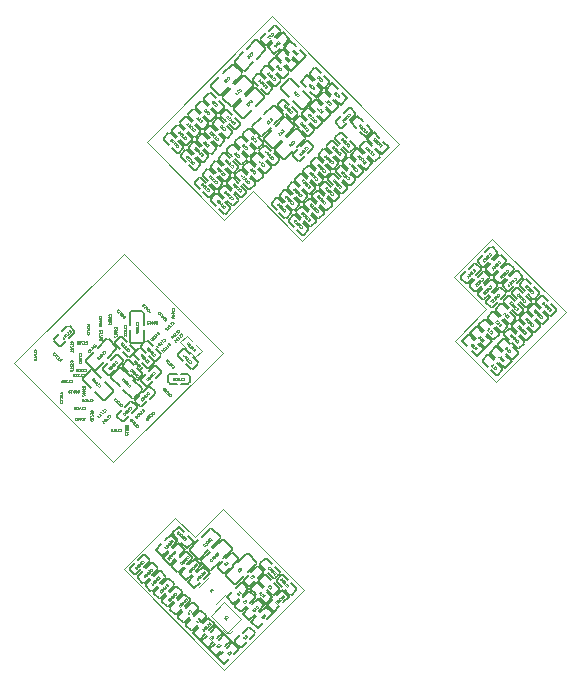
<source format=gbr>
%TF.GenerationSoftware,KiCad,Pcbnew,8.0.0-rc1*%
%TF.CreationDate,2025-03-14T10:19:50+03:00*%
%TF.ProjectId,SMX66_V1.0,534d5836-365f-4563-912e-302e6b696361,rev?*%
%TF.SameCoordinates,Original*%
%TF.FileFunction,Legend,Bot*%
%TF.FilePolarity,Positive*%
%FSLAX46Y46*%
G04 Gerber Fmt 4.6, Leading zero omitted, Abs format (unit mm)*
G04 Created by KiCad (PCBNEW 8.0.0-rc1) date 2025-03-14 10:19:50*
%MOMM*%
%LPD*%
G01*
G04 APERTURE LIST*
%ADD10C,0.100000*%
%ADD11C,0.050000*%
%ADD12C,0.150110*%
%ADD13C,0.100080*%
G04 APERTURE END LIST*
D10*
X149810485Y-114742465D02*
X143035485Y-121517465D01*
X134495485Y-112977465D01*
X138864675Y-108608275D01*
X140534675Y-110278275D01*
X142940485Y-107872465D01*
X149810485Y-114742465D01*
X171930485Y-91242465D02*
X166040485Y-97132465D01*
X162555485Y-93647465D01*
X165215485Y-90987465D01*
X162500485Y-88272465D01*
X165730485Y-85042465D01*
X171930485Y-91242465D01*
X157844445Y-76939265D02*
X149626245Y-85157465D01*
X145429445Y-80960665D01*
X143008545Y-83381565D01*
X136444445Y-76817465D01*
X147083545Y-66178365D01*
X157844445Y-76939265D01*
X142905079Y-94657059D02*
X133645094Y-103917044D01*
X133645064Y-103917044D01*
X125255485Y-95527465D01*
X134515485Y-86267465D01*
X142905079Y-94657059D01*
D11*
X133315127Y-100082594D02*
X133328595Y-100082594D01*
X133328595Y-100082594D02*
X133355533Y-100069125D01*
X133355533Y-100069125D02*
X133369001Y-100055656D01*
X133369001Y-100055656D02*
X133382470Y-100028719D01*
X133382470Y-100028719D02*
X133382470Y-100001781D01*
X133382470Y-100001781D02*
X133375736Y-99981578D01*
X133375736Y-99981578D02*
X133355533Y-99947907D01*
X133355533Y-99947907D02*
X133335330Y-99927704D01*
X133335330Y-99927704D02*
X133301658Y-99907500D01*
X133301658Y-99907500D02*
X133281455Y-99900766D01*
X133281455Y-99900766D02*
X133254517Y-99900766D01*
X133254517Y-99900766D02*
X133227580Y-99914235D01*
X133227580Y-99914235D02*
X133214111Y-99927704D01*
X133214111Y-99927704D02*
X133200643Y-99954641D01*
X133200643Y-99954641D02*
X133200643Y-99968110D01*
X133193908Y-100230749D02*
X133274720Y-100149937D01*
X133234314Y-100190343D02*
X133092893Y-100048922D01*
X133092893Y-100048922D02*
X133126565Y-100055656D01*
X133126565Y-100055656D02*
X133153502Y-100055656D01*
X133153502Y-100055656D02*
X133173705Y-100048922D01*
X133005347Y-100136468D02*
X132917800Y-100224015D01*
X132917800Y-100224015D02*
X133018815Y-100230749D01*
X133018815Y-100230749D02*
X132998612Y-100250952D01*
X132998612Y-100250952D02*
X132991878Y-100271155D01*
X132991878Y-100271155D02*
X132991878Y-100284624D01*
X132991878Y-100284624D02*
X132998612Y-100304827D01*
X132998612Y-100304827D02*
X133032284Y-100338499D01*
X133032284Y-100338499D02*
X133052487Y-100345233D01*
X133052487Y-100345233D02*
X133065956Y-100345233D01*
X133065956Y-100345233D02*
X133086159Y-100338499D01*
X133086159Y-100338499D02*
X133126565Y-100298093D01*
X133126565Y-100298093D02*
X133133299Y-100277890D01*
X133133299Y-100277890D02*
X133133299Y-100264421D01*
X132830254Y-100311561D02*
X132816785Y-100325030D01*
X132816785Y-100325030D02*
X132810051Y-100345233D01*
X132810051Y-100345233D02*
X132810051Y-100358702D01*
X132810051Y-100358702D02*
X132816785Y-100378905D01*
X132816785Y-100378905D02*
X132836988Y-100412576D01*
X132836988Y-100412576D02*
X132870660Y-100446248D01*
X132870660Y-100446248D02*
X132904331Y-100466451D01*
X132904331Y-100466451D02*
X132924534Y-100473186D01*
X132924534Y-100473186D02*
X132938003Y-100473186D01*
X132938003Y-100473186D02*
X132958206Y-100466451D01*
X132958206Y-100466451D02*
X132971675Y-100452983D01*
X132971675Y-100452983D02*
X132978409Y-100432780D01*
X132978409Y-100432780D02*
X132978409Y-100419311D01*
X132978409Y-100419311D02*
X132971675Y-100399108D01*
X132971675Y-100399108D02*
X132951472Y-100365436D01*
X132951472Y-100365436D02*
X132917800Y-100331764D01*
X132917800Y-100331764D02*
X132884128Y-100311561D01*
X132884128Y-100311561D02*
X132863925Y-100304827D01*
X132863925Y-100304827D02*
X132850457Y-100304827D01*
X132850457Y-100304827D02*
X132830254Y-100311561D01*
X132789848Y-100634810D02*
X132870660Y-100553998D01*
X132830254Y-100594404D02*
X132688832Y-100452982D01*
X132688832Y-100452982D02*
X132722504Y-100459717D01*
X132722504Y-100459717D02*
X132749441Y-100459717D01*
X132749441Y-100459717D02*
X132769645Y-100452982D01*
X144345127Y-72482593D02*
X144358595Y-72482593D01*
X144358595Y-72482593D02*
X144385533Y-72469124D01*
X144385533Y-72469124D02*
X144399001Y-72455655D01*
X144399001Y-72455655D02*
X144412470Y-72428718D01*
X144412470Y-72428718D02*
X144412470Y-72401780D01*
X144412470Y-72401780D02*
X144405736Y-72381577D01*
X144405736Y-72381577D02*
X144385533Y-72347906D01*
X144385533Y-72347906D02*
X144365330Y-72327703D01*
X144365330Y-72327703D02*
X144331658Y-72307499D01*
X144331658Y-72307499D02*
X144311455Y-72300765D01*
X144311455Y-72300765D02*
X144284517Y-72300765D01*
X144284517Y-72300765D02*
X144257580Y-72314234D01*
X144257580Y-72314234D02*
X144244111Y-72327703D01*
X144244111Y-72327703D02*
X144230643Y-72354640D01*
X144230643Y-72354640D02*
X144230643Y-72368109D01*
X144176768Y-72421983D02*
X144163299Y-72421983D01*
X144163299Y-72421983D02*
X144143096Y-72428718D01*
X144143096Y-72428718D02*
X144109424Y-72462390D01*
X144109424Y-72462390D02*
X144102690Y-72482593D01*
X144102690Y-72482593D02*
X144102690Y-72496061D01*
X144102690Y-72496061D02*
X144109424Y-72516264D01*
X144109424Y-72516264D02*
X144122893Y-72529733D01*
X144122893Y-72529733D02*
X144149830Y-72543202D01*
X144149830Y-72543202D02*
X144311455Y-72543202D01*
X144311455Y-72543202D02*
X144223908Y-72630748D01*
X144035347Y-72536467D02*
X143947800Y-72624014D01*
X143947800Y-72624014D02*
X144048815Y-72630748D01*
X144048815Y-72630748D02*
X144028612Y-72650951D01*
X144028612Y-72650951D02*
X144021878Y-72671154D01*
X144021878Y-72671154D02*
X144021878Y-72684623D01*
X144021878Y-72684623D02*
X144028612Y-72704826D01*
X144028612Y-72704826D02*
X144062284Y-72738498D01*
X144062284Y-72738498D02*
X144082487Y-72745232D01*
X144082487Y-72745232D02*
X144095956Y-72745232D01*
X144095956Y-72745232D02*
X144116159Y-72738498D01*
X144116159Y-72738498D02*
X144156565Y-72698092D01*
X144156565Y-72698092D02*
X144163299Y-72677889D01*
X144163299Y-72677889D02*
X144163299Y-72664420D01*
X169020355Y-92347107D02*
X169020355Y-92360575D01*
X169020355Y-92360575D02*
X169033824Y-92387513D01*
X169033824Y-92387513D02*
X169047293Y-92400981D01*
X169047293Y-92400981D02*
X169074230Y-92414450D01*
X169074230Y-92414450D02*
X169101168Y-92414450D01*
X169101168Y-92414450D02*
X169121371Y-92407716D01*
X169121371Y-92407716D02*
X169155042Y-92387513D01*
X169155042Y-92387513D02*
X169175245Y-92367310D01*
X169175245Y-92367310D02*
X169195449Y-92333638D01*
X169195449Y-92333638D02*
X169202183Y-92313435D01*
X169202183Y-92313435D02*
X169202183Y-92286497D01*
X169202183Y-92286497D02*
X169188714Y-92259560D01*
X169188714Y-92259560D02*
X169175245Y-92246091D01*
X169175245Y-92246091D02*
X169148308Y-92232623D01*
X169148308Y-92232623D02*
X169134839Y-92232623D01*
X169101168Y-92172013D02*
X169013621Y-92084467D01*
X169013621Y-92084467D02*
X169006887Y-92185482D01*
X169006887Y-92185482D02*
X168986684Y-92165279D01*
X168986684Y-92165279D02*
X168966481Y-92158545D01*
X168966481Y-92158545D02*
X168953012Y-92158545D01*
X168953012Y-92158545D02*
X168932809Y-92165279D01*
X168932809Y-92165279D02*
X168899137Y-92198951D01*
X168899137Y-92198951D02*
X168892403Y-92219154D01*
X168892403Y-92219154D02*
X168892403Y-92232623D01*
X168892403Y-92232623D02*
X168899137Y-92252826D01*
X168899137Y-92252826D02*
X168939543Y-92293232D01*
X168939543Y-92293232D02*
X168959746Y-92299966D01*
X168959746Y-92299966D02*
X168973215Y-92299966D01*
X168872200Y-92064264D02*
X168892403Y-92070998D01*
X168892403Y-92070998D02*
X168905872Y-92070998D01*
X168905872Y-92070998D02*
X168926075Y-92064264D01*
X168926075Y-92064264D02*
X168932809Y-92057530D01*
X168932809Y-92057530D02*
X168939543Y-92037327D01*
X168939543Y-92037327D02*
X168939543Y-92023858D01*
X168939543Y-92023858D02*
X168932809Y-92003655D01*
X168932809Y-92003655D02*
X168905872Y-91976717D01*
X168905872Y-91976717D02*
X168885669Y-91969983D01*
X168885669Y-91969983D02*
X168872200Y-91969983D01*
X168872200Y-91969983D02*
X168851997Y-91976717D01*
X168851997Y-91976717D02*
X168845262Y-91983452D01*
X168845262Y-91983452D02*
X168838528Y-92003655D01*
X168838528Y-92003655D02*
X168838528Y-92017123D01*
X168838528Y-92017123D02*
X168845262Y-92037327D01*
X168845262Y-92037327D02*
X168872200Y-92064264D01*
X168872200Y-92064264D02*
X168878934Y-92084467D01*
X168878934Y-92084467D02*
X168878934Y-92097936D01*
X168878934Y-92097936D02*
X168872200Y-92118139D01*
X168872200Y-92118139D02*
X168845262Y-92145076D01*
X168845262Y-92145076D02*
X168825059Y-92151810D01*
X168825059Y-92151810D02*
X168811591Y-92151810D01*
X168811591Y-92151810D02*
X168791388Y-92145076D01*
X168791388Y-92145076D02*
X168764450Y-92118139D01*
X168764450Y-92118139D02*
X168757716Y-92097936D01*
X168757716Y-92097936D02*
X168757716Y-92084467D01*
X168757716Y-92084467D02*
X168764450Y-92064264D01*
X168764450Y-92064264D02*
X168791388Y-92037327D01*
X168791388Y-92037327D02*
X168811591Y-92030592D01*
X168811591Y-92030592D02*
X168825059Y-92030592D01*
X168825059Y-92030592D02*
X168845262Y-92037327D01*
X168831794Y-91902640D02*
X168744247Y-91815093D01*
X168744247Y-91815093D02*
X168737513Y-91916108D01*
X168737513Y-91916108D02*
X168717310Y-91895905D01*
X168717310Y-91895905D02*
X168697107Y-91889171D01*
X168697107Y-91889171D02*
X168683638Y-91889171D01*
X168683638Y-91889171D02*
X168663435Y-91895905D01*
X168663435Y-91895905D02*
X168629763Y-91929577D01*
X168629763Y-91929577D02*
X168623029Y-91949780D01*
X168623029Y-91949780D02*
X168623029Y-91963249D01*
X168623029Y-91963249D02*
X168629763Y-91983452D01*
X168629763Y-91983452D02*
X168670169Y-92023858D01*
X168670169Y-92023858D02*
X168690373Y-92030592D01*
X168690373Y-92030592D02*
X168703841Y-92030592D01*
X168676904Y-91774687D02*
X168676904Y-91761218D01*
X168676904Y-91761218D02*
X168670170Y-91741015D01*
X168670170Y-91741015D02*
X168636498Y-91707344D01*
X168636498Y-91707344D02*
X168616295Y-91700609D01*
X168616295Y-91700609D02*
X168602826Y-91700609D01*
X168602826Y-91700609D02*
X168582623Y-91707344D01*
X168582623Y-91707344D02*
X168569154Y-91720812D01*
X168569154Y-91720812D02*
X168555686Y-91747750D01*
X168555686Y-91747750D02*
X168555686Y-91909374D01*
X168555686Y-91909374D02*
X168468139Y-91821828D01*
X135095127Y-99402594D02*
X135108595Y-99402594D01*
X135108595Y-99402594D02*
X135135533Y-99389125D01*
X135135533Y-99389125D02*
X135149001Y-99375656D01*
X135149001Y-99375656D02*
X135162470Y-99348719D01*
X135162470Y-99348719D02*
X135162470Y-99321781D01*
X135162470Y-99321781D02*
X135155736Y-99301578D01*
X135155736Y-99301578D02*
X135135533Y-99267907D01*
X135135533Y-99267907D02*
X135115330Y-99247704D01*
X135115330Y-99247704D02*
X135081658Y-99227500D01*
X135081658Y-99227500D02*
X135061455Y-99220766D01*
X135061455Y-99220766D02*
X135034517Y-99220766D01*
X135034517Y-99220766D02*
X135007580Y-99234235D01*
X135007580Y-99234235D02*
X134994111Y-99247704D01*
X134994111Y-99247704D02*
X134980643Y-99274641D01*
X134980643Y-99274641D02*
X134980643Y-99288110D01*
X134973908Y-99550749D02*
X135054720Y-99469937D01*
X135014314Y-99510343D02*
X134872893Y-99368922D01*
X134872893Y-99368922D02*
X134906565Y-99375656D01*
X134906565Y-99375656D02*
X134933502Y-99375656D01*
X134933502Y-99375656D02*
X134953705Y-99368922D01*
X134744940Y-99496874D02*
X134731472Y-99510343D01*
X134731472Y-99510343D02*
X134724737Y-99530546D01*
X134724737Y-99530546D02*
X134724737Y-99544015D01*
X134724737Y-99544015D02*
X134731472Y-99564218D01*
X134731472Y-99564218D02*
X134751675Y-99597890D01*
X134751675Y-99597890D02*
X134785347Y-99631561D01*
X134785347Y-99631561D02*
X134819018Y-99651764D01*
X134819018Y-99651764D02*
X134839221Y-99658499D01*
X134839221Y-99658499D02*
X134852690Y-99658499D01*
X134852690Y-99658499D02*
X134872893Y-99651764D01*
X134872893Y-99651764D02*
X134886362Y-99638296D01*
X134886362Y-99638296D02*
X134893096Y-99618093D01*
X134893096Y-99618093D02*
X134893096Y-99604624D01*
X134893096Y-99604624D02*
X134886362Y-99584421D01*
X134886362Y-99584421D02*
X134866159Y-99550749D01*
X134866159Y-99550749D02*
X134832487Y-99517077D01*
X134832487Y-99517077D02*
X134798815Y-99496874D01*
X134798815Y-99496874D02*
X134778612Y-99490140D01*
X134778612Y-99490140D02*
X134765143Y-99490140D01*
X134765143Y-99490140D02*
X134744940Y-99496874D01*
X134610254Y-99631561D02*
X134596785Y-99645030D01*
X134596785Y-99645030D02*
X134590051Y-99665233D01*
X134590051Y-99665233D02*
X134590051Y-99678702D01*
X134590051Y-99678702D02*
X134596785Y-99698905D01*
X134596785Y-99698905D02*
X134616988Y-99732576D01*
X134616988Y-99732576D02*
X134650660Y-99766248D01*
X134650660Y-99766248D02*
X134684331Y-99786451D01*
X134684331Y-99786451D02*
X134704534Y-99793186D01*
X134704534Y-99793186D02*
X134718003Y-99793186D01*
X134718003Y-99793186D02*
X134738206Y-99786451D01*
X134738206Y-99786451D02*
X134751675Y-99772983D01*
X134751675Y-99772983D02*
X134758409Y-99752780D01*
X134758409Y-99752780D02*
X134758409Y-99739311D01*
X134758409Y-99739311D02*
X134751675Y-99719108D01*
X134751675Y-99719108D02*
X134731472Y-99685436D01*
X134731472Y-99685436D02*
X134697800Y-99651764D01*
X134697800Y-99651764D02*
X134664128Y-99631561D01*
X134664128Y-99631561D02*
X134643925Y-99624827D01*
X134643925Y-99624827D02*
X134630457Y-99624827D01*
X134630457Y-99624827D02*
X134610254Y-99631561D01*
X134475567Y-99766248D02*
X134462098Y-99779717D01*
X134462098Y-99779717D02*
X134455364Y-99799920D01*
X134455364Y-99799920D02*
X134455364Y-99813389D01*
X134455364Y-99813389D02*
X134462098Y-99833592D01*
X134462098Y-99833592D02*
X134482301Y-99867263D01*
X134482301Y-99867263D02*
X134515973Y-99900935D01*
X134515973Y-99900935D02*
X134549645Y-99921138D01*
X134549645Y-99921138D02*
X134569848Y-99927872D01*
X134569848Y-99927872D02*
X134583316Y-99927872D01*
X134583316Y-99927872D02*
X134603519Y-99921138D01*
X134603519Y-99921138D02*
X134616988Y-99907669D01*
X134616988Y-99907669D02*
X134623722Y-99887466D01*
X134623722Y-99887466D02*
X134623722Y-99873998D01*
X134623722Y-99873998D02*
X134616988Y-99853795D01*
X134616988Y-99853795D02*
X134596785Y-99820123D01*
X134596785Y-99820123D02*
X134563113Y-99786451D01*
X134563113Y-99786451D02*
X134529441Y-99766248D01*
X134529441Y-99766248D02*
X134509238Y-99759514D01*
X134509238Y-99759514D02*
X134495770Y-99759514D01*
X134495770Y-99759514D02*
X134475567Y-99766248D01*
X167070355Y-94547107D02*
X167070355Y-94560575D01*
X167070355Y-94560575D02*
X167083824Y-94587513D01*
X167083824Y-94587513D02*
X167097293Y-94600981D01*
X167097293Y-94600981D02*
X167124230Y-94614450D01*
X167124230Y-94614450D02*
X167151168Y-94614450D01*
X167151168Y-94614450D02*
X167171371Y-94607716D01*
X167171371Y-94607716D02*
X167205042Y-94587513D01*
X167205042Y-94587513D02*
X167225245Y-94567310D01*
X167225245Y-94567310D02*
X167245449Y-94533638D01*
X167245449Y-94533638D02*
X167252183Y-94513435D01*
X167252183Y-94513435D02*
X167252183Y-94486497D01*
X167252183Y-94486497D02*
X167238714Y-94459560D01*
X167238714Y-94459560D02*
X167225245Y-94446091D01*
X167225245Y-94446091D02*
X167198308Y-94432623D01*
X167198308Y-94432623D02*
X167184839Y-94432623D01*
X166922200Y-94425888D02*
X167003012Y-94506700D01*
X166962606Y-94466294D02*
X167104027Y-94324873D01*
X167104027Y-94324873D02*
X167097293Y-94358545D01*
X167097293Y-94358545D02*
X167097293Y-94385482D01*
X167097293Y-94385482D02*
X167104027Y-94405685D01*
X166976075Y-94196920D02*
X166962606Y-94183452D01*
X166962606Y-94183452D02*
X166942403Y-94176717D01*
X166942403Y-94176717D02*
X166928934Y-94176717D01*
X166928934Y-94176717D02*
X166908731Y-94183452D01*
X166908731Y-94183452D02*
X166875059Y-94203655D01*
X166875059Y-94203655D02*
X166841388Y-94237327D01*
X166841388Y-94237327D02*
X166821185Y-94270998D01*
X166821185Y-94270998D02*
X166814450Y-94291201D01*
X166814450Y-94291201D02*
X166814450Y-94304670D01*
X166814450Y-94304670D02*
X166821185Y-94324873D01*
X166821185Y-94324873D02*
X166834653Y-94338342D01*
X166834653Y-94338342D02*
X166854856Y-94345076D01*
X166854856Y-94345076D02*
X166868325Y-94345076D01*
X166868325Y-94345076D02*
X166888528Y-94338342D01*
X166888528Y-94338342D02*
X166922200Y-94318139D01*
X166922200Y-94318139D02*
X166955872Y-94284467D01*
X166955872Y-94284467D02*
X166976075Y-94250795D01*
X166976075Y-94250795D02*
X166982809Y-94230592D01*
X166982809Y-94230592D02*
X166982809Y-94217123D01*
X166982809Y-94217123D02*
X166976075Y-94196920D01*
X142902891Y-82330471D02*
X142902891Y-82343939D01*
X142902891Y-82343939D02*
X142916360Y-82370877D01*
X142916360Y-82370877D02*
X142929829Y-82384345D01*
X142929829Y-82384345D02*
X142956766Y-82397814D01*
X142956766Y-82397814D02*
X142983704Y-82397814D01*
X142983704Y-82397814D02*
X143003907Y-82391080D01*
X143003907Y-82391080D02*
X143037578Y-82370877D01*
X143037578Y-82370877D02*
X143057781Y-82350674D01*
X143057781Y-82350674D02*
X143077985Y-82317002D01*
X143077985Y-82317002D02*
X143084719Y-82296799D01*
X143084719Y-82296799D02*
X143084719Y-82269861D01*
X143084719Y-82269861D02*
X143071250Y-82242924D01*
X143071250Y-82242924D02*
X143057781Y-82229455D01*
X143057781Y-82229455D02*
X143030844Y-82215987D01*
X143030844Y-82215987D02*
X143017375Y-82215987D01*
X142754736Y-82209252D02*
X142835548Y-82290064D01*
X142795142Y-82249658D02*
X142936563Y-82108237D01*
X142936563Y-82108237D02*
X142929829Y-82141909D01*
X142929829Y-82141909D02*
X142929829Y-82168846D01*
X142929829Y-82168846D02*
X142936563Y-82189049D01*
X142727798Y-81993753D02*
X142633518Y-82088034D01*
X142815345Y-81973550D02*
X142748002Y-82108237D01*
X142748002Y-82108237D02*
X142660455Y-82020691D01*
X142673924Y-81845598D02*
X142660455Y-81832129D01*
X142660455Y-81832129D02*
X142640252Y-81825395D01*
X142640252Y-81825395D02*
X142626783Y-81825395D01*
X142626783Y-81825395D02*
X142606580Y-81832129D01*
X142606580Y-81832129D02*
X142572909Y-81852332D01*
X142572909Y-81852332D02*
X142539237Y-81886004D01*
X142539237Y-81886004D02*
X142519034Y-81919675D01*
X142519034Y-81919675D02*
X142512299Y-81939878D01*
X142512299Y-81939878D02*
X142512299Y-81953347D01*
X142512299Y-81953347D02*
X142519034Y-81973550D01*
X142519034Y-81973550D02*
X142532502Y-81987019D01*
X142532502Y-81987019D02*
X142552705Y-81993753D01*
X142552705Y-81993753D02*
X142566174Y-81993753D01*
X142566174Y-81993753D02*
X142586377Y-81987019D01*
X142586377Y-81987019D02*
X142620049Y-81966816D01*
X142620049Y-81966816D02*
X142653721Y-81933144D01*
X142653721Y-81933144D02*
X142673924Y-81899472D01*
X142673924Y-81899472D02*
X142680658Y-81879269D01*
X142680658Y-81879269D02*
X142680658Y-81865801D01*
X142680658Y-81865801D02*
X142673924Y-81845598D01*
X142418019Y-81872535D02*
X142391081Y-81845598D01*
X142391081Y-81845598D02*
X142384347Y-81825395D01*
X142384347Y-81825395D02*
X142384347Y-81811926D01*
X142384347Y-81811926D02*
X142391081Y-81778254D01*
X142391081Y-81778254D02*
X142411284Y-81744582D01*
X142411284Y-81744582D02*
X142465159Y-81690708D01*
X142465159Y-81690708D02*
X142485362Y-81683973D01*
X142485362Y-81683973D02*
X142498831Y-81683973D01*
X142498831Y-81683973D02*
X142519034Y-81690708D01*
X142519034Y-81690708D02*
X142545971Y-81717645D01*
X142545971Y-81717645D02*
X142552706Y-81737848D01*
X142552706Y-81737848D02*
X142552706Y-81751317D01*
X142552706Y-81751317D02*
X142545971Y-81771520D01*
X142545971Y-81771520D02*
X142512300Y-81805192D01*
X142512300Y-81805192D02*
X142492096Y-81811926D01*
X142492096Y-81811926D02*
X142478628Y-81811926D01*
X142478628Y-81811926D02*
X142458425Y-81805192D01*
X142458425Y-81805192D02*
X142431487Y-81778254D01*
X142431487Y-81778254D02*
X142424753Y-81758051D01*
X142424753Y-81758051D02*
X142424753Y-81744582D01*
X142424753Y-81744582D02*
X142431487Y-81724379D01*
X144272891Y-80940471D02*
X144272891Y-80953939D01*
X144272891Y-80953939D02*
X144286360Y-80980877D01*
X144286360Y-80980877D02*
X144299829Y-80994345D01*
X144299829Y-80994345D02*
X144326766Y-81007814D01*
X144326766Y-81007814D02*
X144353704Y-81007814D01*
X144353704Y-81007814D02*
X144373907Y-81001080D01*
X144373907Y-81001080D02*
X144407578Y-80980877D01*
X144407578Y-80980877D02*
X144427781Y-80960674D01*
X144427781Y-80960674D02*
X144447985Y-80927002D01*
X144447985Y-80927002D02*
X144454719Y-80906799D01*
X144454719Y-80906799D02*
X144454719Y-80879861D01*
X144454719Y-80879861D02*
X144441250Y-80852924D01*
X144441250Y-80852924D02*
X144427781Y-80839455D01*
X144427781Y-80839455D02*
X144400844Y-80825987D01*
X144400844Y-80825987D02*
X144387375Y-80825987D01*
X144124736Y-80819252D02*
X144205548Y-80900064D01*
X144165142Y-80859658D02*
X144306563Y-80718237D01*
X144306563Y-80718237D02*
X144299829Y-80751909D01*
X144299829Y-80751909D02*
X144299829Y-80778846D01*
X144299829Y-80778846D02*
X144306563Y-80799049D01*
X144219017Y-80630691D02*
X144124736Y-80536410D01*
X144124736Y-80536410D02*
X144043924Y-80738440D01*
X144043924Y-80455598D02*
X144030455Y-80442129D01*
X144030455Y-80442129D02*
X144010252Y-80435395D01*
X144010252Y-80435395D02*
X143996783Y-80435395D01*
X143996783Y-80435395D02*
X143976580Y-80442129D01*
X143976580Y-80442129D02*
X143942909Y-80462332D01*
X143942909Y-80462332D02*
X143909237Y-80496004D01*
X143909237Y-80496004D02*
X143889034Y-80529675D01*
X143889034Y-80529675D02*
X143882299Y-80549878D01*
X143882299Y-80549878D02*
X143882299Y-80563347D01*
X143882299Y-80563347D02*
X143889034Y-80583550D01*
X143889034Y-80583550D02*
X143902502Y-80597019D01*
X143902502Y-80597019D02*
X143922705Y-80603753D01*
X143922705Y-80603753D02*
X143936174Y-80603753D01*
X143936174Y-80603753D02*
X143956377Y-80597019D01*
X143956377Y-80597019D02*
X143990049Y-80576816D01*
X143990049Y-80576816D02*
X144023721Y-80543144D01*
X144023721Y-80543144D02*
X144043924Y-80509472D01*
X144043924Y-80509472D02*
X144050658Y-80489269D01*
X144050658Y-80489269D02*
X144050658Y-80475801D01*
X144050658Y-80475801D02*
X144043924Y-80455598D01*
X143949643Y-80361317D02*
X143862096Y-80273770D01*
X143862096Y-80273770D02*
X143855362Y-80374785D01*
X143855362Y-80374785D02*
X143835159Y-80354582D01*
X143835159Y-80354582D02*
X143814956Y-80347848D01*
X143814956Y-80347848D02*
X143801487Y-80347848D01*
X143801487Y-80347848D02*
X143781284Y-80354582D01*
X143781284Y-80354582D02*
X143747613Y-80388254D01*
X143747613Y-80388254D02*
X143740878Y-80408457D01*
X143740878Y-80408457D02*
X143740878Y-80421926D01*
X143740878Y-80421926D02*
X143747613Y-80442129D01*
X143747613Y-80442129D02*
X143788019Y-80482535D01*
X143788019Y-80482535D02*
X143808222Y-80489269D01*
X143808222Y-80489269D02*
X143821690Y-80489269D01*
X142320355Y-76567107D02*
X142320355Y-76580575D01*
X142320355Y-76580575D02*
X142333824Y-76607513D01*
X142333824Y-76607513D02*
X142347293Y-76620981D01*
X142347293Y-76620981D02*
X142374230Y-76634450D01*
X142374230Y-76634450D02*
X142401168Y-76634450D01*
X142401168Y-76634450D02*
X142421371Y-76627716D01*
X142421371Y-76627716D02*
X142455042Y-76607513D01*
X142455042Y-76607513D02*
X142475245Y-76587310D01*
X142475245Y-76587310D02*
X142495449Y-76553638D01*
X142495449Y-76553638D02*
X142502183Y-76533435D01*
X142502183Y-76533435D02*
X142502183Y-76506497D01*
X142502183Y-76506497D02*
X142488714Y-76479560D01*
X142488714Y-76479560D02*
X142475245Y-76466091D01*
X142475245Y-76466091D02*
X142448308Y-76452623D01*
X142448308Y-76452623D02*
X142434839Y-76452623D01*
X142172200Y-76445888D02*
X142253012Y-76526700D01*
X142212606Y-76486294D02*
X142354027Y-76344873D01*
X142354027Y-76344873D02*
X142347293Y-76378545D01*
X142347293Y-76378545D02*
X142347293Y-76405482D01*
X142347293Y-76405482D02*
X142354027Y-76425685D01*
X142266481Y-76257327D02*
X142172200Y-76163046D01*
X142172200Y-76163046D02*
X142091388Y-76365076D01*
X142091388Y-76082234D02*
X142077919Y-76068765D01*
X142077919Y-76068765D02*
X142057716Y-76062031D01*
X142057716Y-76062031D02*
X142044247Y-76062031D01*
X142044247Y-76062031D02*
X142024044Y-76068765D01*
X142024044Y-76068765D02*
X141990373Y-76088968D01*
X141990373Y-76088968D02*
X141956701Y-76122640D01*
X141956701Y-76122640D02*
X141936498Y-76156311D01*
X141936498Y-76156311D02*
X141929763Y-76176514D01*
X141929763Y-76176514D02*
X141929763Y-76189983D01*
X141929763Y-76189983D02*
X141936498Y-76210186D01*
X141936498Y-76210186D02*
X141949966Y-76223655D01*
X141949966Y-76223655D02*
X141970169Y-76230389D01*
X141970169Y-76230389D02*
X141983638Y-76230389D01*
X141983638Y-76230389D02*
X142003841Y-76223655D01*
X142003841Y-76223655D02*
X142037513Y-76203452D01*
X142037513Y-76203452D02*
X142071185Y-76169780D01*
X142071185Y-76169780D02*
X142091388Y-76136108D01*
X142091388Y-76136108D02*
X142098122Y-76115905D01*
X142098122Y-76115905D02*
X142098122Y-76102437D01*
X142098122Y-76102437D02*
X142091388Y-76082234D01*
X141976904Y-75994687D02*
X141976904Y-75981218D01*
X141976904Y-75981218D02*
X141970170Y-75961015D01*
X141970170Y-75961015D02*
X141936498Y-75927344D01*
X141936498Y-75927344D02*
X141916295Y-75920609D01*
X141916295Y-75920609D02*
X141902826Y-75920609D01*
X141902826Y-75920609D02*
X141882623Y-75927344D01*
X141882623Y-75927344D02*
X141869154Y-75940812D01*
X141869154Y-75940812D02*
X141855686Y-75967750D01*
X141855686Y-75967750D02*
X141855686Y-76129374D01*
X141855686Y-76129374D02*
X141768139Y-76041828D01*
X154906892Y-75980570D02*
X155021376Y-75960367D01*
X154987704Y-76061382D02*
X155129125Y-75919961D01*
X155129125Y-75919961D02*
X155075250Y-75866086D01*
X155075250Y-75866086D02*
X155055047Y-75859352D01*
X155055047Y-75859352D02*
X155041579Y-75859352D01*
X155041579Y-75859352D02*
X155021376Y-75866086D01*
X155021376Y-75866086D02*
X155001173Y-75886289D01*
X155001173Y-75886289D02*
X154994438Y-75906492D01*
X154994438Y-75906492D02*
X154994438Y-75919961D01*
X154994438Y-75919961D02*
X155001173Y-75940164D01*
X155001173Y-75940164D02*
X155055047Y-75994039D01*
X154980970Y-75798743D02*
X154980970Y-75785274D01*
X154980970Y-75785274D02*
X154974235Y-75765071D01*
X154974235Y-75765071D02*
X154940563Y-75731399D01*
X154940563Y-75731399D02*
X154920360Y-75724665D01*
X154920360Y-75724665D02*
X154906892Y-75724665D01*
X154906892Y-75724665D02*
X154886689Y-75731399D01*
X154886689Y-75731399D02*
X154873220Y-75744868D01*
X154873220Y-75744868D02*
X154859751Y-75771805D01*
X154859751Y-75771805D02*
X154859751Y-75933430D01*
X154859751Y-75933430D02*
X154772205Y-75845883D01*
X154846283Y-75664056D02*
X154846283Y-75650587D01*
X154846283Y-75650587D02*
X154839548Y-75630384D01*
X154839548Y-75630384D02*
X154805877Y-75596712D01*
X154805877Y-75596712D02*
X154785674Y-75589978D01*
X154785674Y-75589978D02*
X154772205Y-75589978D01*
X154772205Y-75589978D02*
X154752002Y-75596712D01*
X154752002Y-75596712D02*
X154738533Y-75610181D01*
X154738533Y-75610181D02*
X154725064Y-75637118D01*
X154725064Y-75637118D02*
X154725064Y-75798743D01*
X154725064Y-75798743D02*
X154637518Y-75711196D01*
X154650987Y-75441822D02*
X154718330Y-75509166D01*
X154718330Y-75509166D02*
X154657721Y-75583244D01*
X154657721Y-75583244D02*
X154657721Y-75569775D01*
X154657721Y-75569775D02*
X154650987Y-75549572D01*
X154650987Y-75549572D02*
X154617315Y-75515900D01*
X154617315Y-75515900D02*
X154597112Y-75509166D01*
X154597112Y-75509166D02*
X154583643Y-75509166D01*
X154583643Y-75509166D02*
X154563440Y-75515900D01*
X154563440Y-75515900D02*
X154529768Y-75549572D01*
X154529768Y-75549572D02*
X154523034Y-75569775D01*
X154523034Y-75569775D02*
X154523034Y-75583244D01*
X154523034Y-75583244D02*
X154529768Y-75603447D01*
X154529768Y-75603447D02*
X154563440Y-75637119D01*
X154563440Y-75637119D02*
X154583643Y-75643853D01*
X154583643Y-75643853D02*
X154597112Y-75643853D01*
X154556706Y-75347542D02*
X154543237Y-75334073D01*
X154543237Y-75334073D02*
X154523034Y-75327339D01*
X154523034Y-75327339D02*
X154509565Y-75327339D01*
X154509565Y-75327339D02*
X154489362Y-75334073D01*
X154489362Y-75334073D02*
X154455691Y-75354276D01*
X154455691Y-75354276D02*
X154422019Y-75387948D01*
X154422019Y-75387948D02*
X154401816Y-75421620D01*
X154401816Y-75421620D02*
X154395082Y-75441823D01*
X154395082Y-75441823D02*
X154395082Y-75455291D01*
X154395082Y-75455291D02*
X154401816Y-75475494D01*
X154401816Y-75475494D02*
X154415285Y-75488963D01*
X154415285Y-75488963D02*
X154435488Y-75495697D01*
X154435488Y-75495697D02*
X154448956Y-75495697D01*
X154448956Y-75495697D02*
X154469159Y-75488963D01*
X154469159Y-75488963D02*
X154502831Y-75468760D01*
X154502831Y-75468760D02*
X154536503Y-75435088D01*
X154536503Y-75435088D02*
X154556706Y-75401416D01*
X154556706Y-75401416D02*
X154563440Y-75381213D01*
X154563440Y-75381213D02*
X154563440Y-75367745D01*
X154563440Y-75367745D02*
X154556706Y-75347542D01*
X140905127Y-117322594D02*
X140918595Y-117322594D01*
X140918595Y-117322594D02*
X140945533Y-117309125D01*
X140945533Y-117309125D02*
X140959001Y-117295656D01*
X140959001Y-117295656D02*
X140972470Y-117268719D01*
X140972470Y-117268719D02*
X140972470Y-117241781D01*
X140972470Y-117241781D02*
X140965736Y-117221578D01*
X140965736Y-117221578D02*
X140945533Y-117187907D01*
X140945533Y-117187907D02*
X140925330Y-117167704D01*
X140925330Y-117167704D02*
X140891658Y-117147500D01*
X140891658Y-117147500D02*
X140871455Y-117140766D01*
X140871455Y-117140766D02*
X140844517Y-117140766D01*
X140844517Y-117140766D02*
X140817580Y-117154235D01*
X140817580Y-117154235D02*
X140804111Y-117167704D01*
X140804111Y-117167704D02*
X140790643Y-117194641D01*
X140790643Y-117194641D02*
X140790643Y-117208110D01*
X140730033Y-117241781D02*
X140642487Y-117329328D01*
X140642487Y-117329328D02*
X140743502Y-117336062D01*
X140743502Y-117336062D02*
X140723299Y-117356265D01*
X140723299Y-117356265D02*
X140716565Y-117376468D01*
X140716565Y-117376468D02*
X140716565Y-117389937D01*
X140716565Y-117389937D02*
X140723299Y-117410140D01*
X140723299Y-117410140D02*
X140756971Y-117443812D01*
X140756971Y-117443812D02*
X140777174Y-117450546D01*
X140777174Y-117450546D02*
X140790643Y-117450546D01*
X140790643Y-117450546D02*
X140810846Y-117443812D01*
X140810846Y-117443812D02*
X140851252Y-117403406D01*
X140851252Y-117403406D02*
X140857986Y-117383203D01*
X140857986Y-117383203D02*
X140857986Y-117369734D01*
X147642586Y-68492897D02*
X147622383Y-68378413D01*
X147723398Y-68412085D02*
X147581977Y-68270664D01*
X147581977Y-68270664D02*
X147528102Y-68324539D01*
X147528102Y-68324539D02*
X147521368Y-68344742D01*
X147521368Y-68344742D02*
X147521368Y-68358210D01*
X147521368Y-68358210D02*
X147528102Y-68378413D01*
X147528102Y-68378413D02*
X147548305Y-68398616D01*
X147548305Y-68398616D02*
X147568508Y-68405351D01*
X147568508Y-68405351D02*
X147581977Y-68405351D01*
X147581977Y-68405351D02*
X147602180Y-68398616D01*
X147602180Y-68398616D02*
X147656055Y-68344742D01*
X147460759Y-68418819D02*
X147447290Y-68418819D01*
X147447290Y-68418819D02*
X147427087Y-68425554D01*
X147427087Y-68425554D02*
X147393415Y-68459226D01*
X147393415Y-68459226D02*
X147386681Y-68479429D01*
X147386681Y-68479429D02*
X147386681Y-68492897D01*
X147386681Y-68492897D02*
X147393415Y-68513100D01*
X147393415Y-68513100D02*
X147406884Y-68526569D01*
X147406884Y-68526569D02*
X147433821Y-68540038D01*
X147433821Y-68540038D02*
X147595446Y-68540038D01*
X147595446Y-68540038D02*
X147507899Y-68627584D01*
X147440556Y-68694928D02*
X147413618Y-68721865D01*
X147413618Y-68721865D02*
X147393415Y-68728599D01*
X147393415Y-68728599D02*
X147379947Y-68728599D01*
X147379947Y-68728599D02*
X147346275Y-68721865D01*
X147346275Y-68721865D02*
X147312603Y-68701662D01*
X147312603Y-68701662D02*
X147258728Y-68647787D01*
X147258728Y-68647787D02*
X147251994Y-68627584D01*
X147251994Y-68627584D02*
X147251994Y-68614115D01*
X147251994Y-68614115D02*
X147258728Y-68593912D01*
X147258728Y-68593912D02*
X147285666Y-68566975D01*
X147285666Y-68566975D02*
X147305869Y-68560241D01*
X147305869Y-68560241D02*
X147319338Y-68560241D01*
X147319338Y-68560241D02*
X147339541Y-68566975D01*
X147339541Y-68566975D02*
X147373212Y-68600647D01*
X147373212Y-68600647D02*
X147379947Y-68620850D01*
X147379947Y-68620850D02*
X147379947Y-68634318D01*
X147379947Y-68634318D02*
X147373212Y-68654522D01*
X147373212Y-68654522D02*
X147346275Y-68681459D01*
X147346275Y-68681459D02*
X147326072Y-68688193D01*
X147326072Y-68688193D02*
X147312603Y-68688193D01*
X147312603Y-68688193D02*
X147292400Y-68681459D01*
X131421608Y-92992666D02*
X131412085Y-93002190D01*
X131412085Y-93002190D02*
X131402561Y-93030761D01*
X131402561Y-93030761D02*
X131402561Y-93049809D01*
X131402561Y-93049809D02*
X131412085Y-93078380D01*
X131412085Y-93078380D02*
X131431132Y-93097428D01*
X131431132Y-93097428D02*
X131450180Y-93106951D01*
X131450180Y-93106951D02*
X131488275Y-93116475D01*
X131488275Y-93116475D02*
X131516846Y-93116475D01*
X131516846Y-93116475D02*
X131554942Y-93106951D01*
X131554942Y-93106951D02*
X131573989Y-93097428D01*
X131573989Y-93097428D02*
X131593037Y-93078380D01*
X131593037Y-93078380D02*
X131602561Y-93049809D01*
X131602561Y-93049809D02*
X131602561Y-93030761D01*
X131602561Y-93030761D02*
X131593037Y-93002190D01*
X131593037Y-93002190D02*
X131583513Y-92992666D01*
X131402561Y-92802190D02*
X131402561Y-92916475D01*
X131402561Y-92859332D02*
X131602561Y-92859332D01*
X131602561Y-92859332D02*
X131573989Y-92878380D01*
X131573989Y-92878380D02*
X131554942Y-92897428D01*
X131554942Y-92897428D02*
X131545418Y-92916475D01*
X131602561Y-92735523D02*
X131602561Y-92602190D01*
X131602561Y-92602190D02*
X131402561Y-92687904D01*
X131602561Y-92487904D02*
X131602561Y-92468857D01*
X131602561Y-92468857D02*
X131593037Y-92449809D01*
X131593037Y-92449809D02*
X131583513Y-92440285D01*
X131583513Y-92440285D02*
X131564465Y-92430761D01*
X131564465Y-92430761D02*
X131526370Y-92421238D01*
X131526370Y-92421238D02*
X131478751Y-92421238D01*
X131478751Y-92421238D02*
X131440656Y-92430761D01*
X131440656Y-92430761D02*
X131421608Y-92440285D01*
X131421608Y-92440285D02*
X131412085Y-92449809D01*
X131412085Y-92449809D02*
X131402561Y-92468857D01*
X131402561Y-92468857D02*
X131402561Y-92487904D01*
X131402561Y-92487904D02*
X131412085Y-92506952D01*
X131412085Y-92506952D02*
X131421608Y-92516476D01*
X131421608Y-92516476D02*
X131440656Y-92525999D01*
X131440656Y-92525999D02*
X131478751Y-92535523D01*
X131478751Y-92535523D02*
X131526370Y-92535523D01*
X131526370Y-92535523D02*
X131564465Y-92525999D01*
X131564465Y-92525999D02*
X131583513Y-92516476D01*
X131583513Y-92516476D02*
X131593037Y-92506952D01*
X131593037Y-92506952D02*
X131602561Y-92487904D01*
X131535894Y-92249809D02*
X131402561Y-92249809D01*
X131612085Y-92297428D02*
X131469227Y-92345047D01*
X131469227Y-92345047D02*
X131469227Y-92221238D01*
X152682891Y-77810471D02*
X152682891Y-77823939D01*
X152682891Y-77823939D02*
X152696360Y-77850877D01*
X152696360Y-77850877D02*
X152709829Y-77864345D01*
X152709829Y-77864345D02*
X152736766Y-77877814D01*
X152736766Y-77877814D02*
X152763704Y-77877814D01*
X152763704Y-77877814D02*
X152783907Y-77871080D01*
X152783907Y-77871080D02*
X152817578Y-77850877D01*
X152817578Y-77850877D02*
X152837781Y-77830674D01*
X152837781Y-77830674D02*
X152857985Y-77797002D01*
X152857985Y-77797002D02*
X152864719Y-77776799D01*
X152864719Y-77776799D02*
X152864719Y-77749861D01*
X152864719Y-77749861D02*
X152851250Y-77722924D01*
X152851250Y-77722924D02*
X152837781Y-77709455D01*
X152837781Y-77709455D02*
X152810844Y-77695987D01*
X152810844Y-77695987D02*
X152797375Y-77695987D01*
X152763704Y-77635377D02*
X152676157Y-77547831D01*
X152676157Y-77547831D02*
X152669423Y-77648846D01*
X152669423Y-77648846D02*
X152649220Y-77628643D01*
X152649220Y-77628643D02*
X152629017Y-77621909D01*
X152629017Y-77621909D02*
X152615548Y-77621909D01*
X152615548Y-77621909D02*
X152595345Y-77628643D01*
X152595345Y-77628643D02*
X152561673Y-77662315D01*
X152561673Y-77662315D02*
X152554939Y-77682518D01*
X152554939Y-77682518D02*
X152554939Y-77695987D01*
X152554939Y-77695987D02*
X152561673Y-77716190D01*
X152561673Y-77716190D02*
X152602079Y-77756596D01*
X152602079Y-77756596D02*
X152622282Y-77763330D01*
X152622282Y-77763330D02*
X152635751Y-77763330D01*
X152534736Y-77527628D02*
X152554939Y-77534362D01*
X152554939Y-77534362D02*
X152568408Y-77534362D01*
X152568408Y-77534362D02*
X152588611Y-77527628D01*
X152588611Y-77527628D02*
X152595345Y-77520894D01*
X152595345Y-77520894D02*
X152602079Y-77500691D01*
X152602079Y-77500691D02*
X152602079Y-77487222D01*
X152602079Y-77487222D02*
X152595345Y-77467019D01*
X152595345Y-77467019D02*
X152568408Y-77440081D01*
X152568408Y-77440081D02*
X152548205Y-77433347D01*
X152548205Y-77433347D02*
X152534736Y-77433347D01*
X152534736Y-77433347D02*
X152514533Y-77440081D01*
X152514533Y-77440081D02*
X152507798Y-77446816D01*
X152507798Y-77446816D02*
X152501064Y-77467019D01*
X152501064Y-77467019D02*
X152501064Y-77480487D01*
X152501064Y-77480487D02*
X152507798Y-77500691D01*
X152507798Y-77500691D02*
X152534736Y-77527628D01*
X152534736Y-77527628D02*
X152541470Y-77547831D01*
X152541470Y-77547831D02*
X152541470Y-77561300D01*
X152541470Y-77561300D02*
X152534736Y-77581503D01*
X152534736Y-77581503D02*
X152507798Y-77608440D01*
X152507798Y-77608440D02*
X152487595Y-77615174D01*
X152487595Y-77615174D02*
X152474127Y-77615174D01*
X152474127Y-77615174D02*
X152453924Y-77608440D01*
X152453924Y-77608440D02*
X152426986Y-77581503D01*
X152426986Y-77581503D02*
X152420252Y-77561300D01*
X152420252Y-77561300D02*
X152420252Y-77547831D01*
X152420252Y-77547831D02*
X152426986Y-77527628D01*
X152426986Y-77527628D02*
X152453924Y-77500691D01*
X152453924Y-77500691D02*
X152474127Y-77493956D01*
X152474127Y-77493956D02*
X152487595Y-77493956D01*
X152487595Y-77493956D02*
X152507798Y-77500691D01*
X152265362Y-77419878D02*
X152346174Y-77500691D01*
X152305768Y-77460285D02*
X152447189Y-77318863D01*
X152447189Y-77318863D02*
X152440455Y-77352535D01*
X152440455Y-77352535D02*
X152440455Y-77379472D01*
X152440455Y-77379472D02*
X152447189Y-77399675D01*
X152265362Y-77258254D02*
X152285565Y-77264989D01*
X152285565Y-77264989D02*
X152299034Y-77264989D01*
X152299034Y-77264989D02*
X152319237Y-77258254D01*
X152319237Y-77258254D02*
X152325971Y-77251520D01*
X152325971Y-77251520D02*
X152332706Y-77231317D01*
X152332706Y-77231317D02*
X152332706Y-77217848D01*
X152332706Y-77217848D02*
X152325971Y-77197645D01*
X152325971Y-77197645D02*
X152299034Y-77170708D01*
X152299034Y-77170708D02*
X152278831Y-77163973D01*
X152278831Y-77163973D02*
X152265362Y-77163973D01*
X152265362Y-77163973D02*
X152245159Y-77170708D01*
X152245159Y-77170708D02*
X152238425Y-77177442D01*
X152238425Y-77177442D02*
X152231690Y-77197645D01*
X152231690Y-77197645D02*
X152231690Y-77211114D01*
X152231690Y-77211114D02*
X152238425Y-77231317D01*
X152238425Y-77231317D02*
X152265362Y-77258254D01*
X152265362Y-77258254D02*
X152272096Y-77278457D01*
X152272096Y-77278457D02*
X152272096Y-77291926D01*
X152272096Y-77291926D02*
X152265362Y-77312129D01*
X152265362Y-77312129D02*
X152238425Y-77339066D01*
X152238425Y-77339066D02*
X152218222Y-77345801D01*
X152218222Y-77345801D02*
X152204753Y-77345801D01*
X152204753Y-77345801D02*
X152184550Y-77339066D01*
X152184550Y-77339066D02*
X152157613Y-77312129D01*
X152157613Y-77312129D02*
X152150878Y-77291926D01*
X152150878Y-77291926D02*
X152150878Y-77278457D01*
X152150878Y-77278457D02*
X152157613Y-77258254D01*
X152157613Y-77258254D02*
X152184550Y-77231317D01*
X152184550Y-77231317D02*
X152204753Y-77224582D01*
X152204753Y-77224582D02*
X152218222Y-77224582D01*
X152218222Y-77224582D02*
X152238425Y-77231317D01*
X151130050Y-74274564D02*
X151244534Y-74254361D01*
X151210862Y-74355376D02*
X151352283Y-74213955D01*
X151352283Y-74213955D02*
X151298408Y-74160080D01*
X151298408Y-74160080D02*
X151278205Y-74153346D01*
X151278205Y-74153346D02*
X151264737Y-74153346D01*
X151264737Y-74153346D02*
X151244534Y-74160080D01*
X151244534Y-74160080D02*
X151224331Y-74180283D01*
X151224331Y-74180283D02*
X151217596Y-74200486D01*
X151217596Y-74200486D02*
X151217596Y-74213955D01*
X151217596Y-74213955D02*
X151224331Y-74234158D01*
X151224331Y-74234158D02*
X151278205Y-74288033D01*
X151204128Y-74092737D02*
X151204128Y-74079268D01*
X151204128Y-74079268D02*
X151197393Y-74059065D01*
X151197393Y-74059065D02*
X151163721Y-74025393D01*
X151163721Y-74025393D02*
X151143518Y-74018659D01*
X151143518Y-74018659D02*
X151130050Y-74018659D01*
X151130050Y-74018659D02*
X151109847Y-74025393D01*
X151109847Y-74025393D02*
X151096378Y-74038862D01*
X151096378Y-74038862D02*
X151082909Y-74065799D01*
X151082909Y-74065799D02*
X151082909Y-74227424D01*
X151082909Y-74227424D02*
X150995363Y-74139877D01*
X150968425Y-73924378D02*
X150874145Y-74018659D01*
X151055972Y-73904175D02*
X150988629Y-74038862D01*
X150988629Y-74038862D02*
X150901082Y-73951316D01*
X139405228Y-93204409D02*
X139418696Y-93204409D01*
X139418696Y-93204409D02*
X139445634Y-93190940D01*
X139445634Y-93190940D02*
X139459102Y-93177471D01*
X139459102Y-93177471D02*
X139472571Y-93150534D01*
X139472571Y-93150534D02*
X139472571Y-93123596D01*
X139472571Y-93123596D02*
X139465837Y-93103393D01*
X139465837Y-93103393D02*
X139445634Y-93069722D01*
X139445634Y-93069722D02*
X139425431Y-93049519D01*
X139425431Y-93049519D02*
X139391759Y-93029315D01*
X139391759Y-93029315D02*
X139371556Y-93022581D01*
X139371556Y-93022581D02*
X139344618Y-93022581D01*
X139344618Y-93022581D02*
X139317681Y-93036050D01*
X139317681Y-93036050D02*
X139304212Y-93049519D01*
X139304212Y-93049519D02*
X139290744Y-93076456D01*
X139290744Y-93076456D02*
X139290744Y-93089925D01*
X139284009Y-93352564D02*
X139364821Y-93271752D01*
X139324415Y-93312158D02*
X139182994Y-93170737D01*
X139182994Y-93170737D02*
X139216666Y-93177471D01*
X139216666Y-93177471D02*
X139243603Y-93177471D01*
X139243603Y-93177471D02*
X139263806Y-93170737D01*
X139149322Y-93487251D02*
X139230135Y-93406439D01*
X139189728Y-93446845D02*
X139048307Y-93305424D01*
X139048307Y-93305424D02*
X139081979Y-93312158D01*
X139081979Y-93312158D02*
X139108916Y-93312158D01*
X139108916Y-93312158D02*
X139129119Y-93305424D01*
X138920355Y-93433376D02*
X138906886Y-93446845D01*
X138906886Y-93446845D02*
X138900152Y-93467048D01*
X138900152Y-93467048D02*
X138900152Y-93480517D01*
X138900152Y-93480517D02*
X138906886Y-93500720D01*
X138906886Y-93500720D02*
X138927089Y-93534391D01*
X138927089Y-93534391D02*
X138960761Y-93568063D01*
X138960761Y-93568063D02*
X138994432Y-93588266D01*
X138994432Y-93588266D02*
X139014635Y-93595001D01*
X139014635Y-93595001D02*
X139028104Y-93595001D01*
X139028104Y-93595001D02*
X139048307Y-93588266D01*
X139048307Y-93588266D02*
X139061776Y-93574798D01*
X139061776Y-93574798D02*
X139068510Y-93554595D01*
X139068510Y-93554595D02*
X139068510Y-93541126D01*
X139068510Y-93541126D02*
X139061776Y-93520923D01*
X139061776Y-93520923D02*
X139041573Y-93487251D01*
X139041573Y-93487251D02*
X139007901Y-93453579D01*
X139007901Y-93453579D02*
X138974229Y-93433376D01*
X138974229Y-93433376D02*
X138954026Y-93426642D01*
X138954026Y-93426642D02*
X138940558Y-93426642D01*
X138940558Y-93426642D02*
X138920355Y-93433376D01*
X138879949Y-93756625D02*
X138960761Y-93675813D01*
X138920355Y-93716219D02*
X138778933Y-93574797D01*
X138778933Y-93574797D02*
X138812605Y-93581532D01*
X138812605Y-93581532D02*
X138839542Y-93581532D01*
X138839542Y-93581532D02*
X138859746Y-93574797D01*
X138604567Y-110689937D02*
X138584364Y-110575453D01*
X138685379Y-110609125D02*
X138543958Y-110467704D01*
X138543958Y-110467704D02*
X138490083Y-110521579D01*
X138490083Y-110521579D02*
X138483349Y-110541782D01*
X138483349Y-110541782D02*
X138483349Y-110555250D01*
X138483349Y-110555250D02*
X138490083Y-110575453D01*
X138490083Y-110575453D02*
X138510286Y-110595656D01*
X138510286Y-110595656D02*
X138530489Y-110602391D01*
X138530489Y-110602391D02*
X138543958Y-110602391D01*
X138543958Y-110602391D02*
X138564161Y-110595656D01*
X138564161Y-110595656D02*
X138618036Y-110541782D01*
X138389068Y-110716875D02*
X138483349Y-110811156D01*
X138368865Y-110629328D02*
X138503552Y-110696672D01*
X138503552Y-110696672D02*
X138416005Y-110784218D01*
X138240912Y-110770749D02*
X138227444Y-110784218D01*
X138227444Y-110784218D02*
X138220709Y-110804421D01*
X138220709Y-110804421D02*
X138220709Y-110817890D01*
X138220709Y-110817890D02*
X138227444Y-110838093D01*
X138227444Y-110838093D02*
X138247647Y-110871765D01*
X138247647Y-110871765D02*
X138281319Y-110905436D01*
X138281319Y-110905436D02*
X138314990Y-110925639D01*
X138314990Y-110925639D02*
X138335193Y-110932374D01*
X138335193Y-110932374D02*
X138348662Y-110932374D01*
X138348662Y-110932374D02*
X138368865Y-110925639D01*
X138368865Y-110925639D02*
X138382334Y-110912171D01*
X138382334Y-110912171D02*
X138389068Y-110891968D01*
X138389068Y-110891968D02*
X138389068Y-110878499D01*
X138389068Y-110878499D02*
X138382334Y-110858296D01*
X138382334Y-110858296D02*
X138362131Y-110824624D01*
X138362131Y-110824624D02*
X138328459Y-110790952D01*
X138328459Y-110790952D02*
X138294787Y-110770749D01*
X138294787Y-110770749D02*
X138274584Y-110764015D01*
X138274584Y-110764015D02*
X138261115Y-110764015D01*
X138261115Y-110764015D02*
X138240912Y-110770749D01*
X138106226Y-110905436D02*
X138092757Y-110918905D01*
X138092757Y-110918905D02*
X138086023Y-110939108D01*
X138086023Y-110939108D02*
X138086023Y-110952577D01*
X138086023Y-110952577D02*
X138092757Y-110972780D01*
X138092757Y-110972780D02*
X138112960Y-111006451D01*
X138112960Y-111006451D02*
X138146632Y-111040123D01*
X138146632Y-111040123D02*
X138180303Y-111060326D01*
X138180303Y-111060326D02*
X138200506Y-111067061D01*
X138200506Y-111067061D02*
X138213975Y-111067061D01*
X138213975Y-111067061D02*
X138234178Y-111060326D01*
X138234178Y-111060326D02*
X138247647Y-111046858D01*
X138247647Y-111046858D02*
X138254381Y-111026655D01*
X138254381Y-111026655D02*
X138254381Y-111013186D01*
X138254381Y-111013186D02*
X138247647Y-110992983D01*
X138247647Y-110992983D02*
X138227444Y-110959311D01*
X138227444Y-110959311D02*
X138193772Y-110925639D01*
X138193772Y-110925639D02*
X138160100Y-110905436D01*
X138160100Y-110905436D02*
X138139897Y-110898702D01*
X138139897Y-110898702D02*
X138126429Y-110898702D01*
X138126429Y-110898702D02*
X138106226Y-110905436D01*
X138011945Y-110999717D02*
X137924398Y-111087264D01*
X137924398Y-111087264D02*
X138025413Y-111093998D01*
X138025413Y-111093998D02*
X138005210Y-111114201D01*
X138005210Y-111114201D02*
X137998476Y-111134404D01*
X137998476Y-111134404D02*
X137998476Y-111147873D01*
X137998476Y-111147873D02*
X138005210Y-111168076D01*
X138005210Y-111168076D02*
X138038882Y-111201747D01*
X138038882Y-111201747D02*
X138059085Y-111208482D01*
X138059085Y-111208482D02*
X138072554Y-111208482D01*
X138072554Y-111208482D02*
X138092757Y-111201747D01*
X138092757Y-111201747D02*
X138133163Y-111161341D01*
X138133163Y-111161341D02*
X138139897Y-111141138D01*
X138139897Y-111141138D02*
X138139897Y-111127670D01*
X135570355Y-100877107D02*
X135570355Y-100890575D01*
X135570355Y-100890575D02*
X135583824Y-100917513D01*
X135583824Y-100917513D02*
X135597293Y-100930981D01*
X135597293Y-100930981D02*
X135624230Y-100944450D01*
X135624230Y-100944450D02*
X135651168Y-100944450D01*
X135651168Y-100944450D02*
X135671371Y-100937716D01*
X135671371Y-100937716D02*
X135705042Y-100917513D01*
X135705042Y-100917513D02*
X135725245Y-100897310D01*
X135725245Y-100897310D02*
X135745449Y-100863638D01*
X135745449Y-100863638D02*
X135752183Y-100843435D01*
X135752183Y-100843435D02*
X135752183Y-100816497D01*
X135752183Y-100816497D02*
X135738714Y-100789560D01*
X135738714Y-100789560D02*
X135725245Y-100776091D01*
X135725245Y-100776091D02*
X135698308Y-100762623D01*
X135698308Y-100762623D02*
X135684839Y-100762623D01*
X135422200Y-100755888D02*
X135503012Y-100836700D01*
X135462606Y-100796294D02*
X135604027Y-100654873D01*
X135604027Y-100654873D02*
X135597293Y-100688545D01*
X135597293Y-100688545D02*
X135597293Y-100715482D01*
X135597293Y-100715482D02*
X135604027Y-100735685D01*
X135435669Y-100486514D02*
X135503012Y-100553858D01*
X135503012Y-100553858D02*
X135442403Y-100627936D01*
X135442403Y-100627936D02*
X135442403Y-100614467D01*
X135442403Y-100614467D02*
X135435669Y-100594264D01*
X135435669Y-100594264D02*
X135401997Y-100560592D01*
X135401997Y-100560592D02*
X135381794Y-100553858D01*
X135381794Y-100553858D02*
X135368325Y-100553858D01*
X135368325Y-100553858D02*
X135348122Y-100560592D01*
X135348122Y-100560592D02*
X135314450Y-100594264D01*
X135314450Y-100594264D02*
X135307716Y-100614467D01*
X135307716Y-100614467D02*
X135307716Y-100627936D01*
X135307716Y-100627936D02*
X135314450Y-100648139D01*
X135314450Y-100648139D02*
X135348122Y-100681810D01*
X135348122Y-100681810D02*
X135368325Y-100688545D01*
X135368325Y-100688545D02*
X135381794Y-100688545D01*
X135341388Y-100392234D02*
X135327919Y-100378765D01*
X135327919Y-100378765D02*
X135307716Y-100372031D01*
X135307716Y-100372031D02*
X135294247Y-100372031D01*
X135294247Y-100372031D02*
X135274044Y-100378765D01*
X135274044Y-100378765D02*
X135240373Y-100398968D01*
X135240373Y-100398968D02*
X135206701Y-100432640D01*
X135206701Y-100432640D02*
X135186498Y-100466311D01*
X135186498Y-100466311D02*
X135179763Y-100486514D01*
X135179763Y-100486514D02*
X135179763Y-100499983D01*
X135179763Y-100499983D02*
X135186498Y-100520186D01*
X135186498Y-100520186D02*
X135199966Y-100533655D01*
X135199966Y-100533655D02*
X135220169Y-100540389D01*
X135220169Y-100540389D02*
X135233638Y-100540389D01*
X135233638Y-100540389D02*
X135253841Y-100533655D01*
X135253841Y-100533655D02*
X135287513Y-100513452D01*
X135287513Y-100513452D02*
X135321185Y-100479780D01*
X135321185Y-100479780D02*
X135341388Y-100446108D01*
X135341388Y-100446108D02*
X135348122Y-100425905D01*
X135348122Y-100425905D02*
X135348122Y-100412437D01*
X135348122Y-100412437D02*
X135341388Y-100392234D01*
X135085483Y-100419171D02*
X135058545Y-100392234D01*
X135058545Y-100392234D02*
X135051811Y-100372031D01*
X135051811Y-100372031D02*
X135051811Y-100358562D01*
X135051811Y-100358562D02*
X135058545Y-100324890D01*
X135058545Y-100324890D02*
X135078748Y-100291218D01*
X135078748Y-100291218D02*
X135132623Y-100237344D01*
X135132623Y-100237344D02*
X135152826Y-100230609D01*
X135152826Y-100230609D02*
X135166295Y-100230609D01*
X135166295Y-100230609D02*
X135186498Y-100237344D01*
X135186498Y-100237344D02*
X135213435Y-100264281D01*
X135213435Y-100264281D02*
X135220170Y-100284484D01*
X135220170Y-100284484D02*
X135220170Y-100297953D01*
X135220170Y-100297953D02*
X135213435Y-100318156D01*
X135213435Y-100318156D02*
X135179764Y-100351828D01*
X135179764Y-100351828D02*
X135159560Y-100358562D01*
X135159560Y-100358562D02*
X135146092Y-100358562D01*
X135146092Y-100358562D02*
X135125889Y-100351828D01*
X135125889Y-100351828D02*
X135098951Y-100324890D01*
X135098951Y-100324890D02*
X135092217Y-100304687D01*
X135092217Y-100304687D02*
X135092217Y-100291218D01*
X135092217Y-100291218D02*
X135098951Y-100271015D01*
X141328590Y-113376057D02*
X141308387Y-113261573D01*
X141409402Y-113295245D02*
X141267981Y-113153824D01*
X141267981Y-113153824D02*
X141214106Y-113207699D01*
X141214106Y-113207699D02*
X141207372Y-113227902D01*
X141207372Y-113227902D02*
X141207372Y-113241370D01*
X141207372Y-113241370D02*
X141214106Y-113261573D01*
X141214106Y-113261573D02*
X141234309Y-113281776D01*
X141234309Y-113281776D02*
X141254512Y-113288511D01*
X141254512Y-113288511D02*
X141267981Y-113288511D01*
X141267981Y-113288511D02*
X141288184Y-113281776D01*
X141288184Y-113281776D02*
X141342059Y-113227902D01*
X141113091Y-113402995D02*
X141207372Y-113497276D01*
X141092888Y-113315448D02*
X141227575Y-113382792D01*
X141227575Y-113382792D02*
X141140028Y-113470338D01*
X140964935Y-113456869D02*
X140951467Y-113470338D01*
X140951467Y-113470338D02*
X140944732Y-113490541D01*
X140944732Y-113490541D02*
X140944732Y-113504010D01*
X140944732Y-113504010D02*
X140951467Y-113524213D01*
X140951467Y-113524213D02*
X140971670Y-113557885D01*
X140971670Y-113557885D02*
X141005342Y-113591556D01*
X141005342Y-113591556D02*
X141039013Y-113611759D01*
X141039013Y-113611759D02*
X141059216Y-113618494D01*
X141059216Y-113618494D02*
X141072685Y-113618494D01*
X141072685Y-113618494D02*
X141092888Y-113611759D01*
X141092888Y-113611759D02*
X141106357Y-113598291D01*
X141106357Y-113598291D02*
X141113091Y-113578088D01*
X141113091Y-113578088D02*
X141113091Y-113564619D01*
X141113091Y-113564619D02*
X141106357Y-113544416D01*
X141106357Y-113544416D02*
X141086154Y-113510744D01*
X141086154Y-113510744D02*
X141052482Y-113477072D01*
X141052482Y-113477072D02*
X141018810Y-113456869D01*
X141018810Y-113456869D02*
X140998607Y-113450135D01*
X140998607Y-113450135D02*
X140985138Y-113450135D01*
X140985138Y-113450135D02*
X140964935Y-113456869D01*
X140830249Y-113591556D02*
X140816780Y-113605025D01*
X140816780Y-113605025D02*
X140810046Y-113625228D01*
X140810046Y-113625228D02*
X140810046Y-113638697D01*
X140810046Y-113638697D02*
X140816780Y-113658900D01*
X140816780Y-113658900D02*
X140836983Y-113692571D01*
X140836983Y-113692571D02*
X140870655Y-113726243D01*
X140870655Y-113726243D02*
X140904326Y-113746446D01*
X140904326Y-113746446D02*
X140924529Y-113753181D01*
X140924529Y-113753181D02*
X140937998Y-113753181D01*
X140937998Y-113753181D02*
X140958201Y-113746446D01*
X140958201Y-113746446D02*
X140971670Y-113732978D01*
X140971670Y-113732978D02*
X140978404Y-113712775D01*
X140978404Y-113712775D02*
X140978404Y-113699306D01*
X140978404Y-113699306D02*
X140971670Y-113679103D01*
X140971670Y-113679103D02*
X140951467Y-113645431D01*
X140951467Y-113645431D02*
X140917795Y-113611759D01*
X140917795Y-113611759D02*
X140884123Y-113591556D01*
X140884123Y-113591556D02*
X140863920Y-113584822D01*
X140863920Y-113584822D02*
X140850452Y-113584822D01*
X140850452Y-113584822D02*
X140830249Y-113591556D01*
X140709030Y-113807055D02*
X140803311Y-113901336D01*
X140688827Y-113719509D02*
X140823514Y-113786852D01*
X140823514Y-113786852D02*
X140735968Y-113874399D01*
X141563518Y-74401095D02*
X141563518Y-74414563D01*
X141563518Y-74414563D02*
X141576987Y-74441501D01*
X141576987Y-74441501D02*
X141590456Y-74454969D01*
X141590456Y-74454969D02*
X141617393Y-74468438D01*
X141617393Y-74468438D02*
X141644331Y-74468438D01*
X141644331Y-74468438D02*
X141664534Y-74461704D01*
X141664534Y-74461704D02*
X141698205Y-74441501D01*
X141698205Y-74441501D02*
X141718408Y-74421298D01*
X141718408Y-74421298D02*
X141738612Y-74387626D01*
X141738612Y-74387626D02*
X141745346Y-74367423D01*
X141745346Y-74367423D02*
X141745346Y-74340485D01*
X141745346Y-74340485D02*
X141731877Y-74313548D01*
X141731877Y-74313548D02*
X141718408Y-74300079D01*
X141718408Y-74300079D02*
X141691471Y-74286611D01*
X141691471Y-74286611D02*
X141678002Y-74286611D01*
X141523112Y-74199064D02*
X141428831Y-74293345D01*
X141610659Y-74178861D02*
X141543315Y-74313548D01*
X141543315Y-74313548D02*
X141455769Y-74226001D01*
X141469238Y-74050908D02*
X141455769Y-74037440D01*
X141455769Y-74037440D02*
X141435566Y-74030705D01*
X141435566Y-74030705D02*
X141422097Y-74030705D01*
X141422097Y-74030705D02*
X141401894Y-74037440D01*
X141401894Y-74037440D02*
X141368222Y-74057643D01*
X141368222Y-74057643D02*
X141334551Y-74091315D01*
X141334551Y-74091315D02*
X141314348Y-74124986D01*
X141314348Y-74124986D02*
X141307613Y-74145189D01*
X141307613Y-74145189D02*
X141307613Y-74158658D01*
X141307613Y-74158658D02*
X141314348Y-74178861D01*
X141314348Y-74178861D02*
X141327816Y-74192330D01*
X141327816Y-74192330D02*
X141348019Y-74199064D01*
X141348019Y-74199064D02*
X141361488Y-74199064D01*
X141361488Y-74199064D02*
X141381691Y-74192330D01*
X141381691Y-74192330D02*
X141415363Y-74172127D01*
X141415363Y-74172127D02*
X141449035Y-74138455D01*
X141449035Y-74138455D02*
X141469238Y-74104783D01*
X141469238Y-74104783D02*
X141475972Y-74084580D01*
X141475972Y-74084580D02*
X141475972Y-74071111D01*
X141475972Y-74071111D02*
X141469238Y-74050908D01*
X146995127Y-74982594D02*
X147008595Y-74982594D01*
X147008595Y-74982594D02*
X147035533Y-74969125D01*
X147035533Y-74969125D02*
X147049001Y-74955656D01*
X147049001Y-74955656D02*
X147062470Y-74928719D01*
X147062470Y-74928719D02*
X147062470Y-74901781D01*
X147062470Y-74901781D02*
X147055736Y-74881578D01*
X147055736Y-74881578D02*
X147035533Y-74847907D01*
X147035533Y-74847907D02*
X147015330Y-74827704D01*
X147015330Y-74827704D02*
X146981658Y-74807500D01*
X146981658Y-74807500D02*
X146961455Y-74800766D01*
X146961455Y-74800766D02*
X146934517Y-74800766D01*
X146934517Y-74800766D02*
X146907580Y-74814235D01*
X146907580Y-74814235D02*
X146894111Y-74827704D01*
X146894111Y-74827704D02*
X146880643Y-74854641D01*
X146880643Y-74854641D02*
X146880643Y-74868110D01*
X146820033Y-74901781D02*
X146732487Y-74989328D01*
X146732487Y-74989328D02*
X146833502Y-74996062D01*
X146833502Y-74996062D02*
X146813299Y-75016265D01*
X146813299Y-75016265D02*
X146806565Y-75036468D01*
X146806565Y-75036468D02*
X146806565Y-75049937D01*
X146806565Y-75049937D02*
X146813299Y-75070140D01*
X146813299Y-75070140D02*
X146846971Y-75103812D01*
X146846971Y-75103812D02*
X146867174Y-75110546D01*
X146867174Y-75110546D02*
X146880643Y-75110546D01*
X146880643Y-75110546D02*
X146900846Y-75103812D01*
X146900846Y-75103812D02*
X146941252Y-75063406D01*
X146941252Y-75063406D02*
X146947986Y-75043203D01*
X146947986Y-75043203D02*
X146947986Y-75029734D01*
X146692081Y-75056671D02*
X146678612Y-75056671D01*
X146678612Y-75056671D02*
X146658409Y-75063406D01*
X146658409Y-75063406D02*
X146624737Y-75097077D01*
X146624737Y-75097077D02*
X146618003Y-75117280D01*
X146618003Y-75117280D02*
X146618003Y-75130749D01*
X146618003Y-75130749D02*
X146624737Y-75150952D01*
X146624737Y-75150952D02*
X146638206Y-75164421D01*
X146638206Y-75164421D02*
X146665143Y-75177890D01*
X146665143Y-75177890D02*
X146826768Y-75177890D01*
X146826768Y-75177890D02*
X146739221Y-75265436D01*
X138580355Y-95847107D02*
X138580355Y-95860575D01*
X138580355Y-95860575D02*
X138593824Y-95887513D01*
X138593824Y-95887513D02*
X138607293Y-95900981D01*
X138607293Y-95900981D02*
X138634230Y-95914450D01*
X138634230Y-95914450D02*
X138661168Y-95914450D01*
X138661168Y-95914450D02*
X138681371Y-95907716D01*
X138681371Y-95907716D02*
X138715042Y-95887513D01*
X138715042Y-95887513D02*
X138735245Y-95867310D01*
X138735245Y-95867310D02*
X138755449Y-95833638D01*
X138755449Y-95833638D02*
X138762183Y-95813435D01*
X138762183Y-95813435D02*
X138762183Y-95786497D01*
X138762183Y-95786497D02*
X138748714Y-95759560D01*
X138748714Y-95759560D02*
X138735245Y-95746091D01*
X138735245Y-95746091D02*
X138708308Y-95732623D01*
X138708308Y-95732623D02*
X138694839Y-95732623D01*
X138432200Y-95725888D02*
X138513012Y-95806700D01*
X138472606Y-95766294D02*
X138614027Y-95624873D01*
X138614027Y-95624873D02*
X138607293Y-95658545D01*
X138607293Y-95658545D02*
X138607293Y-95685482D01*
X138607293Y-95685482D02*
X138614027Y-95705685D01*
X138297513Y-95591201D02*
X138378325Y-95672014D01*
X138337919Y-95631607D02*
X138479340Y-95490186D01*
X138479340Y-95490186D02*
X138472606Y-95523858D01*
X138472606Y-95523858D02*
X138472606Y-95550795D01*
X138472606Y-95550795D02*
X138479340Y-95570998D01*
X138351388Y-95362234D02*
X138337919Y-95348765D01*
X138337919Y-95348765D02*
X138317716Y-95342031D01*
X138317716Y-95342031D02*
X138304247Y-95342031D01*
X138304247Y-95342031D02*
X138284044Y-95348765D01*
X138284044Y-95348765D02*
X138250373Y-95368968D01*
X138250373Y-95368968D02*
X138216701Y-95402640D01*
X138216701Y-95402640D02*
X138196498Y-95436311D01*
X138196498Y-95436311D02*
X138189763Y-95456514D01*
X138189763Y-95456514D02*
X138189763Y-95469983D01*
X138189763Y-95469983D02*
X138196498Y-95490186D01*
X138196498Y-95490186D02*
X138209966Y-95503655D01*
X138209966Y-95503655D02*
X138230169Y-95510389D01*
X138230169Y-95510389D02*
X138243638Y-95510389D01*
X138243638Y-95510389D02*
X138263841Y-95503655D01*
X138263841Y-95503655D02*
X138297513Y-95483452D01*
X138297513Y-95483452D02*
X138331185Y-95449780D01*
X138331185Y-95449780D02*
X138351388Y-95416108D01*
X138351388Y-95416108D02*
X138358122Y-95395905D01*
X138358122Y-95395905D02*
X138358122Y-95382437D01*
X138358122Y-95382437D02*
X138351388Y-95362234D01*
X138176295Y-95187141D02*
X138243638Y-95254484D01*
X138243638Y-95254484D02*
X138183029Y-95328562D01*
X138183029Y-95328562D02*
X138183029Y-95315093D01*
X138183029Y-95315093D02*
X138176295Y-95294890D01*
X138176295Y-95294890D02*
X138142623Y-95261218D01*
X138142623Y-95261218D02*
X138122420Y-95254484D01*
X138122420Y-95254484D02*
X138108951Y-95254484D01*
X138108951Y-95254484D02*
X138088748Y-95261218D01*
X138088748Y-95261218D02*
X138055077Y-95294890D01*
X138055077Y-95294890D02*
X138048342Y-95315093D01*
X138048342Y-95315093D02*
X138048342Y-95328562D01*
X138048342Y-95328562D02*
X138055077Y-95348765D01*
X138055077Y-95348765D02*
X138088748Y-95382437D01*
X138088748Y-95382437D02*
X138108951Y-95389171D01*
X138108951Y-95389171D02*
X138122420Y-95389171D01*
X141318728Y-110839755D02*
X141305260Y-110839755D01*
X141305260Y-110839755D02*
X141278322Y-110853224D01*
X141278322Y-110853224D02*
X141264854Y-110866693D01*
X141264854Y-110866693D02*
X141251385Y-110893630D01*
X141251385Y-110893630D02*
X141251385Y-110920568D01*
X141251385Y-110920568D02*
X141258119Y-110940771D01*
X141258119Y-110940771D02*
X141278322Y-110974442D01*
X141278322Y-110974442D02*
X141298525Y-110994645D01*
X141298525Y-110994645D02*
X141332197Y-111014849D01*
X141332197Y-111014849D02*
X141352400Y-111021583D01*
X141352400Y-111021583D02*
X141379338Y-111021583D01*
X141379338Y-111021583D02*
X141406275Y-111008114D01*
X141406275Y-111008114D02*
X141419744Y-110994645D01*
X141419744Y-110994645D02*
X141433212Y-110967708D01*
X141433212Y-110967708D02*
X141433212Y-110954239D01*
X141487087Y-110900365D02*
X141500556Y-110900365D01*
X141500556Y-110900365D02*
X141520759Y-110893630D01*
X141520759Y-110893630D02*
X141554431Y-110859958D01*
X141554431Y-110859958D02*
X141561165Y-110839755D01*
X141561165Y-110839755D02*
X141561165Y-110826287D01*
X141561165Y-110826287D02*
X141554431Y-110806084D01*
X141554431Y-110806084D02*
X141540962Y-110792615D01*
X141540962Y-110792615D02*
X141514025Y-110779146D01*
X141514025Y-110779146D02*
X141352400Y-110779146D01*
X141352400Y-110779146D02*
X141439947Y-110691600D01*
X141628508Y-110785881D02*
X141716055Y-110698334D01*
X141716055Y-110698334D02*
X141615040Y-110691600D01*
X141615040Y-110691600D02*
X141635243Y-110671397D01*
X141635243Y-110671397D02*
X141641977Y-110651194D01*
X141641977Y-110651194D02*
X141641977Y-110637725D01*
X141641977Y-110637725D02*
X141635243Y-110617522D01*
X141635243Y-110617522D02*
X141601571Y-110583850D01*
X141601571Y-110583850D02*
X141581368Y-110577116D01*
X141581368Y-110577116D02*
X141567899Y-110577116D01*
X141567899Y-110577116D02*
X141547696Y-110583850D01*
X141547696Y-110583850D02*
X141507290Y-110624256D01*
X141507290Y-110624256D02*
X141500556Y-110644459D01*
X141500556Y-110644459D02*
X141500556Y-110657928D01*
X141803601Y-110610788D02*
X141817070Y-110597319D01*
X141817070Y-110597319D02*
X141823804Y-110577116D01*
X141823804Y-110577116D02*
X141823804Y-110563647D01*
X141823804Y-110563647D02*
X141817070Y-110543444D01*
X141817070Y-110543444D02*
X141796867Y-110509773D01*
X141796867Y-110509773D02*
X141763195Y-110476101D01*
X141763195Y-110476101D02*
X141729524Y-110455898D01*
X141729524Y-110455898D02*
X141709321Y-110449163D01*
X141709321Y-110449163D02*
X141695852Y-110449163D01*
X141695852Y-110449163D02*
X141675649Y-110455898D01*
X141675649Y-110455898D02*
X141662180Y-110469366D01*
X141662180Y-110469366D02*
X141655446Y-110489569D01*
X141655446Y-110489569D02*
X141655446Y-110503038D01*
X141655446Y-110503038D02*
X141662180Y-110523241D01*
X141662180Y-110523241D02*
X141682383Y-110556913D01*
X141682383Y-110556913D02*
X141716055Y-110590585D01*
X141716055Y-110590585D02*
X141749727Y-110610788D01*
X141749727Y-110610788D02*
X141769930Y-110617522D01*
X141769930Y-110617522D02*
X141783398Y-110617522D01*
X141783398Y-110617522D02*
X141803601Y-110610788D01*
X141844007Y-110287539D02*
X141763195Y-110368351D01*
X141803601Y-110327945D02*
X141945023Y-110469367D01*
X141945023Y-110469367D02*
X141911351Y-110462632D01*
X141911351Y-110462632D02*
X141884414Y-110462632D01*
X141884414Y-110462632D02*
X141864210Y-110469367D01*
X139146727Y-92886395D02*
X139160195Y-92886395D01*
X139160195Y-92886395D02*
X139187133Y-92872926D01*
X139187133Y-92872926D02*
X139200601Y-92859457D01*
X139200601Y-92859457D02*
X139214070Y-92832520D01*
X139214070Y-92832520D02*
X139214070Y-92805582D01*
X139214070Y-92805582D02*
X139207336Y-92785379D01*
X139207336Y-92785379D02*
X139187133Y-92751708D01*
X139187133Y-92751708D02*
X139166930Y-92731505D01*
X139166930Y-92731505D02*
X139133258Y-92711301D01*
X139133258Y-92711301D02*
X139113055Y-92704567D01*
X139113055Y-92704567D02*
X139086117Y-92704567D01*
X139086117Y-92704567D02*
X139059180Y-92718036D01*
X139059180Y-92718036D02*
X139045711Y-92731505D01*
X139045711Y-92731505D02*
X139032243Y-92758442D01*
X139032243Y-92758442D02*
X139032243Y-92771911D01*
X139025508Y-93034550D02*
X139106320Y-92953738D01*
X139065914Y-92994144D02*
X138924493Y-92852723D01*
X138924493Y-92852723D02*
X138958165Y-92859457D01*
X138958165Y-92859457D02*
X138985102Y-92859457D01*
X138985102Y-92859457D02*
X139005305Y-92852723D01*
X138890821Y-93169237D02*
X138971634Y-93088425D01*
X138931227Y-93128831D02*
X138789806Y-92987410D01*
X138789806Y-92987410D02*
X138823478Y-92994144D01*
X138823478Y-92994144D02*
X138850415Y-92994144D01*
X138850415Y-92994144D02*
X138870618Y-92987410D01*
X138661854Y-93115362D02*
X138648385Y-93128831D01*
X138648385Y-93128831D02*
X138641651Y-93149034D01*
X138641651Y-93149034D02*
X138641651Y-93162503D01*
X138641651Y-93162503D02*
X138648385Y-93182706D01*
X138648385Y-93182706D02*
X138668588Y-93216377D01*
X138668588Y-93216377D02*
X138702260Y-93250049D01*
X138702260Y-93250049D02*
X138735931Y-93270252D01*
X138735931Y-93270252D02*
X138756134Y-93276987D01*
X138756134Y-93276987D02*
X138769603Y-93276987D01*
X138769603Y-93276987D02*
X138789806Y-93270252D01*
X138789806Y-93270252D02*
X138803275Y-93256784D01*
X138803275Y-93256784D02*
X138810009Y-93236581D01*
X138810009Y-93236581D02*
X138810009Y-93223112D01*
X138810009Y-93223112D02*
X138803275Y-93202909D01*
X138803275Y-93202909D02*
X138783072Y-93169237D01*
X138783072Y-93169237D02*
X138749400Y-93135565D01*
X138749400Y-93135565D02*
X138715728Y-93115362D01*
X138715728Y-93115362D02*
X138695525Y-93108628D01*
X138695525Y-93108628D02*
X138682057Y-93108628D01*
X138682057Y-93108628D02*
X138661854Y-93115362D01*
X138574307Y-93229846D02*
X138560838Y-93229846D01*
X138560838Y-93229846D02*
X138540635Y-93236580D01*
X138540635Y-93236580D02*
X138506964Y-93270252D01*
X138506964Y-93270252D02*
X138500229Y-93290455D01*
X138500229Y-93290455D02*
X138500229Y-93303924D01*
X138500229Y-93303924D02*
X138506964Y-93324127D01*
X138506964Y-93324127D02*
X138520432Y-93337596D01*
X138520432Y-93337596D02*
X138547370Y-93351064D01*
X138547370Y-93351064D02*
X138708994Y-93351064D01*
X138708994Y-93351064D02*
X138621448Y-93438611D01*
X138355128Y-94032594D02*
X138368596Y-94032594D01*
X138368596Y-94032594D02*
X138395534Y-94019125D01*
X138395534Y-94019125D02*
X138409002Y-94005656D01*
X138409002Y-94005656D02*
X138422471Y-93978719D01*
X138422471Y-93978719D02*
X138422471Y-93951781D01*
X138422471Y-93951781D02*
X138415737Y-93931578D01*
X138415737Y-93931578D02*
X138395534Y-93897907D01*
X138395534Y-93897907D02*
X138375331Y-93877704D01*
X138375331Y-93877704D02*
X138341659Y-93857500D01*
X138341659Y-93857500D02*
X138321456Y-93850766D01*
X138321456Y-93850766D02*
X138294518Y-93850766D01*
X138294518Y-93850766D02*
X138267581Y-93864235D01*
X138267581Y-93864235D02*
X138254112Y-93877704D01*
X138254112Y-93877704D02*
X138240644Y-93904641D01*
X138240644Y-93904641D02*
X138240644Y-93918110D01*
X138233909Y-94180749D02*
X138314721Y-94099937D01*
X138274315Y-94140343D02*
X138132894Y-93998922D01*
X138132894Y-93998922D02*
X138166566Y-94005656D01*
X138166566Y-94005656D02*
X138193503Y-94005656D01*
X138193503Y-94005656D02*
X138213706Y-93998922D01*
X138099222Y-94315436D02*
X138180035Y-94234624D01*
X138139628Y-94275030D02*
X137998207Y-94133609D01*
X137998207Y-94133609D02*
X138031879Y-94140343D01*
X138031879Y-94140343D02*
X138058816Y-94140343D01*
X138058816Y-94140343D02*
X138079019Y-94133609D01*
X137870255Y-94261561D02*
X137856786Y-94275030D01*
X137856786Y-94275030D02*
X137850052Y-94295233D01*
X137850052Y-94295233D02*
X137850052Y-94308702D01*
X137850052Y-94308702D02*
X137856786Y-94328905D01*
X137856786Y-94328905D02*
X137876989Y-94362576D01*
X137876989Y-94362576D02*
X137910661Y-94396248D01*
X137910661Y-94396248D02*
X137944332Y-94416451D01*
X137944332Y-94416451D02*
X137964535Y-94423186D01*
X137964535Y-94423186D02*
X137978004Y-94423186D01*
X137978004Y-94423186D02*
X137998207Y-94416451D01*
X137998207Y-94416451D02*
X138011676Y-94402983D01*
X138011676Y-94402983D02*
X138018410Y-94382780D01*
X138018410Y-94382780D02*
X138018410Y-94369311D01*
X138018410Y-94369311D02*
X138011676Y-94349108D01*
X138011676Y-94349108D02*
X137991473Y-94315436D01*
X137991473Y-94315436D02*
X137957801Y-94281764D01*
X137957801Y-94281764D02*
X137924129Y-94261561D01*
X137924129Y-94261561D02*
X137903926Y-94254827D01*
X137903926Y-94254827D02*
X137890458Y-94254827D01*
X137890458Y-94254827D02*
X137870255Y-94261561D01*
X137701896Y-94429920D02*
X137728833Y-94402982D01*
X137728833Y-94402982D02*
X137749036Y-94396248D01*
X137749036Y-94396248D02*
X137762505Y-94396248D01*
X137762505Y-94396248D02*
X137796177Y-94402982D01*
X137796177Y-94402982D02*
X137829849Y-94423185D01*
X137829849Y-94423185D02*
X137883723Y-94477060D01*
X137883723Y-94477060D02*
X137890458Y-94497263D01*
X137890458Y-94497263D02*
X137890458Y-94510732D01*
X137890458Y-94510732D02*
X137883723Y-94530935D01*
X137883723Y-94530935D02*
X137856786Y-94557872D01*
X137856786Y-94557872D02*
X137836583Y-94564607D01*
X137836583Y-94564607D02*
X137823114Y-94564607D01*
X137823114Y-94564607D02*
X137802911Y-94557872D01*
X137802911Y-94557872D02*
X137769239Y-94524201D01*
X137769239Y-94524201D02*
X137762505Y-94503998D01*
X137762505Y-94503998D02*
X137762505Y-94490529D01*
X137762505Y-94490529D02*
X137769239Y-94470326D01*
X137769239Y-94470326D02*
X137796177Y-94443389D01*
X137796177Y-94443389D02*
X137816380Y-94436654D01*
X137816380Y-94436654D02*
X137829849Y-94436654D01*
X137829849Y-94436654D02*
X137850052Y-94443389D01*
X137405127Y-93082594D02*
X137418595Y-93082594D01*
X137418595Y-93082594D02*
X137445533Y-93069125D01*
X137445533Y-93069125D02*
X137459001Y-93055656D01*
X137459001Y-93055656D02*
X137472470Y-93028719D01*
X137472470Y-93028719D02*
X137472470Y-93001781D01*
X137472470Y-93001781D02*
X137465736Y-92981578D01*
X137465736Y-92981578D02*
X137445533Y-92947907D01*
X137445533Y-92947907D02*
X137425330Y-92927704D01*
X137425330Y-92927704D02*
X137391658Y-92907500D01*
X137391658Y-92907500D02*
X137371455Y-92900766D01*
X137371455Y-92900766D02*
X137344517Y-92900766D01*
X137344517Y-92900766D02*
X137317580Y-92914235D01*
X137317580Y-92914235D02*
X137304111Y-92927704D01*
X137304111Y-92927704D02*
X137290643Y-92954641D01*
X137290643Y-92954641D02*
X137290643Y-92968110D01*
X137283908Y-93230749D02*
X137364720Y-93149937D01*
X137324314Y-93190343D02*
X137182893Y-93048922D01*
X137182893Y-93048922D02*
X137216565Y-93055656D01*
X137216565Y-93055656D02*
X137243502Y-93055656D01*
X137243502Y-93055656D02*
X137263705Y-93048922D01*
X137102081Y-93156671D02*
X137088612Y-93156671D01*
X137088612Y-93156671D02*
X137068409Y-93163406D01*
X137068409Y-93163406D02*
X137034737Y-93197077D01*
X137034737Y-93197077D02*
X137028003Y-93217280D01*
X137028003Y-93217280D02*
X137028003Y-93230749D01*
X137028003Y-93230749D02*
X137034737Y-93250952D01*
X137034737Y-93250952D02*
X137048206Y-93264421D01*
X137048206Y-93264421D02*
X137075143Y-93277890D01*
X137075143Y-93277890D02*
X137236768Y-93277890D01*
X137236768Y-93277890D02*
X137149221Y-93365436D01*
X136920254Y-93311561D02*
X136906785Y-93325030D01*
X136906785Y-93325030D02*
X136900051Y-93345233D01*
X136900051Y-93345233D02*
X136900051Y-93358702D01*
X136900051Y-93358702D02*
X136906785Y-93378905D01*
X136906785Y-93378905D02*
X136926988Y-93412576D01*
X136926988Y-93412576D02*
X136960660Y-93446248D01*
X136960660Y-93446248D02*
X136994331Y-93466451D01*
X136994331Y-93466451D02*
X137014534Y-93473186D01*
X137014534Y-93473186D02*
X137028003Y-93473186D01*
X137028003Y-93473186D02*
X137048206Y-93466451D01*
X137048206Y-93466451D02*
X137061675Y-93452983D01*
X137061675Y-93452983D02*
X137068409Y-93432780D01*
X137068409Y-93432780D02*
X137068409Y-93419311D01*
X137068409Y-93419311D02*
X137061675Y-93399108D01*
X137061675Y-93399108D02*
X137041472Y-93365436D01*
X137041472Y-93365436D02*
X137007800Y-93331764D01*
X137007800Y-93331764D02*
X136974128Y-93311561D01*
X136974128Y-93311561D02*
X136953925Y-93304827D01*
X136953925Y-93304827D02*
X136940457Y-93304827D01*
X136940457Y-93304827D02*
X136920254Y-93311561D01*
X136947191Y-93567466D02*
X136920254Y-93594404D01*
X136920254Y-93594404D02*
X136900051Y-93601138D01*
X136900051Y-93601138D02*
X136886582Y-93601138D01*
X136886582Y-93601138D02*
X136852910Y-93594404D01*
X136852910Y-93594404D02*
X136819238Y-93574201D01*
X136819238Y-93574201D02*
X136765364Y-93520326D01*
X136765364Y-93520326D02*
X136758629Y-93500123D01*
X136758629Y-93500123D02*
X136758629Y-93486654D01*
X136758629Y-93486654D02*
X136765364Y-93466451D01*
X136765364Y-93466451D02*
X136792301Y-93439514D01*
X136792301Y-93439514D02*
X136812504Y-93432779D01*
X136812504Y-93432779D02*
X136825973Y-93432779D01*
X136825973Y-93432779D02*
X136846176Y-93439514D01*
X136846176Y-93439514D02*
X136879848Y-93473185D01*
X136879848Y-93473185D02*
X136886582Y-93493389D01*
X136886582Y-93493389D02*
X136886582Y-93506857D01*
X136886582Y-93506857D02*
X136879848Y-93527060D01*
X136879848Y-93527060D02*
X136852910Y-93553998D01*
X136852910Y-93553998D02*
X136832707Y-93560732D01*
X136832707Y-93560732D02*
X136819238Y-93560732D01*
X136819238Y-93560732D02*
X136799035Y-93553998D01*
X131535842Y-94412335D02*
X131522374Y-94412335D01*
X131522374Y-94412335D02*
X131495436Y-94425804D01*
X131495436Y-94425804D02*
X131481968Y-94439273D01*
X131481968Y-94439273D02*
X131468499Y-94466210D01*
X131468499Y-94466210D02*
X131468499Y-94493148D01*
X131468499Y-94493148D02*
X131475233Y-94513351D01*
X131475233Y-94513351D02*
X131495436Y-94547022D01*
X131495436Y-94547022D02*
X131515639Y-94567225D01*
X131515639Y-94567225D02*
X131549311Y-94587429D01*
X131549311Y-94587429D02*
X131569514Y-94594163D01*
X131569514Y-94594163D02*
X131596452Y-94594163D01*
X131596452Y-94594163D02*
X131623389Y-94580694D01*
X131623389Y-94580694D02*
X131636858Y-94567225D01*
X131636858Y-94567225D02*
X131650326Y-94540288D01*
X131650326Y-94540288D02*
X131650326Y-94526819D01*
X131657061Y-94264180D02*
X131576249Y-94344992D01*
X131616655Y-94304586D02*
X131758076Y-94446007D01*
X131758076Y-94446007D02*
X131724404Y-94439273D01*
X131724404Y-94439273D02*
X131697467Y-94439273D01*
X131697467Y-94439273D02*
X131677264Y-94446007D01*
X131845622Y-94358461D02*
X131939903Y-94264180D01*
X131939903Y-94264180D02*
X131737873Y-94183368D01*
X132020715Y-94183368D02*
X132034184Y-94169899D01*
X132034184Y-94169899D02*
X132040918Y-94149696D01*
X132040918Y-94149696D02*
X132040918Y-94136227D01*
X132040918Y-94136227D02*
X132034184Y-94116024D01*
X132034184Y-94116024D02*
X132013981Y-94082353D01*
X132013981Y-94082353D02*
X131980309Y-94048681D01*
X131980309Y-94048681D02*
X131946638Y-94028478D01*
X131946638Y-94028478D02*
X131926435Y-94021743D01*
X131926435Y-94021743D02*
X131912966Y-94021743D01*
X131912966Y-94021743D02*
X131892763Y-94028478D01*
X131892763Y-94028478D02*
X131879294Y-94041946D01*
X131879294Y-94041946D02*
X131872560Y-94062149D01*
X131872560Y-94062149D02*
X131872560Y-94075618D01*
X131872560Y-94075618D02*
X131879294Y-94095821D01*
X131879294Y-94095821D02*
X131899497Y-94129493D01*
X131899497Y-94129493D02*
X131933169Y-94163165D01*
X131933169Y-94163165D02*
X131966841Y-94183368D01*
X131966841Y-94183368D02*
X131987044Y-94190102D01*
X131987044Y-94190102D02*
X132000512Y-94190102D01*
X132000512Y-94190102D02*
X132020715Y-94183368D01*
X132061121Y-93860119D02*
X131980309Y-93940931D01*
X132020715Y-93900525D02*
X132162137Y-94041947D01*
X132162137Y-94041947D02*
X132128465Y-94035212D01*
X132128465Y-94035212D02*
X132101528Y-94035212D01*
X132101528Y-94035212D02*
X132081324Y-94041947D01*
X143358243Y-120032266D02*
X143378446Y-120146750D01*
X143277431Y-120113078D02*
X143418852Y-120254499D01*
X143418852Y-120254499D02*
X143472727Y-120200624D01*
X143472727Y-120200624D02*
X143479461Y-120180421D01*
X143479461Y-120180421D02*
X143479461Y-120166953D01*
X143479461Y-120166953D02*
X143472727Y-120146750D01*
X143472727Y-120146750D02*
X143452524Y-120126547D01*
X143452524Y-120126547D02*
X143432321Y-120119812D01*
X143432321Y-120119812D02*
X143418852Y-120119812D01*
X143418852Y-120119812D02*
X143398649Y-120126547D01*
X143398649Y-120126547D02*
X143344774Y-120180421D01*
X143573742Y-120005328D02*
X143479461Y-119911047D01*
X143593945Y-120092875D02*
X143459258Y-120025531D01*
X143459258Y-120025531D02*
X143546805Y-119937985D01*
X150790355Y-82677107D02*
X150790355Y-82690575D01*
X150790355Y-82690575D02*
X150803824Y-82717513D01*
X150803824Y-82717513D02*
X150817293Y-82730981D01*
X150817293Y-82730981D02*
X150844230Y-82744450D01*
X150844230Y-82744450D02*
X150871168Y-82744450D01*
X150871168Y-82744450D02*
X150891371Y-82737716D01*
X150891371Y-82737716D02*
X150925042Y-82717513D01*
X150925042Y-82717513D02*
X150945245Y-82697310D01*
X150945245Y-82697310D02*
X150965449Y-82663638D01*
X150965449Y-82663638D02*
X150972183Y-82643435D01*
X150972183Y-82643435D02*
X150972183Y-82616497D01*
X150972183Y-82616497D02*
X150958714Y-82589560D01*
X150958714Y-82589560D02*
X150945245Y-82576091D01*
X150945245Y-82576091D02*
X150918308Y-82562623D01*
X150918308Y-82562623D02*
X150904839Y-82562623D01*
X150871168Y-82502013D02*
X150783621Y-82414467D01*
X150783621Y-82414467D02*
X150776887Y-82515482D01*
X150776887Y-82515482D02*
X150756684Y-82495279D01*
X150756684Y-82495279D02*
X150736481Y-82488545D01*
X150736481Y-82488545D02*
X150723012Y-82488545D01*
X150723012Y-82488545D02*
X150702809Y-82495279D01*
X150702809Y-82495279D02*
X150669137Y-82528951D01*
X150669137Y-82528951D02*
X150662403Y-82549154D01*
X150662403Y-82549154D02*
X150662403Y-82562623D01*
X150662403Y-82562623D02*
X150669137Y-82582826D01*
X150669137Y-82582826D02*
X150709543Y-82623232D01*
X150709543Y-82623232D02*
X150729746Y-82629966D01*
X150729746Y-82629966D02*
X150743215Y-82629966D01*
X150642200Y-82394264D02*
X150662403Y-82400998D01*
X150662403Y-82400998D02*
X150675872Y-82400998D01*
X150675872Y-82400998D02*
X150696075Y-82394264D01*
X150696075Y-82394264D02*
X150702809Y-82387530D01*
X150702809Y-82387530D02*
X150709543Y-82367327D01*
X150709543Y-82367327D02*
X150709543Y-82353858D01*
X150709543Y-82353858D02*
X150702809Y-82333655D01*
X150702809Y-82333655D02*
X150675872Y-82306717D01*
X150675872Y-82306717D02*
X150655669Y-82299983D01*
X150655669Y-82299983D02*
X150642200Y-82299983D01*
X150642200Y-82299983D02*
X150621997Y-82306717D01*
X150621997Y-82306717D02*
X150615262Y-82313452D01*
X150615262Y-82313452D02*
X150608528Y-82333655D01*
X150608528Y-82333655D02*
X150608528Y-82347123D01*
X150608528Y-82347123D02*
X150615262Y-82367327D01*
X150615262Y-82367327D02*
X150642200Y-82394264D01*
X150642200Y-82394264D02*
X150648934Y-82414467D01*
X150648934Y-82414467D02*
X150648934Y-82427936D01*
X150648934Y-82427936D02*
X150642200Y-82448139D01*
X150642200Y-82448139D02*
X150615262Y-82475076D01*
X150615262Y-82475076D02*
X150595059Y-82481810D01*
X150595059Y-82481810D02*
X150581591Y-82481810D01*
X150581591Y-82481810D02*
X150561388Y-82475076D01*
X150561388Y-82475076D02*
X150534450Y-82448139D01*
X150534450Y-82448139D02*
X150527716Y-82427936D01*
X150527716Y-82427936D02*
X150527716Y-82414467D01*
X150527716Y-82414467D02*
X150534450Y-82394264D01*
X150534450Y-82394264D02*
X150561388Y-82367327D01*
X150561388Y-82367327D02*
X150581591Y-82360592D01*
X150581591Y-82360592D02*
X150595059Y-82360592D01*
X150595059Y-82360592D02*
X150615262Y-82367327D01*
X150372826Y-82286514D02*
X150453638Y-82367327D01*
X150413232Y-82326921D02*
X150554653Y-82185499D01*
X150554653Y-82185499D02*
X150547919Y-82219171D01*
X150547919Y-82219171D02*
X150547919Y-82246108D01*
X150547919Y-82246108D02*
X150554653Y-82266311D01*
X150386295Y-82017141D02*
X150453638Y-82084484D01*
X150453638Y-82084484D02*
X150393029Y-82158562D01*
X150393029Y-82158562D02*
X150393029Y-82145093D01*
X150393029Y-82145093D02*
X150386295Y-82124890D01*
X150386295Y-82124890D02*
X150352623Y-82091218D01*
X150352623Y-82091218D02*
X150332420Y-82084484D01*
X150332420Y-82084484D02*
X150318951Y-82084484D01*
X150318951Y-82084484D02*
X150298748Y-82091218D01*
X150298748Y-82091218D02*
X150265077Y-82124890D01*
X150265077Y-82124890D02*
X150258342Y-82145093D01*
X150258342Y-82145093D02*
X150258342Y-82158562D01*
X150258342Y-82158562D02*
X150265077Y-82178765D01*
X150265077Y-82178765D02*
X150298748Y-82212437D01*
X150298748Y-82212437D02*
X150318951Y-82219171D01*
X150318951Y-82219171D02*
X150332420Y-82219171D01*
X164878492Y-88470057D02*
X164891960Y-88470057D01*
X164891960Y-88470057D02*
X164918898Y-88456588D01*
X164918898Y-88456588D02*
X164932366Y-88443119D01*
X164932366Y-88443119D02*
X164945835Y-88416182D01*
X164945835Y-88416182D02*
X164945835Y-88389244D01*
X164945835Y-88389244D02*
X164939101Y-88369041D01*
X164939101Y-88369041D02*
X164918898Y-88335370D01*
X164918898Y-88335370D02*
X164898695Y-88315167D01*
X164898695Y-88315167D02*
X164865023Y-88294963D01*
X164865023Y-88294963D02*
X164844820Y-88288229D01*
X164844820Y-88288229D02*
X164817882Y-88288229D01*
X164817882Y-88288229D02*
X164790945Y-88301698D01*
X164790945Y-88301698D02*
X164777476Y-88315167D01*
X164777476Y-88315167D02*
X164764008Y-88342104D01*
X164764008Y-88342104D02*
X164764008Y-88355573D01*
X164703398Y-88389244D02*
X164615852Y-88476791D01*
X164615852Y-88476791D02*
X164716867Y-88483525D01*
X164716867Y-88483525D02*
X164696664Y-88503728D01*
X164696664Y-88503728D02*
X164689930Y-88523931D01*
X164689930Y-88523931D02*
X164689930Y-88537400D01*
X164689930Y-88537400D02*
X164696664Y-88557603D01*
X164696664Y-88557603D02*
X164730336Y-88591275D01*
X164730336Y-88591275D02*
X164750539Y-88598009D01*
X164750539Y-88598009D02*
X164764008Y-88598009D01*
X164764008Y-88598009D02*
X164784211Y-88591275D01*
X164784211Y-88591275D02*
X164824617Y-88550869D01*
X164824617Y-88550869D02*
X164831351Y-88530666D01*
X164831351Y-88530666D02*
X164831351Y-88517197D01*
X164595649Y-88618212D02*
X164602383Y-88598009D01*
X164602383Y-88598009D02*
X164602383Y-88584540D01*
X164602383Y-88584540D02*
X164595649Y-88564337D01*
X164595649Y-88564337D02*
X164588915Y-88557603D01*
X164588915Y-88557603D02*
X164568712Y-88550869D01*
X164568712Y-88550869D02*
X164555243Y-88550869D01*
X164555243Y-88550869D02*
X164535040Y-88557603D01*
X164535040Y-88557603D02*
X164508102Y-88584540D01*
X164508102Y-88584540D02*
X164501368Y-88604743D01*
X164501368Y-88604743D02*
X164501368Y-88618212D01*
X164501368Y-88618212D02*
X164508102Y-88638415D01*
X164508102Y-88638415D02*
X164514837Y-88645150D01*
X164514837Y-88645150D02*
X164535040Y-88651884D01*
X164535040Y-88651884D02*
X164548508Y-88651884D01*
X164548508Y-88651884D02*
X164568712Y-88645150D01*
X164568712Y-88645150D02*
X164595649Y-88618212D01*
X164595649Y-88618212D02*
X164615852Y-88611478D01*
X164615852Y-88611478D02*
X164629321Y-88611478D01*
X164629321Y-88611478D02*
X164649524Y-88618212D01*
X164649524Y-88618212D02*
X164676461Y-88645150D01*
X164676461Y-88645150D02*
X164683195Y-88665353D01*
X164683195Y-88665353D02*
X164683195Y-88678821D01*
X164683195Y-88678821D02*
X164676461Y-88699024D01*
X164676461Y-88699024D02*
X164649524Y-88725962D01*
X164649524Y-88725962D02*
X164629321Y-88732696D01*
X164629321Y-88732696D02*
X164615852Y-88732696D01*
X164615852Y-88732696D02*
X164595649Y-88725962D01*
X164595649Y-88725962D02*
X164568712Y-88699024D01*
X164568712Y-88699024D02*
X164561977Y-88678821D01*
X164561977Y-88678821D02*
X164561977Y-88665353D01*
X164561977Y-88665353D02*
X164568712Y-88645150D01*
X164440759Y-88678821D02*
X164427290Y-88678821D01*
X164427290Y-88678821D02*
X164407087Y-88685556D01*
X164407087Y-88685556D02*
X164373416Y-88719227D01*
X164373416Y-88719227D02*
X164366681Y-88739430D01*
X164366681Y-88739430D02*
X164366681Y-88752899D01*
X164366681Y-88752899D02*
X164373416Y-88773102D01*
X164373416Y-88773102D02*
X164386884Y-88786571D01*
X164386884Y-88786571D02*
X164413822Y-88800039D01*
X164413822Y-88800039D02*
X164575446Y-88800039D01*
X164575446Y-88800039D02*
X164487899Y-88887586D01*
X164353213Y-89022273D02*
X164434025Y-88941461D01*
X164393619Y-88981867D02*
X164252197Y-88840445D01*
X164252197Y-88840445D02*
X164285869Y-88847180D01*
X164285869Y-88847180D02*
X164312806Y-88847180D01*
X164312806Y-88847180D02*
X164333010Y-88840445D01*
X130000686Y-97111341D02*
X130010210Y-97120865D01*
X130010210Y-97120865D02*
X130038781Y-97130388D01*
X130038781Y-97130388D02*
X130057829Y-97130388D01*
X130057829Y-97130388D02*
X130086400Y-97120865D01*
X130086400Y-97120865D02*
X130105448Y-97101817D01*
X130105448Y-97101817D02*
X130114971Y-97082769D01*
X130114971Y-97082769D02*
X130124495Y-97044674D01*
X130124495Y-97044674D02*
X130124495Y-97016103D01*
X130124495Y-97016103D02*
X130114971Y-96978007D01*
X130114971Y-96978007D02*
X130105448Y-96958960D01*
X130105448Y-96958960D02*
X130086400Y-96939912D01*
X130086400Y-96939912D02*
X130057829Y-96930388D01*
X130057829Y-96930388D02*
X130038781Y-96930388D01*
X130038781Y-96930388D02*
X130010210Y-96939912D01*
X130010210Y-96939912D02*
X130000686Y-96949436D01*
X129810210Y-97130388D02*
X129924495Y-97130388D01*
X129867352Y-97130388D02*
X129867352Y-96930388D01*
X129867352Y-96930388D02*
X129886400Y-96958960D01*
X129886400Y-96958960D02*
X129905448Y-96978007D01*
X129905448Y-96978007D02*
X129924495Y-96987531D01*
X129734019Y-96949436D02*
X129724495Y-96939912D01*
X129724495Y-96939912D02*
X129705448Y-96930388D01*
X129705448Y-96930388D02*
X129657829Y-96930388D01*
X129657829Y-96930388D02*
X129638781Y-96939912D01*
X129638781Y-96939912D02*
X129629257Y-96949436D01*
X129629257Y-96949436D02*
X129619734Y-96968484D01*
X129619734Y-96968484D02*
X129619734Y-96987531D01*
X129619734Y-96987531D02*
X129629257Y-97016103D01*
X129629257Y-97016103D02*
X129743543Y-97130388D01*
X129743543Y-97130388D02*
X129619734Y-97130388D01*
X129495924Y-96930388D02*
X129476877Y-96930388D01*
X129476877Y-96930388D02*
X129457829Y-96939912D01*
X129457829Y-96939912D02*
X129448305Y-96949436D01*
X129448305Y-96949436D02*
X129438781Y-96968484D01*
X129438781Y-96968484D02*
X129429258Y-97006579D01*
X129429258Y-97006579D02*
X129429258Y-97054198D01*
X129429258Y-97054198D02*
X129438781Y-97092293D01*
X129438781Y-97092293D02*
X129448305Y-97111341D01*
X129448305Y-97111341D02*
X129457829Y-97120865D01*
X129457829Y-97120865D02*
X129476877Y-97130388D01*
X129476877Y-97130388D02*
X129495924Y-97130388D01*
X129495924Y-97130388D02*
X129514972Y-97120865D01*
X129514972Y-97120865D02*
X129524496Y-97111341D01*
X129524496Y-97111341D02*
X129534019Y-97092293D01*
X129534019Y-97092293D02*
X129543543Y-97054198D01*
X129543543Y-97054198D02*
X129543543Y-97006579D01*
X129543543Y-97006579D02*
X129534019Y-96968484D01*
X129534019Y-96968484D02*
X129524496Y-96949436D01*
X129524496Y-96949436D02*
X129514972Y-96939912D01*
X129514972Y-96939912D02*
X129495924Y-96930388D01*
X129248305Y-96930388D02*
X129343543Y-96930388D01*
X129343543Y-96930388D02*
X129353067Y-97025626D01*
X129353067Y-97025626D02*
X129343543Y-97016103D01*
X129343543Y-97016103D02*
X129324496Y-97006579D01*
X129324496Y-97006579D02*
X129276877Y-97006579D01*
X129276877Y-97006579D02*
X129257829Y-97016103D01*
X129257829Y-97016103D02*
X129248305Y-97025626D01*
X129248305Y-97025626D02*
X129238782Y-97044674D01*
X129238782Y-97044674D02*
X129238782Y-97092293D01*
X129238782Y-97092293D02*
X129248305Y-97111341D01*
X129248305Y-97111341D02*
X129257829Y-97120865D01*
X129257829Y-97120865D02*
X129276877Y-97130388D01*
X129276877Y-97130388D02*
X129324496Y-97130388D01*
X129324496Y-97130388D02*
X129343543Y-97120865D01*
X129343543Y-97120865D02*
X129353067Y-97111341D01*
X148020355Y-82637107D02*
X148020355Y-82650575D01*
X148020355Y-82650575D02*
X148033824Y-82677513D01*
X148033824Y-82677513D02*
X148047293Y-82690981D01*
X148047293Y-82690981D02*
X148074230Y-82704450D01*
X148074230Y-82704450D02*
X148101168Y-82704450D01*
X148101168Y-82704450D02*
X148121371Y-82697716D01*
X148121371Y-82697716D02*
X148155042Y-82677513D01*
X148155042Y-82677513D02*
X148175245Y-82657310D01*
X148175245Y-82657310D02*
X148195449Y-82623638D01*
X148195449Y-82623638D02*
X148202183Y-82603435D01*
X148202183Y-82603435D02*
X148202183Y-82576497D01*
X148202183Y-82576497D02*
X148188714Y-82549560D01*
X148188714Y-82549560D02*
X148175245Y-82536091D01*
X148175245Y-82536091D02*
X148148308Y-82522623D01*
X148148308Y-82522623D02*
X148134839Y-82522623D01*
X148101168Y-82462013D02*
X148013621Y-82374467D01*
X148013621Y-82374467D02*
X148006887Y-82475482D01*
X148006887Y-82475482D02*
X147986684Y-82455279D01*
X147986684Y-82455279D02*
X147966481Y-82448545D01*
X147966481Y-82448545D02*
X147953012Y-82448545D01*
X147953012Y-82448545D02*
X147932809Y-82455279D01*
X147932809Y-82455279D02*
X147899137Y-82488951D01*
X147899137Y-82488951D02*
X147892403Y-82509154D01*
X147892403Y-82509154D02*
X147892403Y-82522623D01*
X147892403Y-82522623D02*
X147899137Y-82542826D01*
X147899137Y-82542826D02*
X147939543Y-82583232D01*
X147939543Y-82583232D02*
X147959746Y-82589966D01*
X147959746Y-82589966D02*
X147973215Y-82589966D01*
X147872200Y-82354264D02*
X147892403Y-82360998D01*
X147892403Y-82360998D02*
X147905872Y-82360998D01*
X147905872Y-82360998D02*
X147926075Y-82354264D01*
X147926075Y-82354264D02*
X147932809Y-82347530D01*
X147932809Y-82347530D02*
X147939543Y-82327327D01*
X147939543Y-82327327D02*
X147939543Y-82313858D01*
X147939543Y-82313858D02*
X147932809Y-82293655D01*
X147932809Y-82293655D02*
X147905872Y-82266717D01*
X147905872Y-82266717D02*
X147885669Y-82259983D01*
X147885669Y-82259983D02*
X147872200Y-82259983D01*
X147872200Y-82259983D02*
X147851997Y-82266717D01*
X147851997Y-82266717D02*
X147845262Y-82273452D01*
X147845262Y-82273452D02*
X147838528Y-82293655D01*
X147838528Y-82293655D02*
X147838528Y-82307123D01*
X147838528Y-82307123D02*
X147845262Y-82327327D01*
X147845262Y-82327327D02*
X147872200Y-82354264D01*
X147872200Y-82354264D02*
X147878934Y-82374467D01*
X147878934Y-82374467D02*
X147878934Y-82387936D01*
X147878934Y-82387936D02*
X147872200Y-82408139D01*
X147872200Y-82408139D02*
X147845262Y-82435076D01*
X147845262Y-82435076D02*
X147825059Y-82441810D01*
X147825059Y-82441810D02*
X147811591Y-82441810D01*
X147811591Y-82441810D02*
X147791388Y-82435076D01*
X147791388Y-82435076D02*
X147764450Y-82408139D01*
X147764450Y-82408139D02*
X147757716Y-82387936D01*
X147757716Y-82387936D02*
X147757716Y-82374467D01*
X147757716Y-82374467D02*
X147764450Y-82354264D01*
X147764450Y-82354264D02*
X147791388Y-82327327D01*
X147791388Y-82327327D02*
X147811591Y-82320592D01*
X147811591Y-82320592D02*
X147825059Y-82320592D01*
X147825059Y-82320592D02*
X147845262Y-82327327D01*
X147791388Y-82152234D02*
X147777919Y-82138765D01*
X147777919Y-82138765D02*
X147757716Y-82132031D01*
X147757716Y-82132031D02*
X147744247Y-82132031D01*
X147744247Y-82132031D02*
X147724044Y-82138765D01*
X147724044Y-82138765D02*
X147690373Y-82158968D01*
X147690373Y-82158968D02*
X147656701Y-82192640D01*
X147656701Y-82192640D02*
X147636498Y-82226311D01*
X147636498Y-82226311D02*
X147629763Y-82246514D01*
X147629763Y-82246514D02*
X147629763Y-82259983D01*
X147629763Y-82259983D02*
X147636498Y-82280186D01*
X147636498Y-82280186D02*
X147649966Y-82293655D01*
X147649966Y-82293655D02*
X147670169Y-82300389D01*
X147670169Y-82300389D02*
X147683638Y-82300389D01*
X147683638Y-82300389D02*
X147703841Y-82293655D01*
X147703841Y-82293655D02*
X147737513Y-82273452D01*
X147737513Y-82273452D02*
X147771185Y-82239780D01*
X147771185Y-82239780D02*
X147791388Y-82206108D01*
X147791388Y-82206108D02*
X147798122Y-82185905D01*
X147798122Y-82185905D02*
X147798122Y-82172437D01*
X147798122Y-82172437D02*
X147791388Y-82152234D01*
X147616295Y-81977141D02*
X147683638Y-82044484D01*
X147683638Y-82044484D02*
X147623029Y-82118562D01*
X147623029Y-82118562D02*
X147623029Y-82105093D01*
X147623029Y-82105093D02*
X147616295Y-82084890D01*
X147616295Y-82084890D02*
X147582623Y-82051218D01*
X147582623Y-82051218D02*
X147562420Y-82044484D01*
X147562420Y-82044484D02*
X147548951Y-82044484D01*
X147548951Y-82044484D02*
X147528748Y-82051218D01*
X147528748Y-82051218D02*
X147495077Y-82084890D01*
X147495077Y-82084890D02*
X147488342Y-82105093D01*
X147488342Y-82105093D02*
X147488342Y-82118562D01*
X147488342Y-82118562D02*
X147495077Y-82138765D01*
X147495077Y-82138765D02*
X147528748Y-82172437D01*
X147528748Y-82172437D02*
X147548951Y-82179171D01*
X147548951Y-82179171D02*
X147562420Y-82179171D01*
X139936540Y-112036958D02*
X139950008Y-112036958D01*
X139950008Y-112036958D02*
X139976946Y-112023489D01*
X139976946Y-112023489D02*
X139990414Y-112010020D01*
X139990414Y-112010020D02*
X140003883Y-111983083D01*
X140003883Y-111983083D02*
X140003883Y-111956145D01*
X140003883Y-111956145D02*
X139997149Y-111935942D01*
X139997149Y-111935942D02*
X139976946Y-111902271D01*
X139976946Y-111902271D02*
X139956743Y-111882068D01*
X139956743Y-111882068D02*
X139923071Y-111861864D01*
X139923071Y-111861864D02*
X139902868Y-111855130D01*
X139902868Y-111855130D02*
X139875930Y-111855130D01*
X139875930Y-111855130D02*
X139848993Y-111868599D01*
X139848993Y-111868599D02*
X139835524Y-111882068D01*
X139835524Y-111882068D02*
X139822056Y-111909005D01*
X139822056Y-111909005D02*
X139822056Y-111922474D01*
X139734509Y-112077364D02*
X139828790Y-112171645D01*
X139714306Y-111989817D02*
X139848993Y-112057161D01*
X139848993Y-112057161D02*
X139761446Y-112144707D01*
X139586353Y-112131238D02*
X139572885Y-112144707D01*
X139572885Y-112144707D02*
X139566150Y-112164910D01*
X139566150Y-112164910D02*
X139566150Y-112178379D01*
X139566150Y-112178379D02*
X139572885Y-112198582D01*
X139572885Y-112198582D02*
X139593088Y-112232254D01*
X139593088Y-112232254D02*
X139626760Y-112265925D01*
X139626760Y-112265925D02*
X139660431Y-112286128D01*
X139660431Y-112286128D02*
X139680634Y-112292863D01*
X139680634Y-112292863D02*
X139694103Y-112292863D01*
X139694103Y-112292863D02*
X139714306Y-112286128D01*
X139714306Y-112286128D02*
X139727775Y-112272660D01*
X139727775Y-112272660D02*
X139734509Y-112252457D01*
X139734509Y-112252457D02*
X139734509Y-112238988D01*
X139734509Y-112238988D02*
X139727775Y-112218785D01*
X139727775Y-112218785D02*
X139707572Y-112185113D01*
X139707572Y-112185113D02*
X139673900Y-112151441D01*
X139673900Y-112151441D02*
X139640228Y-112131238D01*
X139640228Y-112131238D02*
X139620025Y-112124504D01*
X139620025Y-112124504D02*
X139606556Y-112124504D01*
X139606556Y-112124504D02*
X139586353Y-112131238D01*
X139451667Y-112265925D02*
X139438198Y-112279394D01*
X139438198Y-112279394D02*
X139431464Y-112299597D01*
X139431464Y-112299597D02*
X139431464Y-112313066D01*
X139431464Y-112313066D02*
X139438198Y-112333269D01*
X139438198Y-112333269D02*
X139458401Y-112366940D01*
X139458401Y-112366940D02*
X139492073Y-112400612D01*
X139492073Y-112400612D02*
X139525744Y-112420815D01*
X139525744Y-112420815D02*
X139545947Y-112427550D01*
X139545947Y-112427550D02*
X139559416Y-112427550D01*
X139559416Y-112427550D02*
X139579619Y-112420815D01*
X139579619Y-112420815D02*
X139593088Y-112407347D01*
X139593088Y-112407347D02*
X139599822Y-112387144D01*
X139599822Y-112387144D02*
X139599822Y-112373675D01*
X139599822Y-112373675D02*
X139593088Y-112353472D01*
X139593088Y-112353472D02*
X139572885Y-112319800D01*
X139572885Y-112319800D02*
X139539213Y-112286128D01*
X139539213Y-112286128D02*
X139505541Y-112265925D01*
X139505541Y-112265925D02*
X139485338Y-112259191D01*
X139485338Y-112259191D02*
X139471870Y-112259191D01*
X139471870Y-112259191D02*
X139451667Y-112265925D01*
X139316980Y-112400612D02*
X139303511Y-112414081D01*
X139303511Y-112414081D02*
X139296777Y-112434284D01*
X139296777Y-112434284D02*
X139296777Y-112447753D01*
X139296777Y-112447753D02*
X139303511Y-112467956D01*
X139303511Y-112467956D02*
X139323714Y-112501627D01*
X139323714Y-112501627D02*
X139357386Y-112535299D01*
X139357386Y-112535299D02*
X139391058Y-112555502D01*
X139391058Y-112555502D02*
X139411261Y-112562236D01*
X139411261Y-112562236D02*
X139424729Y-112562236D01*
X139424729Y-112562236D02*
X139444932Y-112555502D01*
X139444932Y-112555502D02*
X139458401Y-112542033D01*
X139458401Y-112542033D02*
X139465135Y-112521830D01*
X139465135Y-112521830D02*
X139465135Y-112508362D01*
X139465135Y-112508362D02*
X139458401Y-112488159D01*
X139458401Y-112488159D02*
X139438198Y-112454487D01*
X139438198Y-112454487D02*
X139404526Y-112420815D01*
X139404526Y-112420815D02*
X139370854Y-112400612D01*
X139370854Y-112400612D02*
X139350651Y-112393878D01*
X139350651Y-112393878D02*
X139337183Y-112393878D01*
X139337183Y-112393878D02*
X139316980Y-112400612D01*
X143385127Y-71482594D02*
X143398595Y-71482594D01*
X143398595Y-71482594D02*
X143425533Y-71469125D01*
X143425533Y-71469125D02*
X143439001Y-71455656D01*
X143439001Y-71455656D02*
X143452470Y-71428719D01*
X143452470Y-71428719D02*
X143452470Y-71401781D01*
X143452470Y-71401781D02*
X143445736Y-71381578D01*
X143445736Y-71381578D02*
X143425533Y-71347907D01*
X143425533Y-71347907D02*
X143405330Y-71327704D01*
X143405330Y-71327704D02*
X143371658Y-71307500D01*
X143371658Y-71307500D02*
X143351455Y-71300766D01*
X143351455Y-71300766D02*
X143324517Y-71300766D01*
X143324517Y-71300766D02*
X143297580Y-71314235D01*
X143297580Y-71314235D02*
X143284111Y-71327704D01*
X143284111Y-71327704D02*
X143270643Y-71354641D01*
X143270643Y-71354641D02*
X143270643Y-71368110D01*
X143210033Y-71401781D02*
X143122487Y-71489328D01*
X143122487Y-71489328D02*
X143223502Y-71496062D01*
X143223502Y-71496062D02*
X143203299Y-71516265D01*
X143203299Y-71516265D02*
X143196565Y-71536468D01*
X143196565Y-71536468D02*
X143196565Y-71549937D01*
X143196565Y-71549937D02*
X143203299Y-71570140D01*
X143203299Y-71570140D02*
X143236971Y-71603812D01*
X143236971Y-71603812D02*
X143257174Y-71610546D01*
X143257174Y-71610546D02*
X143270643Y-71610546D01*
X143270643Y-71610546D02*
X143290846Y-71603812D01*
X143290846Y-71603812D02*
X143331252Y-71563406D01*
X143331252Y-71563406D02*
X143337986Y-71543203D01*
X143337986Y-71543203D02*
X143337986Y-71529734D01*
X143196565Y-71698093D02*
X143169627Y-71725030D01*
X143169627Y-71725030D02*
X143149424Y-71731764D01*
X143149424Y-71731764D02*
X143135956Y-71731764D01*
X143135956Y-71731764D02*
X143102284Y-71725030D01*
X143102284Y-71725030D02*
X143068612Y-71704827D01*
X143068612Y-71704827D02*
X143014737Y-71650952D01*
X143014737Y-71650952D02*
X143008003Y-71630749D01*
X143008003Y-71630749D02*
X143008003Y-71617280D01*
X143008003Y-71617280D02*
X143014737Y-71597077D01*
X143014737Y-71597077D02*
X143041675Y-71570140D01*
X143041675Y-71570140D02*
X143061878Y-71563406D01*
X143061878Y-71563406D02*
X143075347Y-71563406D01*
X143075347Y-71563406D02*
X143095550Y-71570140D01*
X143095550Y-71570140D02*
X143129221Y-71603812D01*
X143129221Y-71603812D02*
X143135956Y-71624015D01*
X143135956Y-71624015D02*
X143135956Y-71637483D01*
X143135956Y-71637483D02*
X143129221Y-71657687D01*
X143129221Y-71657687D02*
X143102284Y-71684624D01*
X143102284Y-71684624D02*
X143082081Y-71691358D01*
X143082081Y-71691358D02*
X143068612Y-71691358D01*
X143068612Y-71691358D02*
X143048409Y-71684624D01*
X166995127Y-87822594D02*
X167008595Y-87822594D01*
X167008595Y-87822594D02*
X167035533Y-87809125D01*
X167035533Y-87809125D02*
X167049001Y-87795656D01*
X167049001Y-87795656D02*
X167062470Y-87768719D01*
X167062470Y-87768719D02*
X167062470Y-87741781D01*
X167062470Y-87741781D02*
X167055736Y-87721578D01*
X167055736Y-87721578D02*
X167035533Y-87687907D01*
X167035533Y-87687907D02*
X167015330Y-87667704D01*
X167015330Y-87667704D02*
X166981658Y-87647500D01*
X166981658Y-87647500D02*
X166961455Y-87640766D01*
X166961455Y-87640766D02*
X166934517Y-87640766D01*
X166934517Y-87640766D02*
X166907580Y-87654235D01*
X166907580Y-87654235D02*
X166894111Y-87667704D01*
X166894111Y-87667704D02*
X166880643Y-87694641D01*
X166880643Y-87694641D02*
X166880643Y-87708110D01*
X166820033Y-87741781D02*
X166732487Y-87829328D01*
X166732487Y-87829328D02*
X166833502Y-87836062D01*
X166833502Y-87836062D02*
X166813299Y-87856265D01*
X166813299Y-87856265D02*
X166806565Y-87876468D01*
X166806565Y-87876468D02*
X166806565Y-87889937D01*
X166806565Y-87889937D02*
X166813299Y-87910140D01*
X166813299Y-87910140D02*
X166846971Y-87943812D01*
X166846971Y-87943812D02*
X166867174Y-87950546D01*
X166867174Y-87950546D02*
X166880643Y-87950546D01*
X166880643Y-87950546D02*
X166900846Y-87943812D01*
X166900846Y-87943812D02*
X166941252Y-87903406D01*
X166941252Y-87903406D02*
X166947986Y-87883203D01*
X166947986Y-87883203D02*
X166947986Y-87869734D01*
X166712284Y-87970749D02*
X166719018Y-87950546D01*
X166719018Y-87950546D02*
X166719018Y-87937077D01*
X166719018Y-87937077D02*
X166712284Y-87916874D01*
X166712284Y-87916874D02*
X166705550Y-87910140D01*
X166705550Y-87910140D02*
X166685347Y-87903406D01*
X166685347Y-87903406D02*
X166671878Y-87903406D01*
X166671878Y-87903406D02*
X166651675Y-87910140D01*
X166651675Y-87910140D02*
X166624737Y-87937077D01*
X166624737Y-87937077D02*
X166618003Y-87957280D01*
X166618003Y-87957280D02*
X166618003Y-87970749D01*
X166618003Y-87970749D02*
X166624737Y-87990952D01*
X166624737Y-87990952D02*
X166631472Y-87997687D01*
X166631472Y-87997687D02*
X166651675Y-88004421D01*
X166651675Y-88004421D02*
X166665143Y-88004421D01*
X166665143Y-88004421D02*
X166685347Y-87997687D01*
X166685347Y-87997687D02*
X166712284Y-87970749D01*
X166712284Y-87970749D02*
X166732487Y-87964015D01*
X166732487Y-87964015D02*
X166745956Y-87964015D01*
X166745956Y-87964015D02*
X166766159Y-87970749D01*
X166766159Y-87970749D02*
X166793096Y-87997687D01*
X166793096Y-87997687D02*
X166799830Y-88017890D01*
X166799830Y-88017890D02*
X166799830Y-88031358D01*
X166799830Y-88031358D02*
X166793096Y-88051561D01*
X166793096Y-88051561D02*
X166766159Y-88078499D01*
X166766159Y-88078499D02*
X166745956Y-88085233D01*
X166745956Y-88085233D02*
X166732487Y-88085233D01*
X166732487Y-88085233D02*
X166712284Y-88078499D01*
X166712284Y-88078499D02*
X166685347Y-88051561D01*
X166685347Y-88051561D02*
X166678612Y-88031358D01*
X166678612Y-88031358D02*
X166678612Y-88017890D01*
X166678612Y-88017890D02*
X166685347Y-87997687D01*
X166469847Y-88091967D02*
X166537191Y-88024624D01*
X166537191Y-88024624D02*
X166611269Y-88085233D01*
X166611269Y-88085233D02*
X166597800Y-88085233D01*
X166597800Y-88085233D02*
X166577597Y-88091967D01*
X166577597Y-88091967D02*
X166543925Y-88125639D01*
X166543925Y-88125639D02*
X166537191Y-88145842D01*
X166537191Y-88145842D02*
X166537191Y-88159311D01*
X166537191Y-88159311D02*
X166543925Y-88179514D01*
X166543925Y-88179514D02*
X166577597Y-88213186D01*
X166577597Y-88213186D02*
X166597800Y-88219920D01*
X166597800Y-88219920D02*
X166611269Y-88219920D01*
X166611269Y-88219920D02*
X166631472Y-88213186D01*
X166631472Y-88213186D02*
X166665144Y-88179514D01*
X166665144Y-88179514D02*
X166671878Y-88159311D01*
X166671878Y-88159311D02*
X166671878Y-88145842D01*
X166389035Y-88267060D02*
X166483316Y-88361341D01*
X166368832Y-88179514D02*
X166503519Y-88246857D01*
X166503519Y-88246857D02*
X166415973Y-88334404D01*
X132349802Y-97465816D02*
X132349802Y-97479284D01*
X132349802Y-97479284D02*
X132363271Y-97506222D01*
X132363271Y-97506222D02*
X132376740Y-97519690D01*
X132376740Y-97519690D02*
X132403677Y-97533159D01*
X132403677Y-97533159D02*
X132430615Y-97533159D01*
X132430615Y-97533159D02*
X132450818Y-97526425D01*
X132450818Y-97526425D02*
X132484489Y-97506222D01*
X132484489Y-97506222D02*
X132504692Y-97486019D01*
X132504692Y-97486019D02*
X132524896Y-97452347D01*
X132524896Y-97452347D02*
X132531630Y-97432144D01*
X132531630Y-97432144D02*
X132531630Y-97405206D01*
X132531630Y-97405206D02*
X132518161Y-97378269D01*
X132518161Y-97378269D02*
X132504692Y-97364800D01*
X132504692Y-97364800D02*
X132477755Y-97351332D01*
X132477755Y-97351332D02*
X132464286Y-97351332D01*
X132201647Y-97344597D02*
X132282459Y-97425409D01*
X132242053Y-97385003D02*
X132383474Y-97243582D01*
X132383474Y-97243582D02*
X132376740Y-97277254D01*
X132376740Y-97277254D02*
X132376740Y-97304191D01*
X132376740Y-97304191D02*
X132383474Y-97324394D01*
X132255522Y-97115629D02*
X132242053Y-97102161D01*
X132242053Y-97102161D02*
X132221850Y-97095426D01*
X132221850Y-97095426D02*
X132208381Y-97095426D01*
X132208381Y-97095426D02*
X132188178Y-97102161D01*
X132188178Y-97102161D02*
X132154506Y-97122364D01*
X132154506Y-97122364D02*
X132120835Y-97156036D01*
X132120835Y-97156036D02*
X132100632Y-97189707D01*
X132100632Y-97189707D02*
X132093897Y-97209910D01*
X132093897Y-97209910D02*
X132093897Y-97223379D01*
X132093897Y-97223379D02*
X132100632Y-97243582D01*
X132100632Y-97243582D02*
X132114100Y-97257051D01*
X132114100Y-97257051D02*
X132134303Y-97263785D01*
X132134303Y-97263785D02*
X132147772Y-97263785D01*
X132147772Y-97263785D02*
X132167975Y-97257051D01*
X132167975Y-97257051D02*
X132201647Y-97236848D01*
X132201647Y-97236848D02*
X132235319Y-97203176D01*
X132235319Y-97203176D02*
X132255522Y-97169504D01*
X132255522Y-97169504D02*
X132262256Y-97149301D01*
X132262256Y-97149301D02*
X132262256Y-97135832D01*
X132262256Y-97135832D02*
X132255522Y-97115629D01*
X131932273Y-97075223D02*
X132013085Y-97156036D01*
X131972679Y-97115630D02*
X132114100Y-96974208D01*
X132114100Y-96974208D02*
X132107366Y-97007880D01*
X132107366Y-97007880D02*
X132107366Y-97034817D01*
X132107366Y-97034817D02*
X132114100Y-97055020D01*
X131932273Y-96913599D02*
X131952476Y-96920334D01*
X131952476Y-96920334D02*
X131965945Y-96920334D01*
X131965945Y-96920334D02*
X131986148Y-96913599D01*
X131986148Y-96913599D02*
X131992882Y-96906865D01*
X131992882Y-96906865D02*
X131999617Y-96886662D01*
X131999617Y-96886662D02*
X131999617Y-96873193D01*
X131999617Y-96873193D02*
X131992882Y-96852990D01*
X131992882Y-96852990D02*
X131965945Y-96826053D01*
X131965945Y-96826053D02*
X131945742Y-96819318D01*
X131945742Y-96819318D02*
X131932273Y-96819318D01*
X131932273Y-96819318D02*
X131912070Y-96826053D01*
X131912070Y-96826053D02*
X131905336Y-96832787D01*
X131905336Y-96832787D02*
X131898601Y-96852990D01*
X131898601Y-96852990D02*
X131898601Y-96866459D01*
X131898601Y-96866459D02*
X131905336Y-96886662D01*
X131905336Y-96886662D02*
X131932273Y-96913599D01*
X131932273Y-96913599D02*
X131939007Y-96933802D01*
X131939007Y-96933802D02*
X131939007Y-96947271D01*
X131939007Y-96947271D02*
X131932273Y-96967474D01*
X131932273Y-96967474D02*
X131905336Y-96994411D01*
X131905336Y-96994411D02*
X131885133Y-97001146D01*
X131885133Y-97001146D02*
X131871664Y-97001146D01*
X131871664Y-97001146D02*
X131851461Y-96994411D01*
X131851461Y-96994411D02*
X131824524Y-96967474D01*
X131824524Y-96967474D02*
X131817789Y-96947271D01*
X131817789Y-96947271D02*
X131817789Y-96933802D01*
X131817789Y-96933802D02*
X131824524Y-96913599D01*
X131824524Y-96913599D02*
X131851461Y-96886662D01*
X131851461Y-96886662D02*
X131871664Y-96879927D01*
X131871664Y-96879927D02*
X131885133Y-96879927D01*
X131885133Y-96879927D02*
X131905336Y-96886662D01*
X133865127Y-95532594D02*
X133878595Y-95532594D01*
X133878595Y-95532594D02*
X133905533Y-95519125D01*
X133905533Y-95519125D02*
X133919001Y-95505656D01*
X133919001Y-95505656D02*
X133932470Y-95478719D01*
X133932470Y-95478719D02*
X133932470Y-95451781D01*
X133932470Y-95451781D02*
X133925736Y-95431578D01*
X133925736Y-95431578D02*
X133905533Y-95397907D01*
X133905533Y-95397907D02*
X133885330Y-95377704D01*
X133885330Y-95377704D02*
X133851658Y-95357500D01*
X133851658Y-95357500D02*
X133831455Y-95350766D01*
X133831455Y-95350766D02*
X133804517Y-95350766D01*
X133804517Y-95350766D02*
X133777580Y-95364235D01*
X133777580Y-95364235D02*
X133764111Y-95377704D01*
X133764111Y-95377704D02*
X133750643Y-95404641D01*
X133750643Y-95404641D02*
X133750643Y-95418110D01*
X133743908Y-95680749D02*
X133824720Y-95599937D01*
X133784314Y-95640343D02*
X133642893Y-95498922D01*
X133642893Y-95498922D02*
X133676565Y-95505656D01*
X133676565Y-95505656D02*
X133703502Y-95505656D01*
X133703502Y-95505656D02*
X133723705Y-95498922D01*
X133514940Y-95626874D02*
X133501472Y-95640343D01*
X133501472Y-95640343D02*
X133494737Y-95660546D01*
X133494737Y-95660546D02*
X133494737Y-95674015D01*
X133494737Y-95674015D02*
X133501472Y-95694218D01*
X133501472Y-95694218D02*
X133521675Y-95727890D01*
X133521675Y-95727890D02*
X133555347Y-95761561D01*
X133555347Y-95761561D02*
X133589018Y-95781764D01*
X133589018Y-95781764D02*
X133609221Y-95788499D01*
X133609221Y-95788499D02*
X133622690Y-95788499D01*
X133622690Y-95788499D02*
X133642893Y-95781764D01*
X133642893Y-95781764D02*
X133656362Y-95768296D01*
X133656362Y-95768296D02*
X133663096Y-95748093D01*
X133663096Y-95748093D02*
X133663096Y-95734624D01*
X133663096Y-95734624D02*
X133656362Y-95714421D01*
X133656362Y-95714421D02*
X133636159Y-95680749D01*
X133636159Y-95680749D02*
X133602487Y-95647077D01*
X133602487Y-95647077D02*
X133568815Y-95626874D01*
X133568815Y-95626874D02*
X133548612Y-95620140D01*
X133548612Y-95620140D02*
X133535143Y-95620140D01*
X133535143Y-95620140D02*
X133514940Y-95626874D01*
X133380254Y-95761561D02*
X133366785Y-95775030D01*
X133366785Y-95775030D02*
X133360051Y-95795233D01*
X133360051Y-95795233D02*
X133360051Y-95808702D01*
X133360051Y-95808702D02*
X133366785Y-95828905D01*
X133366785Y-95828905D02*
X133386988Y-95862576D01*
X133386988Y-95862576D02*
X133420660Y-95896248D01*
X133420660Y-95896248D02*
X133454331Y-95916451D01*
X133454331Y-95916451D02*
X133474534Y-95923186D01*
X133474534Y-95923186D02*
X133488003Y-95923186D01*
X133488003Y-95923186D02*
X133508206Y-95916451D01*
X133508206Y-95916451D02*
X133521675Y-95902983D01*
X133521675Y-95902983D02*
X133528409Y-95882780D01*
X133528409Y-95882780D02*
X133528409Y-95869311D01*
X133528409Y-95869311D02*
X133521675Y-95849108D01*
X133521675Y-95849108D02*
X133501472Y-95815436D01*
X133501472Y-95815436D02*
X133467800Y-95781764D01*
X133467800Y-95781764D02*
X133434128Y-95761561D01*
X133434128Y-95761561D02*
X133413925Y-95754827D01*
X133413925Y-95754827D02*
X133400457Y-95754827D01*
X133400457Y-95754827D02*
X133380254Y-95761561D01*
X133312910Y-95950123D02*
X133319645Y-95929920D01*
X133319645Y-95929920D02*
X133319645Y-95916451D01*
X133319645Y-95916451D02*
X133312910Y-95896248D01*
X133312910Y-95896248D02*
X133306176Y-95889514D01*
X133306176Y-95889514D02*
X133285973Y-95882779D01*
X133285973Y-95882779D02*
X133272504Y-95882779D01*
X133272504Y-95882779D02*
X133252301Y-95889514D01*
X133252301Y-95889514D02*
X133225364Y-95916451D01*
X133225364Y-95916451D02*
X133218629Y-95936654D01*
X133218629Y-95936654D02*
X133218629Y-95950123D01*
X133218629Y-95950123D02*
X133225364Y-95970326D01*
X133225364Y-95970326D02*
X133232098Y-95977060D01*
X133232098Y-95977060D02*
X133252301Y-95983795D01*
X133252301Y-95983795D02*
X133265770Y-95983795D01*
X133265770Y-95983795D02*
X133285973Y-95977060D01*
X133285973Y-95977060D02*
X133312910Y-95950123D01*
X133312910Y-95950123D02*
X133333113Y-95943389D01*
X133333113Y-95943389D02*
X133346582Y-95943389D01*
X133346582Y-95943389D02*
X133366785Y-95950123D01*
X133366785Y-95950123D02*
X133393722Y-95977060D01*
X133393722Y-95977060D02*
X133400457Y-95997263D01*
X133400457Y-95997263D02*
X133400457Y-96010732D01*
X133400457Y-96010732D02*
X133393722Y-96030935D01*
X133393722Y-96030935D02*
X133366785Y-96057872D01*
X133366785Y-96057872D02*
X133346582Y-96064607D01*
X133346582Y-96064607D02*
X133333113Y-96064607D01*
X133333113Y-96064607D02*
X133312910Y-96057872D01*
X133312910Y-96057872D02*
X133285973Y-96030935D01*
X133285973Y-96030935D02*
X133279238Y-96010732D01*
X133279238Y-96010732D02*
X133279238Y-95997263D01*
X133279238Y-95997263D02*
X133285973Y-95977060D01*
X153400356Y-79917107D02*
X153400356Y-79930575D01*
X153400356Y-79930575D02*
X153413825Y-79957513D01*
X153413825Y-79957513D02*
X153427294Y-79970981D01*
X153427294Y-79970981D02*
X153454231Y-79984450D01*
X153454231Y-79984450D02*
X153481169Y-79984450D01*
X153481169Y-79984450D02*
X153501372Y-79977716D01*
X153501372Y-79977716D02*
X153535043Y-79957513D01*
X153535043Y-79957513D02*
X153555246Y-79937310D01*
X153555246Y-79937310D02*
X153575450Y-79903638D01*
X153575450Y-79903638D02*
X153582184Y-79883435D01*
X153582184Y-79883435D02*
X153582184Y-79856497D01*
X153582184Y-79856497D02*
X153568715Y-79829560D01*
X153568715Y-79829560D02*
X153555246Y-79816091D01*
X153555246Y-79816091D02*
X153528309Y-79802623D01*
X153528309Y-79802623D02*
X153514840Y-79802623D01*
X153460966Y-79748748D02*
X153460966Y-79735279D01*
X153460966Y-79735279D02*
X153454231Y-79715076D01*
X153454231Y-79715076D02*
X153420559Y-79681404D01*
X153420559Y-79681404D02*
X153400356Y-79674670D01*
X153400356Y-79674670D02*
X153386888Y-79674670D01*
X153386888Y-79674670D02*
X153366685Y-79681404D01*
X153366685Y-79681404D02*
X153353216Y-79694873D01*
X153353216Y-79694873D02*
X153339747Y-79721810D01*
X153339747Y-79721810D02*
X153339747Y-79883435D01*
X153339747Y-79883435D02*
X153252201Y-79795888D01*
X153326279Y-79614061D02*
X153326279Y-79600592D01*
X153326279Y-79600592D02*
X153319544Y-79580389D01*
X153319544Y-79580389D02*
X153285873Y-79546717D01*
X153285873Y-79546717D02*
X153265670Y-79539983D01*
X153265670Y-79539983D02*
X153252201Y-79539983D01*
X153252201Y-79539983D02*
X153231998Y-79546717D01*
X153231998Y-79546717D02*
X153218529Y-79560186D01*
X153218529Y-79560186D02*
X153205060Y-79587123D01*
X153205060Y-79587123D02*
X153205060Y-79748748D01*
X153205060Y-79748748D02*
X153117514Y-79661201D01*
X153130983Y-79391827D02*
X153198326Y-79459171D01*
X153198326Y-79459171D02*
X153137717Y-79533249D01*
X153137717Y-79533249D02*
X153137717Y-79519780D01*
X153137717Y-79519780D02*
X153130983Y-79499577D01*
X153130983Y-79499577D02*
X153097311Y-79465905D01*
X153097311Y-79465905D02*
X153077108Y-79459171D01*
X153077108Y-79459171D02*
X153063639Y-79459171D01*
X153063639Y-79459171D02*
X153043436Y-79465905D01*
X153043436Y-79465905D02*
X153009764Y-79499577D01*
X153009764Y-79499577D02*
X153003030Y-79519780D01*
X153003030Y-79519780D02*
X153003030Y-79533249D01*
X153003030Y-79533249D02*
X153009764Y-79553452D01*
X153009764Y-79553452D02*
X153043436Y-79587124D01*
X153043436Y-79587124D02*
X153063639Y-79593858D01*
X153063639Y-79593858D02*
X153077108Y-79593858D01*
X153077108Y-79337953D02*
X152989561Y-79250406D01*
X152989561Y-79250406D02*
X152982827Y-79351421D01*
X152982827Y-79351421D02*
X152962624Y-79331218D01*
X152962624Y-79331218D02*
X152942421Y-79324484D01*
X152942421Y-79324484D02*
X152928952Y-79324484D01*
X152928952Y-79324484D02*
X152908749Y-79331218D01*
X152908749Y-79331218D02*
X152875078Y-79364890D01*
X152875078Y-79364890D02*
X152868343Y-79385093D01*
X152868343Y-79385093D02*
X152868343Y-79398562D01*
X152868343Y-79398562D02*
X152875078Y-79418765D01*
X152875078Y-79418765D02*
X152915484Y-79459171D01*
X152915484Y-79459171D02*
X152935687Y-79465905D01*
X152935687Y-79465905D02*
X152949155Y-79465905D01*
X136570283Y-92003588D02*
X136560759Y-91994065D01*
X136560759Y-91994065D02*
X136532188Y-91984541D01*
X136532188Y-91984541D02*
X136513140Y-91984541D01*
X136513140Y-91984541D02*
X136484569Y-91994065D01*
X136484569Y-91994065D02*
X136465521Y-92013112D01*
X136465521Y-92013112D02*
X136455998Y-92032160D01*
X136455998Y-92032160D02*
X136446474Y-92070255D01*
X136446474Y-92070255D02*
X136446474Y-92098826D01*
X136446474Y-92098826D02*
X136455998Y-92136922D01*
X136455998Y-92136922D02*
X136465521Y-92155969D01*
X136465521Y-92155969D02*
X136484569Y-92175017D01*
X136484569Y-92175017D02*
X136513140Y-92184541D01*
X136513140Y-92184541D02*
X136532188Y-92184541D01*
X136532188Y-92184541D02*
X136560759Y-92175017D01*
X136560759Y-92175017D02*
X136570283Y-92165493D01*
X136760759Y-91984541D02*
X136646474Y-91984541D01*
X136703617Y-91984541D02*
X136703617Y-92184541D01*
X136703617Y-92184541D02*
X136684569Y-92155969D01*
X136684569Y-92155969D02*
X136665521Y-92136922D01*
X136665521Y-92136922D02*
X136646474Y-92127398D01*
X136932188Y-92117874D02*
X136932188Y-91984541D01*
X136884569Y-92194065D02*
X136836950Y-92051207D01*
X136836950Y-92051207D02*
X136960759Y-92051207D01*
X137075045Y-92184541D02*
X137094092Y-92184541D01*
X137094092Y-92184541D02*
X137113140Y-92175017D01*
X137113140Y-92175017D02*
X137122664Y-92165493D01*
X137122664Y-92165493D02*
X137132188Y-92146445D01*
X137132188Y-92146445D02*
X137141711Y-92108350D01*
X137141711Y-92108350D02*
X137141711Y-92060731D01*
X137141711Y-92060731D02*
X137132188Y-92022636D01*
X137132188Y-92022636D02*
X137122664Y-92003588D01*
X137122664Y-92003588D02*
X137113140Y-91994065D01*
X137113140Y-91994065D02*
X137094092Y-91984541D01*
X137094092Y-91984541D02*
X137075045Y-91984541D01*
X137075045Y-91984541D02*
X137055997Y-91994065D01*
X137055997Y-91994065D02*
X137046473Y-92003588D01*
X137046473Y-92003588D02*
X137036950Y-92022636D01*
X137036950Y-92022636D02*
X137027426Y-92060731D01*
X137027426Y-92060731D02*
X137027426Y-92108350D01*
X137027426Y-92108350D02*
X137036950Y-92146445D01*
X137036950Y-92146445D02*
X137046473Y-92165493D01*
X137046473Y-92165493D02*
X137055997Y-92175017D01*
X137055997Y-92175017D02*
X137075045Y-92184541D01*
X137313140Y-92184541D02*
X137275045Y-92184541D01*
X137275045Y-92184541D02*
X137255997Y-92175017D01*
X137255997Y-92175017D02*
X137246473Y-92165493D01*
X137246473Y-92165493D02*
X137227426Y-92136922D01*
X137227426Y-92136922D02*
X137217902Y-92098826D01*
X137217902Y-92098826D02*
X137217902Y-92022636D01*
X137217902Y-92022636D02*
X137227426Y-92003588D01*
X137227426Y-92003588D02*
X137236949Y-91994065D01*
X137236949Y-91994065D02*
X137255997Y-91984541D01*
X137255997Y-91984541D02*
X137294092Y-91984541D01*
X137294092Y-91984541D02*
X137313140Y-91994065D01*
X137313140Y-91994065D02*
X137322664Y-92003588D01*
X137322664Y-92003588D02*
X137332187Y-92022636D01*
X137332187Y-92022636D02*
X137332187Y-92070255D01*
X137332187Y-92070255D02*
X137322664Y-92089303D01*
X137322664Y-92089303D02*
X137313140Y-92098826D01*
X137313140Y-92098826D02*
X137294092Y-92108350D01*
X137294092Y-92108350D02*
X137255997Y-92108350D01*
X137255997Y-92108350D02*
X137236949Y-92098826D01*
X137236949Y-92098826D02*
X137227426Y-92089303D01*
X137227426Y-92089303D02*
X137217902Y-92070255D01*
X143131550Y-117257453D02*
X143017066Y-117142969D01*
X143017066Y-117142969D02*
X143010331Y-117122766D01*
X143010331Y-117122766D02*
X143010331Y-117109297D01*
X143010331Y-117109297D02*
X143017066Y-117089094D01*
X143017066Y-117089094D02*
X143044003Y-117062157D01*
X143044003Y-117062157D02*
X143064206Y-117055422D01*
X143064206Y-117055422D02*
X143077675Y-117055422D01*
X143077675Y-117055422D02*
X143097878Y-117062157D01*
X143097878Y-117062157D02*
X143212362Y-117176641D01*
X143259502Y-117102563D02*
X143272971Y-117102563D01*
X143272971Y-117102563D02*
X143293174Y-117095828D01*
X143293174Y-117095828D02*
X143326846Y-117062156D01*
X143326846Y-117062156D02*
X143333580Y-117041953D01*
X143333580Y-117041953D02*
X143333580Y-117028485D01*
X143333580Y-117028485D02*
X143326846Y-117008282D01*
X143326846Y-117008282D02*
X143313377Y-116994813D01*
X143313377Y-116994813D02*
X143286440Y-116981344D01*
X143286440Y-116981344D02*
X143124815Y-116981344D01*
X143124815Y-116981344D02*
X143212362Y-116893798D01*
X141572891Y-80920471D02*
X141572891Y-80933939D01*
X141572891Y-80933939D02*
X141586360Y-80960877D01*
X141586360Y-80960877D02*
X141599829Y-80974345D01*
X141599829Y-80974345D02*
X141626766Y-80987814D01*
X141626766Y-80987814D02*
X141653704Y-80987814D01*
X141653704Y-80987814D02*
X141673907Y-80981080D01*
X141673907Y-80981080D02*
X141707578Y-80960877D01*
X141707578Y-80960877D02*
X141727781Y-80940674D01*
X141727781Y-80940674D02*
X141747985Y-80907002D01*
X141747985Y-80907002D02*
X141754719Y-80886799D01*
X141754719Y-80886799D02*
X141754719Y-80859861D01*
X141754719Y-80859861D02*
X141741250Y-80832924D01*
X141741250Y-80832924D02*
X141727781Y-80819455D01*
X141727781Y-80819455D02*
X141700844Y-80805987D01*
X141700844Y-80805987D02*
X141687375Y-80805987D01*
X141424736Y-80799252D02*
X141505548Y-80880064D01*
X141465142Y-80839658D02*
X141606563Y-80698237D01*
X141606563Y-80698237D02*
X141599829Y-80731909D01*
X141599829Y-80731909D02*
X141599829Y-80758846D01*
X141599829Y-80758846D02*
X141606563Y-80779049D01*
X141498814Y-80617425D02*
X141498814Y-80603956D01*
X141498814Y-80603956D02*
X141492079Y-80583753D01*
X141492079Y-80583753D02*
X141458408Y-80550081D01*
X141458408Y-80550081D02*
X141438205Y-80543347D01*
X141438205Y-80543347D02*
X141424736Y-80543347D01*
X141424736Y-80543347D02*
X141404533Y-80550081D01*
X141404533Y-80550081D02*
X141391064Y-80563550D01*
X141391064Y-80563550D02*
X141377595Y-80590487D01*
X141377595Y-80590487D02*
X141377595Y-80752112D01*
X141377595Y-80752112D02*
X141290049Y-80664565D01*
X141343924Y-80435598D02*
X141330455Y-80422129D01*
X141330455Y-80422129D02*
X141310252Y-80415395D01*
X141310252Y-80415395D02*
X141296783Y-80415395D01*
X141296783Y-80415395D02*
X141276580Y-80422129D01*
X141276580Y-80422129D02*
X141242909Y-80442332D01*
X141242909Y-80442332D02*
X141209237Y-80476004D01*
X141209237Y-80476004D02*
X141189034Y-80509675D01*
X141189034Y-80509675D02*
X141182299Y-80529878D01*
X141182299Y-80529878D02*
X141182299Y-80543347D01*
X141182299Y-80543347D02*
X141189034Y-80563550D01*
X141189034Y-80563550D02*
X141202502Y-80577019D01*
X141202502Y-80577019D02*
X141222705Y-80583753D01*
X141222705Y-80583753D02*
X141236174Y-80583753D01*
X141236174Y-80583753D02*
X141256377Y-80577019D01*
X141256377Y-80577019D02*
X141290049Y-80556816D01*
X141290049Y-80556816D02*
X141323721Y-80523144D01*
X141323721Y-80523144D02*
X141343924Y-80489472D01*
X141343924Y-80489472D02*
X141350658Y-80469269D01*
X141350658Y-80469269D02*
X141350658Y-80455801D01*
X141350658Y-80455801D02*
X141343924Y-80435598D01*
X141155362Y-80368254D02*
X141175565Y-80374989D01*
X141175565Y-80374989D02*
X141189034Y-80374989D01*
X141189034Y-80374989D02*
X141209237Y-80368254D01*
X141209237Y-80368254D02*
X141215971Y-80361520D01*
X141215971Y-80361520D02*
X141222706Y-80341317D01*
X141222706Y-80341317D02*
X141222706Y-80327848D01*
X141222706Y-80327848D02*
X141215971Y-80307645D01*
X141215971Y-80307645D02*
X141189034Y-80280708D01*
X141189034Y-80280708D02*
X141168831Y-80273973D01*
X141168831Y-80273973D02*
X141155362Y-80273973D01*
X141155362Y-80273973D02*
X141135159Y-80280708D01*
X141135159Y-80280708D02*
X141128425Y-80287442D01*
X141128425Y-80287442D02*
X141121690Y-80307645D01*
X141121690Y-80307645D02*
X141121690Y-80321114D01*
X141121690Y-80321114D02*
X141128425Y-80341317D01*
X141128425Y-80341317D02*
X141155362Y-80368254D01*
X141155362Y-80368254D02*
X141162096Y-80388457D01*
X141162096Y-80388457D02*
X141162096Y-80401926D01*
X141162096Y-80401926D02*
X141155362Y-80422129D01*
X141155362Y-80422129D02*
X141128425Y-80449066D01*
X141128425Y-80449066D02*
X141108222Y-80455801D01*
X141108222Y-80455801D02*
X141094753Y-80455801D01*
X141094753Y-80455801D02*
X141074550Y-80449066D01*
X141074550Y-80449066D02*
X141047613Y-80422129D01*
X141047613Y-80422129D02*
X141040878Y-80401926D01*
X141040878Y-80401926D02*
X141040878Y-80388457D01*
X141040878Y-80388457D02*
X141047613Y-80368254D01*
X141047613Y-80368254D02*
X141074550Y-80341317D01*
X141074550Y-80341317D02*
X141094753Y-80334582D01*
X141094753Y-80334582D02*
X141108222Y-80334582D01*
X141108222Y-80334582D02*
X141128425Y-80341317D01*
X129022211Y-95286299D02*
X129136695Y-95266096D01*
X129103023Y-95367111D02*
X129244444Y-95225690D01*
X129244444Y-95225690D02*
X129190569Y-95171815D01*
X129190569Y-95171815D02*
X129170366Y-95165081D01*
X129170366Y-95165081D02*
X129156898Y-95165081D01*
X129156898Y-95165081D02*
X129136695Y-95171815D01*
X129136695Y-95171815D02*
X129116492Y-95192018D01*
X129116492Y-95192018D02*
X129109757Y-95212221D01*
X129109757Y-95212221D02*
X129109757Y-95225690D01*
X129109757Y-95225690D02*
X129116492Y-95245893D01*
X129116492Y-95245893D02*
X129170366Y-95299768D01*
X128887524Y-95151612D02*
X128968336Y-95232424D01*
X128927930Y-95192018D02*
X129069351Y-95050597D01*
X129069351Y-95050597D02*
X129062617Y-95084269D01*
X129062617Y-95084269D02*
X129062617Y-95111206D01*
X129062617Y-95111206D02*
X129069351Y-95131409D01*
X128981805Y-94963051D02*
X128887524Y-94868770D01*
X128887524Y-94868770D02*
X128806712Y-95070800D01*
X128618150Y-94882238D02*
X128698962Y-94963051D01*
X128658556Y-94922645D02*
X128799977Y-94781223D01*
X128799977Y-94781223D02*
X128793243Y-94814895D01*
X128793243Y-94814895D02*
X128793243Y-94841832D01*
X128793243Y-94841832D02*
X128799977Y-94862035D01*
X128712431Y-94693677D02*
X128624884Y-94606130D01*
X128624884Y-94606130D02*
X128618150Y-94707145D01*
X128618150Y-94707145D02*
X128597947Y-94686942D01*
X128597947Y-94686942D02*
X128577744Y-94680208D01*
X128577744Y-94680208D02*
X128564275Y-94680208D01*
X128564275Y-94680208D02*
X128544072Y-94686942D01*
X128544072Y-94686942D02*
X128510401Y-94720614D01*
X128510401Y-94720614D02*
X128503666Y-94740817D01*
X128503666Y-94740817D02*
X128503666Y-94754286D01*
X128503666Y-94754286D02*
X128510401Y-94774489D01*
X128510401Y-94774489D02*
X128550807Y-94814895D01*
X128550807Y-94814895D02*
X128571010Y-94821629D01*
X128571010Y-94821629D02*
X128584478Y-94821629D01*
X130179361Y-93812263D02*
X130188885Y-93802739D01*
X130188885Y-93802739D02*
X130198408Y-93774168D01*
X130198408Y-93774168D02*
X130198408Y-93755120D01*
X130198408Y-93755120D02*
X130188885Y-93726549D01*
X130188885Y-93726549D02*
X130169837Y-93707501D01*
X130169837Y-93707501D02*
X130150789Y-93697978D01*
X130150789Y-93697978D02*
X130112694Y-93688454D01*
X130112694Y-93688454D02*
X130084123Y-93688454D01*
X130084123Y-93688454D02*
X130046027Y-93697978D01*
X130046027Y-93697978D02*
X130026980Y-93707501D01*
X130026980Y-93707501D02*
X130007932Y-93726549D01*
X130007932Y-93726549D02*
X129998408Y-93755120D01*
X129998408Y-93755120D02*
X129998408Y-93774168D01*
X129998408Y-93774168D02*
X130007932Y-93802739D01*
X130007932Y-93802739D02*
X130017456Y-93812263D01*
X130198408Y-94002739D02*
X130198408Y-93888454D01*
X130198408Y-93945597D02*
X129998408Y-93945597D01*
X129998408Y-93945597D02*
X130026980Y-93926549D01*
X130026980Y-93926549D02*
X130046027Y-93907501D01*
X130046027Y-93907501D02*
X130055551Y-93888454D01*
X129998408Y-94069406D02*
X129998408Y-94202739D01*
X129998408Y-94202739D02*
X130198408Y-94117025D01*
X130017456Y-94269406D02*
X130007932Y-94278930D01*
X130007932Y-94278930D02*
X129998408Y-94297977D01*
X129998408Y-94297977D02*
X129998408Y-94345596D01*
X129998408Y-94345596D02*
X130007932Y-94364644D01*
X130007932Y-94364644D02*
X130017456Y-94374168D01*
X130017456Y-94374168D02*
X130036504Y-94383691D01*
X130036504Y-94383691D02*
X130055551Y-94383691D01*
X130055551Y-94383691D02*
X130084123Y-94374168D01*
X130084123Y-94374168D02*
X130198408Y-94259882D01*
X130198408Y-94259882D02*
X130198408Y-94383691D01*
X130198408Y-94574167D02*
X130198408Y-94459882D01*
X130198408Y-94517025D02*
X129998408Y-94517025D01*
X129998408Y-94517025D02*
X130026980Y-94497977D01*
X130026980Y-94497977D02*
X130046027Y-94478929D01*
X130046027Y-94478929D02*
X130055551Y-94459882D01*
X146990355Y-78177107D02*
X146990355Y-78190575D01*
X146990355Y-78190575D02*
X147003824Y-78217513D01*
X147003824Y-78217513D02*
X147017293Y-78230981D01*
X147017293Y-78230981D02*
X147044230Y-78244450D01*
X147044230Y-78244450D02*
X147071168Y-78244450D01*
X147071168Y-78244450D02*
X147091371Y-78237716D01*
X147091371Y-78237716D02*
X147125042Y-78217513D01*
X147125042Y-78217513D02*
X147145245Y-78197310D01*
X147145245Y-78197310D02*
X147165449Y-78163638D01*
X147165449Y-78163638D02*
X147172183Y-78143435D01*
X147172183Y-78143435D02*
X147172183Y-78116497D01*
X147172183Y-78116497D02*
X147158714Y-78089560D01*
X147158714Y-78089560D02*
X147145245Y-78076091D01*
X147145245Y-78076091D02*
X147118308Y-78062623D01*
X147118308Y-78062623D02*
X147104839Y-78062623D01*
X146842200Y-78055888D02*
X146923012Y-78136700D01*
X146882606Y-78096294D02*
X147024027Y-77954873D01*
X147024027Y-77954873D02*
X147017293Y-77988545D01*
X147017293Y-77988545D02*
X147017293Y-78015482D01*
X147017293Y-78015482D02*
X147024027Y-78035685D01*
X146916278Y-77874061D02*
X146916278Y-77860592D01*
X146916278Y-77860592D02*
X146909543Y-77840389D01*
X146909543Y-77840389D02*
X146875872Y-77806717D01*
X146875872Y-77806717D02*
X146855669Y-77799983D01*
X146855669Y-77799983D02*
X146842200Y-77799983D01*
X146842200Y-77799983D02*
X146821997Y-77806717D01*
X146821997Y-77806717D02*
X146808528Y-77820186D01*
X146808528Y-77820186D02*
X146795059Y-77847123D01*
X146795059Y-77847123D02*
X146795059Y-78008748D01*
X146795059Y-78008748D02*
X146707513Y-77921201D01*
X146761388Y-77692234D02*
X146747919Y-77678765D01*
X146747919Y-77678765D02*
X146727716Y-77672031D01*
X146727716Y-77672031D02*
X146714247Y-77672031D01*
X146714247Y-77672031D02*
X146694044Y-77678765D01*
X146694044Y-77678765D02*
X146660373Y-77698968D01*
X146660373Y-77698968D02*
X146626701Y-77732640D01*
X146626701Y-77732640D02*
X146606498Y-77766311D01*
X146606498Y-77766311D02*
X146599763Y-77786514D01*
X146599763Y-77786514D02*
X146599763Y-77799983D01*
X146599763Y-77799983D02*
X146606498Y-77820186D01*
X146606498Y-77820186D02*
X146619966Y-77833655D01*
X146619966Y-77833655D02*
X146640169Y-77840389D01*
X146640169Y-77840389D02*
X146653638Y-77840389D01*
X146653638Y-77840389D02*
X146673841Y-77833655D01*
X146673841Y-77833655D02*
X146707513Y-77813452D01*
X146707513Y-77813452D02*
X146741185Y-77779780D01*
X146741185Y-77779780D02*
X146761388Y-77746108D01*
X146761388Y-77746108D02*
X146768122Y-77725905D01*
X146768122Y-77725905D02*
X146768122Y-77712437D01*
X146768122Y-77712437D02*
X146761388Y-77692234D01*
X146545889Y-77571015D02*
X146451608Y-77665296D01*
X146633435Y-77550812D02*
X146566092Y-77685499D01*
X146566092Y-77685499D02*
X146478545Y-77597953D01*
X139804913Y-115632379D02*
X139818381Y-115632379D01*
X139818381Y-115632379D02*
X139845319Y-115618910D01*
X139845319Y-115618910D02*
X139858787Y-115605441D01*
X139858787Y-115605441D02*
X139872256Y-115578504D01*
X139872256Y-115578504D02*
X139872256Y-115551566D01*
X139872256Y-115551566D02*
X139865522Y-115531363D01*
X139865522Y-115531363D02*
X139845319Y-115497692D01*
X139845319Y-115497692D02*
X139825116Y-115477489D01*
X139825116Y-115477489D02*
X139791444Y-115457285D01*
X139791444Y-115457285D02*
X139771241Y-115450551D01*
X139771241Y-115450551D02*
X139744303Y-115450551D01*
X139744303Y-115450551D02*
X139717366Y-115464020D01*
X139717366Y-115464020D02*
X139703897Y-115477489D01*
X139703897Y-115477489D02*
X139690429Y-115504426D01*
X139690429Y-115504426D02*
X139690429Y-115517895D01*
X139683694Y-115780534D02*
X139764506Y-115699722D01*
X139724100Y-115740128D02*
X139582679Y-115598707D01*
X139582679Y-115598707D02*
X139616351Y-115605441D01*
X139616351Y-115605441D02*
X139643288Y-115605441D01*
X139643288Y-115605441D02*
X139663491Y-115598707D01*
X139468195Y-115807472D02*
X139562476Y-115901752D01*
X139447992Y-115719925D02*
X139582679Y-115787268D01*
X139582679Y-115787268D02*
X139495133Y-115874815D01*
X139320040Y-115861346D02*
X139306571Y-115874815D01*
X139306571Y-115874815D02*
X139299837Y-115895018D01*
X139299837Y-115895018D02*
X139299837Y-115908487D01*
X139299837Y-115908487D02*
X139306571Y-115928690D01*
X139306571Y-115928690D02*
X139326774Y-115962361D01*
X139326774Y-115962361D02*
X139360446Y-115996033D01*
X139360446Y-115996033D02*
X139394117Y-116016236D01*
X139394117Y-116016236D02*
X139414320Y-116022971D01*
X139414320Y-116022971D02*
X139427789Y-116022971D01*
X139427789Y-116022971D02*
X139447992Y-116016236D01*
X139447992Y-116016236D02*
X139461461Y-116002768D01*
X139461461Y-116002768D02*
X139468195Y-115982565D01*
X139468195Y-115982565D02*
X139468195Y-115969096D01*
X139468195Y-115969096D02*
X139461461Y-115948893D01*
X139461461Y-115948893D02*
X139441258Y-115915221D01*
X139441258Y-115915221D02*
X139407586Y-115881549D01*
X139407586Y-115881549D02*
X139373914Y-115861346D01*
X139373914Y-115861346D02*
X139353711Y-115854612D01*
X139353711Y-115854612D02*
X139340243Y-115854612D01*
X139340243Y-115854612D02*
X139320040Y-115861346D01*
X139185353Y-115996033D02*
X139171884Y-116009502D01*
X139171884Y-116009502D02*
X139165150Y-116029705D01*
X139165150Y-116029705D02*
X139165150Y-116043174D01*
X139165150Y-116043174D02*
X139171884Y-116063377D01*
X139171884Y-116063377D02*
X139192087Y-116097048D01*
X139192087Y-116097048D02*
X139225759Y-116130720D01*
X139225759Y-116130720D02*
X139259431Y-116150923D01*
X139259431Y-116150923D02*
X139279634Y-116157657D01*
X139279634Y-116157657D02*
X139293102Y-116157657D01*
X139293102Y-116157657D02*
X139313305Y-116150923D01*
X139313305Y-116150923D02*
X139326774Y-116137454D01*
X139326774Y-116137454D02*
X139333508Y-116117251D01*
X139333508Y-116117251D02*
X139333508Y-116103783D01*
X139333508Y-116103783D02*
X139326774Y-116083580D01*
X139326774Y-116083580D02*
X139306571Y-116049908D01*
X139306571Y-116049908D02*
X139272899Y-116016236D01*
X139272899Y-116016236D02*
X139239227Y-115996033D01*
X139239227Y-115996033D02*
X139219024Y-115989299D01*
X139219024Y-115989299D02*
X139205556Y-115989299D01*
X139205556Y-115989299D02*
X139185353Y-115996033D01*
X129111608Y-98762666D02*
X129102085Y-98772190D01*
X129102085Y-98772190D02*
X129092561Y-98800761D01*
X129092561Y-98800761D02*
X129092561Y-98819809D01*
X129092561Y-98819809D02*
X129102085Y-98848380D01*
X129102085Y-98848380D02*
X129121132Y-98867428D01*
X129121132Y-98867428D02*
X129140180Y-98876951D01*
X129140180Y-98876951D02*
X129178275Y-98886475D01*
X129178275Y-98886475D02*
X129206846Y-98886475D01*
X129206846Y-98886475D02*
X129244942Y-98876951D01*
X129244942Y-98876951D02*
X129263989Y-98867428D01*
X129263989Y-98867428D02*
X129283037Y-98848380D01*
X129283037Y-98848380D02*
X129292561Y-98819809D01*
X129292561Y-98819809D02*
X129292561Y-98800761D01*
X129292561Y-98800761D02*
X129283037Y-98772190D01*
X129283037Y-98772190D02*
X129273513Y-98762666D01*
X129092561Y-98572190D02*
X129092561Y-98686475D01*
X129092561Y-98629332D02*
X129292561Y-98629332D01*
X129292561Y-98629332D02*
X129263989Y-98648380D01*
X129263989Y-98648380D02*
X129244942Y-98667428D01*
X129244942Y-98667428D02*
X129235418Y-98686475D01*
X129273513Y-98495999D02*
X129283037Y-98486475D01*
X129283037Y-98486475D02*
X129292561Y-98467428D01*
X129292561Y-98467428D02*
X129292561Y-98419809D01*
X129292561Y-98419809D02*
X129283037Y-98400761D01*
X129283037Y-98400761D02*
X129273513Y-98391237D01*
X129273513Y-98391237D02*
X129254465Y-98381714D01*
X129254465Y-98381714D02*
X129235418Y-98381714D01*
X129235418Y-98381714D02*
X129206846Y-98391237D01*
X129206846Y-98391237D02*
X129092561Y-98505523D01*
X129092561Y-98505523D02*
X129092561Y-98381714D01*
X129292561Y-98257904D02*
X129292561Y-98238857D01*
X129292561Y-98238857D02*
X129283037Y-98219809D01*
X129283037Y-98219809D02*
X129273513Y-98210285D01*
X129273513Y-98210285D02*
X129254465Y-98200761D01*
X129254465Y-98200761D02*
X129216370Y-98191238D01*
X129216370Y-98191238D02*
X129168751Y-98191238D01*
X129168751Y-98191238D02*
X129130656Y-98200761D01*
X129130656Y-98200761D02*
X129111608Y-98210285D01*
X129111608Y-98210285D02*
X129102085Y-98219809D01*
X129102085Y-98219809D02*
X129092561Y-98238857D01*
X129092561Y-98238857D02*
X129092561Y-98257904D01*
X129092561Y-98257904D02*
X129102085Y-98276952D01*
X129102085Y-98276952D02*
X129111608Y-98286476D01*
X129111608Y-98286476D02*
X129130656Y-98295999D01*
X129130656Y-98295999D02*
X129168751Y-98305523D01*
X129168751Y-98305523D02*
X129216370Y-98305523D01*
X129216370Y-98305523D02*
X129254465Y-98295999D01*
X129254465Y-98295999D02*
X129273513Y-98286476D01*
X129273513Y-98286476D02*
X129283037Y-98276952D01*
X129283037Y-98276952D02*
X129292561Y-98257904D01*
X129292561Y-98124571D02*
X129292561Y-97991238D01*
X129292561Y-97991238D02*
X129092561Y-98076952D01*
X145530355Y-76707107D02*
X145530355Y-76720575D01*
X145530355Y-76720575D02*
X145543824Y-76747513D01*
X145543824Y-76747513D02*
X145557293Y-76760981D01*
X145557293Y-76760981D02*
X145584230Y-76774450D01*
X145584230Y-76774450D02*
X145611168Y-76774450D01*
X145611168Y-76774450D02*
X145631371Y-76767716D01*
X145631371Y-76767716D02*
X145665042Y-76747513D01*
X145665042Y-76747513D02*
X145685245Y-76727310D01*
X145685245Y-76727310D02*
X145705449Y-76693638D01*
X145705449Y-76693638D02*
X145712183Y-76673435D01*
X145712183Y-76673435D02*
X145712183Y-76646497D01*
X145712183Y-76646497D02*
X145698714Y-76619560D01*
X145698714Y-76619560D02*
X145685245Y-76606091D01*
X145685245Y-76606091D02*
X145658308Y-76592623D01*
X145658308Y-76592623D02*
X145644839Y-76592623D01*
X145590965Y-76538748D02*
X145590965Y-76525279D01*
X145590965Y-76525279D02*
X145584230Y-76505076D01*
X145584230Y-76505076D02*
X145550558Y-76471404D01*
X145550558Y-76471404D02*
X145530355Y-76464670D01*
X145530355Y-76464670D02*
X145516887Y-76464670D01*
X145516887Y-76464670D02*
X145496684Y-76471404D01*
X145496684Y-76471404D02*
X145483215Y-76484873D01*
X145483215Y-76484873D02*
X145469746Y-76511810D01*
X145469746Y-76511810D02*
X145469746Y-76673435D01*
X145469746Y-76673435D02*
X145382200Y-76585888D01*
X145314856Y-76518545D02*
X145287919Y-76491607D01*
X145287919Y-76491607D02*
X145281185Y-76471404D01*
X145281185Y-76471404D02*
X145281185Y-76457936D01*
X145281185Y-76457936D02*
X145287919Y-76424264D01*
X145287919Y-76424264D02*
X145308122Y-76390592D01*
X145308122Y-76390592D02*
X145361997Y-76336717D01*
X145361997Y-76336717D02*
X145382200Y-76329983D01*
X145382200Y-76329983D02*
X145395669Y-76329983D01*
X145395669Y-76329983D02*
X145415872Y-76336717D01*
X145415872Y-76336717D02*
X145442809Y-76363655D01*
X145442809Y-76363655D02*
X145449543Y-76383858D01*
X145449543Y-76383858D02*
X145449543Y-76397327D01*
X145449543Y-76397327D02*
X145442809Y-76417530D01*
X145442809Y-76417530D02*
X145409137Y-76451201D01*
X145409137Y-76451201D02*
X145388934Y-76457936D01*
X145388934Y-76457936D02*
X145375466Y-76457936D01*
X145375466Y-76457936D02*
X145355262Y-76451201D01*
X145355262Y-76451201D02*
X145328325Y-76424264D01*
X145328325Y-76424264D02*
X145321591Y-76404061D01*
X145321591Y-76404061D02*
X145321591Y-76390592D01*
X145321591Y-76390592D02*
X145328325Y-76370389D01*
X140923518Y-75041096D02*
X140923518Y-75054564D01*
X140923518Y-75054564D02*
X140936987Y-75081502D01*
X140936987Y-75081502D02*
X140950456Y-75094970D01*
X140950456Y-75094970D02*
X140977393Y-75108439D01*
X140977393Y-75108439D02*
X141004331Y-75108439D01*
X141004331Y-75108439D02*
X141024534Y-75101705D01*
X141024534Y-75101705D02*
X141058205Y-75081502D01*
X141058205Y-75081502D02*
X141078408Y-75061299D01*
X141078408Y-75061299D02*
X141098612Y-75027627D01*
X141098612Y-75027627D02*
X141105346Y-75007424D01*
X141105346Y-75007424D02*
X141105346Y-74980486D01*
X141105346Y-74980486D02*
X141091877Y-74953549D01*
X141091877Y-74953549D02*
X141078408Y-74940080D01*
X141078408Y-74940080D02*
X141051471Y-74926612D01*
X141051471Y-74926612D02*
X141038002Y-74926612D01*
X140883112Y-74839065D02*
X140788831Y-74933346D01*
X140970659Y-74818862D02*
X140903315Y-74953549D01*
X140903315Y-74953549D02*
X140815769Y-74866002D01*
X140640676Y-74785190D02*
X140721488Y-74866003D01*
X140681082Y-74825596D02*
X140822503Y-74684175D01*
X140822503Y-74684175D02*
X140815769Y-74717847D01*
X140815769Y-74717847D02*
X140815769Y-74744784D01*
X140815769Y-74744784D02*
X140822503Y-74764987D01*
X136260614Y-90607822D02*
X136260614Y-90594354D01*
X136260614Y-90594354D02*
X136247145Y-90567416D01*
X136247145Y-90567416D02*
X136233676Y-90553948D01*
X136233676Y-90553948D02*
X136206739Y-90540479D01*
X136206739Y-90540479D02*
X136179801Y-90540479D01*
X136179801Y-90540479D02*
X136159598Y-90547213D01*
X136159598Y-90547213D02*
X136125927Y-90567416D01*
X136125927Y-90567416D02*
X136105724Y-90587619D01*
X136105724Y-90587619D02*
X136085520Y-90621291D01*
X136085520Y-90621291D02*
X136078786Y-90641494D01*
X136078786Y-90641494D02*
X136078786Y-90668432D01*
X136078786Y-90668432D02*
X136092255Y-90695369D01*
X136092255Y-90695369D02*
X136105724Y-90708838D01*
X136105724Y-90708838D02*
X136132661Y-90722306D01*
X136132661Y-90722306D02*
X136146130Y-90722306D01*
X136408769Y-90729041D02*
X136327957Y-90648229D01*
X136368363Y-90688635D02*
X136226942Y-90830056D01*
X136226942Y-90830056D02*
X136233676Y-90796384D01*
X136233676Y-90796384D02*
X136233676Y-90769447D01*
X136233676Y-90769447D02*
X136226942Y-90749244D01*
X136388566Y-90991680D02*
X136361629Y-90964743D01*
X136361629Y-90964743D02*
X136354894Y-90944540D01*
X136354894Y-90944540D02*
X136354894Y-90931071D01*
X136354894Y-90931071D02*
X136361629Y-90897399D01*
X136361629Y-90897399D02*
X136381832Y-90863728D01*
X136381832Y-90863728D02*
X136435707Y-90809853D01*
X136435707Y-90809853D02*
X136455910Y-90803119D01*
X136455910Y-90803119D02*
X136469378Y-90803119D01*
X136469378Y-90803119D02*
X136489581Y-90809853D01*
X136489581Y-90809853D02*
X136516519Y-90836790D01*
X136516519Y-90836790D02*
X136523253Y-90856993D01*
X136523253Y-90856993D02*
X136523253Y-90870462D01*
X136523253Y-90870462D02*
X136516519Y-90890665D01*
X136516519Y-90890665D02*
X136482847Y-90924337D01*
X136482847Y-90924337D02*
X136462644Y-90931071D01*
X136462644Y-90931071D02*
X136449175Y-90931071D01*
X136449175Y-90931071D02*
X136428972Y-90924337D01*
X136428972Y-90924337D02*
X136402035Y-90897399D01*
X136402035Y-90897399D02*
X136395300Y-90877196D01*
X136395300Y-90877196D02*
X136395300Y-90863728D01*
X136395300Y-90863728D02*
X136402035Y-90843525D01*
X136489581Y-91092695D02*
X136503050Y-91106164D01*
X136503050Y-91106164D02*
X136523253Y-91112898D01*
X136523253Y-91112898D02*
X136536722Y-91112898D01*
X136536722Y-91112898D02*
X136556925Y-91106164D01*
X136556925Y-91106164D02*
X136590596Y-91085961D01*
X136590596Y-91085961D02*
X136624268Y-91052289D01*
X136624268Y-91052289D02*
X136644471Y-91018618D01*
X136644471Y-91018618D02*
X136651206Y-90998415D01*
X136651206Y-90998415D02*
X136651206Y-90984946D01*
X136651206Y-90984946D02*
X136644471Y-90964743D01*
X136644471Y-90964743D02*
X136631003Y-90951274D01*
X136631003Y-90951274D02*
X136610800Y-90944540D01*
X136610800Y-90944540D02*
X136597331Y-90944540D01*
X136597331Y-90944540D02*
X136577128Y-90951274D01*
X136577128Y-90951274D02*
X136543456Y-90971477D01*
X136543456Y-90971477D02*
X136509784Y-91005149D01*
X136509784Y-91005149D02*
X136489581Y-91038821D01*
X136489581Y-91038821D02*
X136482847Y-91059024D01*
X136482847Y-91059024D02*
X136482847Y-91072492D01*
X136482847Y-91072492D02*
X136489581Y-91092695D01*
X136705080Y-91213914D02*
X136799361Y-91119633D01*
X136617534Y-91234117D02*
X136684877Y-91099430D01*
X136684877Y-91099430D02*
X136772424Y-91186976D01*
X149392891Y-81350471D02*
X149392891Y-81363939D01*
X149392891Y-81363939D02*
X149406360Y-81390877D01*
X149406360Y-81390877D02*
X149419829Y-81404345D01*
X149419829Y-81404345D02*
X149446766Y-81417814D01*
X149446766Y-81417814D02*
X149473704Y-81417814D01*
X149473704Y-81417814D02*
X149493907Y-81411080D01*
X149493907Y-81411080D02*
X149527578Y-81390877D01*
X149527578Y-81390877D02*
X149547781Y-81370674D01*
X149547781Y-81370674D02*
X149567985Y-81337002D01*
X149567985Y-81337002D02*
X149574719Y-81316799D01*
X149574719Y-81316799D02*
X149574719Y-81289861D01*
X149574719Y-81289861D02*
X149561250Y-81262924D01*
X149561250Y-81262924D02*
X149547781Y-81249455D01*
X149547781Y-81249455D02*
X149520844Y-81235987D01*
X149520844Y-81235987D02*
X149507375Y-81235987D01*
X149473704Y-81175377D02*
X149386157Y-81087831D01*
X149386157Y-81087831D02*
X149379423Y-81188846D01*
X149379423Y-81188846D02*
X149359220Y-81168643D01*
X149359220Y-81168643D02*
X149339017Y-81161909D01*
X149339017Y-81161909D02*
X149325548Y-81161909D01*
X149325548Y-81161909D02*
X149305345Y-81168643D01*
X149305345Y-81168643D02*
X149271673Y-81202315D01*
X149271673Y-81202315D02*
X149264939Y-81222518D01*
X149264939Y-81222518D02*
X149264939Y-81235987D01*
X149264939Y-81235987D02*
X149271673Y-81256190D01*
X149271673Y-81256190D02*
X149312079Y-81296596D01*
X149312079Y-81296596D02*
X149332282Y-81303330D01*
X149332282Y-81303330D02*
X149345751Y-81303330D01*
X149244736Y-81067628D02*
X149264939Y-81074362D01*
X149264939Y-81074362D02*
X149278408Y-81074362D01*
X149278408Y-81074362D02*
X149298611Y-81067628D01*
X149298611Y-81067628D02*
X149305345Y-81060894D01*
X149305345Y-81060894D02*
X149312079Y-81040691D01*
X149312079Y-81040691D02*
X149312079Y-81027222D01*
X149312079Y-81027222D02*
X149305345Y-81007019D01*
X149305345Y-81007019D02*
X149278408Y-80980081D01*
X149278408Y-80980081D02*
X149258205Y-80973347D01*
X149258205Y-80973347D02*
X149244736Y-80973347D01*
X149244736Y-80973347D02*
X149224533Y-80980081D01*
X149224533Y-80980081D02*
X149217798Y-80986816D01*
X149217798Y-80986816D02*
X149211064Y-81007019D01*
X149211064Y-81007019D02*
X149211064Y-81020487D01*
X149211064Y-81020487D02*
X149217798Y-81040691D01*
X149217798Y-81040691D02*
X149244736Y-81067628D01*
X149244736Y-81067628D02*
X149251470Y-81087831D01*
X149251470Y-81087831D02*
X149251470Y-81101300D01*
X149251470Y-81101300D02*
X149244736Y-81121503D01*
X149244736Y-81121503D02*
X149217798Y-81148440D01*
X149217798Y-81148440D02*
X149197595Y-81155174D01*
X149197595Y-81155174D02*
X149184127Y-81155174D01*
X149184127Y-81155174D02*
X149163924Y-81148440D01*
X149163924Y-81148440D02*
X149136986Y-81121503D01*
X149136986Y-81121503D02*
X149130252Y-81101300D01*
X149130252Y-81101300D02*
X149130252Y-81087831D01*
X149130252Y-81087831D02*
X149136986Y-81067628D01*
X149136986Y-81067628D02*
X149163924Y-81040691D01*
X149163924Y-81040691D02*
X149184127Y-81033956D01*
X149184127Y-81033956D02*
X149197595Y-81033956D01*
X149197595Y-81033956D02*
X149217798Y-81040691D01*
X149163924Y-80865598D02*
X149150455Y-80852129D01*
X149150455Y-80852129D02*
X149130252Y-80845395D01*
X149130252Y-80845395D02*
X149116783Y-80845395D01*
X149116783Y-80845395D02*
X149096580Y-80852129D01*
X149096580Y-80852129D02*
X149062909Y-80872332D01*
X149062909Y-80872332D02*
X149029237Y-80906004D01*
X149029237Y-80906004D02*
X149009034Y-80939675D01*
X149009034Y-80939675D02*
X149002299Y-80959878D01*
X149002299Y-80959878D02*
X149002299Y-80973347D01*
X149002299Y-80973347D02*
X149009034Y-80993550D01*
X149009034Y-80993550D02*
X149022502Y-81007019D01*
X149022502Y-81007019D02*
X149042705Y-81013753D01*
X149042705Y-81013753D02*
X149056174Y-81013753D01*
X149056174Y-81013753D02*
X149076377Y-81007019D01*
X149076377Y-81007019D02*
X149110049Y-80986816D01*
X149110049Y-80986816D02*
X149143721Y-80953144D01*
X149143721Y-80953144D02*
X149163924Y-80919472D01*
X149163924Y-80919472D02*
X149170658Y-80899269D01*
X149170658Y-80899269D02*
X149170658Y-80885801D01*
X149170658Y-80885801D02*
X149163924Y-80865598D01*
X149069643Y-80771317D02*
X148982096Y-80683770D01*
X148982096Y-80683770D02*
X148975362Y-80784785D01*
X148975362Y-80784785D02*
X148955159Y-80764582D01*
X148955159Y-80764582D02*
X148934956Y-80757848D01*
X148934956Y-80757848D02*
X148921487Y-80757848D01*
X148921487Y-80757848D02*
X148901284Y-80764582D01*
X148901284Y-80764582D02*
X148867613Y-80798254D01*
X148867613Y-80798254D02*
X148860878Y-80818457D01*
X148860878Y-80818457D02*
X148860878Y-80831926D01*
X148860878Y-80831926D02*
X148867613Y-80852129D01*
X148867613Y-80852129D02*
X148908019Y-80892535D01*
X148908019Y-80892535D02*
X148928222Y-80899269D01*
X148928222Y-80899269D02*
X148941690Y-80899269D01*
X134651608Y-101502666D02*
X134642085Y-101512190D01*
X134642085Y-101512190D02*
X134632561Y-101540761D01*
X134632561Y-101540761D02*
X134632561Y-101559809D01*
X134632561Y-101559809D02*
X134642085Y-101588380D01*
X134642085Y-101588380D02*
X134661132Y-101607428D01*
X134661132Y-101607428D02*
X134680180Y-101616951D01*
X134680180Y-101616951D02*
X134718275Y-101626475D01*
X134718275Y-101626475D02*
X134746846Y-101626475D01*
X134746846Y-101626475D02*
X134784942Y-101616951D01*
X134784942Y-101616951D02*
X134803989Y-101607428D01*
X134803989Y-101607428D02*
X134823037Y-101588380D01*
X134823037Y-101588380D02*
X134832561Y-101559809D01*
X134832561Y-101559809D02*
X134832561Y-101540761D01*
X134832561Y-101540761D02*
X134823037Y-101512190D01*
X134823037Y-101512190D02*
X134813513Y-101502666D01*
X134632561Y-101312190D02*
X134632561Y-101426475D01*
X134632561Y-101369332D02*
X134832561Y-101369332D01*
X134832561Y-101369332D02*
X134803989Y-101388380D01*
X134803989Y-101388380D02*
X134784942Y-101407428D01*
X134784942Y-101407428D02*
X134775418Y-101426475D01*
X134832561Y-101131237D02*
X134832561Y-101226475D01*
X134832561Y-101226475D02*
X134737323Y-101235999D01*
X134737323Y-101235999D02*
X134746846Y-101226475D01*
X134746846Y-101226475D02*
X134756370Y-101207428D01*
X134756370Y-101207428D02*
X134756370Y-101159809D01*
X134756370Y-101159809D02*
X134746846Y-101140761D01*
X134746846Y-101140761D02*
X134737323Y-101131237D01*
X134737323Y-101131237D02*
X134718275Y-101121714D01*
X134718275Y-101121714D02*
X134670656Y-101121714D01*
X134670656Y-101121714D02*
X134651608Y-101131237D01*
X134651608Y-101131237D02*
X134642085Y-101140761D01*
X134642085Y-101140761D02*
X134632561Y-101159809D01*
X134632561Y-101159809D02*
X134632561Y-101207428D01*
X134632561Y-101207428D02*
X134642085Y-101226475D01*
X134642085Y-101226475D02*
X134651608Y-101235999D01*
X134832561Y-100997904D02*
X134832561Y-100978857D01*
X134832561Y-100978857D02*
X134823037Y-100959809D01*
X134823037Y-100959809D02*
X134813513Y-100950285D01*
X134813513Y-100950285D02*
X134794465Y-100940761D01*
X134794465Y-100940761D02*
X134756370Y-100931238D01*
X134756370Y-100931238D02*
X134708751Y-100931238D01*
X134708751Y-100931238D02*
X134670656Y-100940761D01*
X134670656Y-100940761D02*
X134651608Y-100950285D01*
X134651608Y-100950285D02*
X134642085Y-100959809D01*
X134642085Y-100959809D02*
X134632561Y-100978857D01*
X134632561Y-100978857D02*
X134632561Y-100997904D01*
X134632561Y-100997904D02*
X134642085Y-101016952D01*
X134642085Y-101016952D02*
X134651608Y-101026476D01*
X134651608Y-101026476D02*
X134670656Y-101035999D01*
X134670656Y-101035999D02*
X134708751Y-101045523D01*
X134708751Y-101045523D02*
X134756370Y-101045523D01*
X134756370Y-101045523D02*
X134794465Y-101035999D01*
X134794465Y-101035999D02*
X134813513Y-101026476D01*
X134813513Y-101026476D02*
X134823037Y-101016952D01*
X134823037Y-101016952D02*
X134832561Y-100997904D01*
X134746846Y-100816952D02*
X134756370Y-100836000D01*
X134756370Y-100836000D02*
X134765894Y-100845523D01*
X134765894Y-100845523D02*
X134784942Y-100855047D01*
X134784942Y-100855047D02*
X134794465Y-100855047D01*
X134794465Y-100855047D02*
X134813513Y-100845523D01*
X134813513Y-100845523D02*
X134823037Y-100836000D01*
X134823037Y-100836000D02*
X134832561Y-100816952D01*
X134832561Y-100816952D02*
X134832561Y-100778857D01*
X134832561Y-100778857D02*
X134823037Y-100759809D01*
X134823037Y-100759809D02*
X134813513Y-100750285D01*
X134813513Y-100750285D02*
X134794465Y-100740762D01*
X134794465Y-100740762D02*
X134784942Y-100740762D01*
X134784942Y-100740762D02*
X134765894Y-100750285D01*
X134765894Y-100750285D02*
X134756370Y-100759809D01*
X134756370Y-100759809D02*
X134746846Y-100778857D01*
X134746846Y-100778857D02*
X134746846Y-100816952D01*
X134746846Y-100816952D02*
X134737323Y-100836000D01*
X134737323Y-100836000D02*
X134727799Y-100845523D01*
X134727799Y-100845523D02*
X134708751Y-100855047D01*
X134708751Y-100855047D02*
X134670656Y-100855047D01*
X134670656Y-100855047D02*
X134651608Y-100845523D01*
X134651608Y-100845523D02*
X134642085Y-100836000D01*
X134642085Y-100836000D02*
X134632561Y-100816952D01*
X134632561Y-100816952D02*
X134632561Y-100778857D01*
X134632561Y-100778857D02*
X134642085Y-100759809D01*
X134642085Y-100759809D02*
X134651608Y-100750285D01*
X134651608Y-100750285D02*
X134670656Y-100740762D01*
X134670656Y-100740762D02*
X134708751Y-100740762D01*
X134708751Y-100740762D02*
X134727799Y-100750285D01*
X134727799Y-100750285D02*
X134737323Y-100759809D01*
X134737323Y-100759809D02*
X134746846Y-100778857D01*
X144793518Y-77361096D02*
X144793518Y-77374564D01*
X144793518Y-77374564D02*
X144806987Y-77401502D01*
X144806987Y-77401502D02*
X144820456Y-77414970D01*
X144820456Y-77414970D02*
X144847393Y-77428439D01*
X144847393Y-77428439D02*
X144874331Y-77428439D01*
X144874331Y-77428439D02*
X144894534Y-77421705D01*
X144894534Y-77421705D02*
X144928205Y-77401502D01*
X144928205Y-77401502D02*
X144948408Y-77381299D01*
X144948408Y-77381299D02*
X144968612Y-77347627D01*
X144968612Y-77347627D02*
X144975346Y-77327424D01*
X144975346Y-77327424D02*
X144975346Y-77300486D01*
X144975346Y-77300486D02*
X144961877Y-77273549D01*
X144961877Y-77273549D02*
X144948408Y-77260080D01*
X144948408Y-77260080D02*
X144921471Y-77246612D01*
X144921471Y-77246612D02*
X144908002Y-77246612D01*
X144645363Y-77239877D02*
X144726175Y-77320689D01*
X144685769Y-77280283D02*
X144827190Y-77138862D01*
X144827190Y-77138862D02*
X144820456Y-77172534D01*
X144820456Y-77172534D02*
X144820456Y-77199471D01*
X144820456Y-77199471D02*
X144827190Y-77219674D01*
X144645363Y-77078253D02*
X144665566Y-77084987D01*
X144665566Y-77084987D02*
X144679035Y-77084987D01*
X144679035Y-77084987D02*
X144699238Y-77078253D01*
X144699238Y-77078253D02*
X144705972Y-77071519D01*
X144705972Y-77071519D02*
X144712706Y-77051316D01*
X144712706Y-77051316D02*
X144712706Y-77037847D01*
X144712706Y-77037847D02*
X144705972Y-77017644D01*
X144705972Y-77017644D02*
X144679035Y-76990706D01*
X144679035Y-76990706D02*
X144658832Y-76983972D01*
X144658832Y-76983972D02*
X144645363Y-76983972D01*
X144645363Y-76983972D02*
X144625160Y-76990706D01*
X144625160Y-76990706D02*
X144618425Y-76997441D01*
X144618425Y-76997441D02*
X144611691Y-77017644D01*
X144611691Y-77017644D02*
X144611691Y-77031112D01*
X144611691Y-77031112D02*
X144618425Y-77051316D01*
X144618425Y-77051316D02*
X144645363Y-77078253D01*
X144645363Y-77078253D02*
X144652097Y-77098456D01*
X144652097Y-77098456D02*
X144652097Y-77111925D01*
X144652097Y-77111925D02*
X144645363Y-77132128D01*
X144645363Y-77132128D02*
X144618425Y-77159065D01*
X144618425Y-77159065D02*
X144598222Y-77165799D01*
X144598222Y-77165799D02*
X144584754Y-77165799D01*
X144584754Y-77165799D02*
X144564551Y-77159065D01*
X144564551Y-77159065D02*
X144537613Y-77132128D01*
X144537613Y-77132128D02*
X144530879Y-77111925D01*
X144530879Y-77111925D02*
X144530879Y-77098456D01*
X144530879Y-77098456D02*
X144537613Y-77078253D01*
X144537613Y-77078253D02*
X144564551Y-77051316D01*
X144564551Y-77051316D02*
X144584754Y-77044581D01*
X144584754Y-77044581D02*
X144598222Y-77044581D01*
X144598222Y-77044581D02*
X144618425Y-77051316D01*
X142930355Y-75747107D02*
X142930355Y-75760575D01*
X142930355Y-75760575D02*
X142943824Y-75787513D01*
X142943824Y-75787513D02*
X142957293Y-75800981D01*
X142957293Y-75800981D02*
X142984230Y-75814450D01*
X142984230Y-75814450D02*
X143011168Y-75814450D01*
X143011168Y-75814450D02*
X143031371Y-75807716D01*
X143031371Y-75807716D02*
X143065042Y-75787513D01*
X143065042Y-75787513D02*
X143085245Y-75767310D01*
X143085245Y-75767310D02*
X143105449Y-75733638D01*
X143105449Y-75733638D02*
X143112183Y-75713435D01*
X143112183Y-75713435D02*
X143112183Y-75686497D01*
X143112183Y-75686497D02*
X143098714Y-75659560D01*
X143098714Y-75659560D02*
X143085245Y-75646091D01*
X143085245Y-75646091D02*
X143058308Y-75632623D01*
X143058308Y-75632623D02*
X143044839Y-75632623D01*
X142990965Y-75578748D02*
X142990965Y-75565279D01*
X142990965Y-75565279D02*
X142984230Y-75545076D01*
X142984230Y-75545076D02*
X142950558Y-75511404D01*
X142950558Y-75511404D02*
X142930355Y-75504670D01*
X142930355Y-75504670D02*
X142916887Y-75504670D01*
X142916887Y-75504670D02*
X142896684Y-75511404D01*
X142896684Y-75511404D02*
X142883215Y-75524873D01*
X142883215Y-75524873D02*
X142869746Y-75551810D01*
X142869746Y-75551810D02*
X142869746Y-75713435D01*
X142869746Y-75713435D02*
X142782200Y-75625888D01*
X142836075Y-75396920D02*
X142822606Y-75383452D01*
X142822606Y-75383452D02*
X142802403Y-75376717D01*
X142802403Y-75376717D02*
X142788934Y-75376717D01*
X142788934Y-75376717D02*
X142768731Y-75383452D01*
X142768731Y-75383452D02*
X142735059Y-75403655D01*
X142735059Y-75403655D02*
X142701388Y-75437327D01*
X142701388Y-75437327D02*
X142681185Y-75470998D01*
X142681185Y-75470998D02*
X142674450Y-75491201D01*
X142674450Y-75491201D02*
X142674450Y-75504670D01*
X142674450Y-75504670D02*
X142681185Y-75524873D01*
X142681185Y-75524873D02*
X142694653Y-75538342D01*
X142694653Y-75538342D02*
X142714856Y-75545076D01*
X142714856Y-75545076D02*
X142728325Y-75545076D01*
X142728325Y-75545076D02*
X142748528Y-75538342D01*
X142748528Y-75538342D02*
X142782200Y-75518139D01*
X142782200Y-75518139D02*
X142815872Y-75484467D01*
X142815872Y-75484467D02*
X142836075Y-75450795D01*
X142836075Y-75450795D02*
X142842809Y-75430592D01*
X142842809Y-75430592D02*
X142842809Y-75417123D01*
X142842809Y-75417123D02*
X142836075Y-75396920D01*
X131750686Y-98761341D02*
X131760210Y-98770865D01*
X131760210Y-98770865D02*
X131788781Y-98780388D01*
X131788781Y-98780388D02*
X131807829Y-98780388D01*
X131807829Y-98780388D02*
X131836400Y-98770865D01*
X131836400Y-98770865D02*
X131855448Y-98751817D01*
X131855448Y-98751817D02*
X131864971Y-98732769D01*
X131864971Y-98732769D02*
X131874495Y-98694674D01*
X131874495Y-98694674D02*
X131874495Y-98666103D01*
X131874495Y-98666103D02*
X131864971Y-98628007D01*
X131864971Y-98628007D02*
X131855448Y-98608960D01*
X131855448Y-98608960D02*
X131836400Y-98589912D01*
X131836400Y-98589912D02*
X131807829Y-98580388D01*
X131807829Y-98580388D02*
X131788781Y-98580388D01*
X131788781Y-98580388D02*
X131760210Y-98589912D01*
X131760210Y-98589912D02*
X131750686Y-98599436D01*
X131560210Y-98780388D02*
X131674495Y-98780388D01*
X131617352Y-98780388D02*
X131617352Y-98580388D01*
X131617352Y-98580388D02*
X131636400Y-98608960D01*
X131636400Y-98608960D02*
X131655448Y-98628007D01*
X131655448Y-98628007D02*
X131674495Y-98637531D01*
X131388781Y-98647055D02*
X131388781Y-98780388D01*
X131436400Y-98570865D02*
X131484019Y-98713722D01*
X131484019Y-98713722D02*
X131360210Y-98713722D01*
X131245924Y-98580388D02*
X131226877Y-98580388D01*
X131226877Y-98580388D02*
X131207829Y-98589912D01*
X131207829Y-98589912D02*
X131198305Y-98599436D01*
X131198305Y-98599436D02*
X131188781Y-98618484D01*
X131188781Y-98618484D02*
X131179258Y-98656579D01*
X131179258Y-98656579D02*
X131179258Y-98704198D01*
X131179258Y-98704198D02*
X131188781Y-98742293D01*
X131188781Y-98742293D02*
X131198305Y-98761341D01*
X131198305Y-98761341D02*
X131207829Y-98770865D01*
X131207829Y-98770865D02*
X131226877Y-98780388D01*
X131226877Y-98780388D02*
X131245924Y-98780388D01*
X131245924Y-98780388D02*
X131264972Y-98770865D01*
X131264972Y-98770865D02*
X131274496Y-98761341D01*
X131274496Y-98761341D02*
X131284019Y-98742293D01*
X131284019Y-98742293D02*
X131293543Y-98704198D01*
X131293543Y-98704198D02*
X131293543Y-98656579D01*
X131293543Y-98656579D02*
X131284019Y-98618484D01*
X131284019Y-98618484D02*
X131274496Y-98599436D01*
X131274496Y-98599436D02*
X131264972Y-98589912D01*
X131264972Y-98589912D02*
X131245924Y-98580388D01*
X131103067Y-98599436D02*
X131093543Y-98589912D01*
X131093543Y-98589912D02*
X131074496Y-98580388D01*
X131074496Y-98580388D02*
X131026877Y-98580388D01*
X131026877Y-98580388D02*
X131007829Y-98589912D01*
X131007829Y-98589912D02*
X130998305Y-98599436D01*
X130998305Y-98599436D02*
X130988782Y-98618484D01*
X130988782Y-98618484D02*
X130988782Y-98637531D01*
X130988782Y-98637531D02*
X130998305Y-98666103D01*
X130998305Y-98666103D02*
X131112591Y-98780388D01*
X131112591Y-98780388D02*
X130988782Y-98780388D01*
X141816179Y-117696979D02*
X141795976Y-117582495D01*
X141896991Y-117616167D02*
X141755570Y-117474746D01*
X141755570Y-117474746D02*
X141701695Y-117528621D01*
X141701695Y-117528621D02*
X141694961Y-117548824D01*
X141694961Y-117548824D02*
X141694961Y-117562292D01*
X141694961Y-117562292D02*
X141701695Y-117582495D01*
X141701695Y-117582495D02*
X141721898Y-117602698D01*
X141721898Y-117602698D02*
X141742101Y-117609433D01*
X141742101Y-117609433D02*
X141755570Y-117609433D01*
X141755570Y-117609433D02*
X141775773Y-117602698D01*
X141775773Y-117602698D02*
X141829648Y-117548824D01*
X141681492Y-117831666D02*
X141762304Y-117750854D01*
X141721898Y-117791260D02*
X141580477Y-117649839D01*
X141580477Y-117649839D02*
X141614149Y-117656573D01*
X141614149Y-117656573D02*
X141641086Y-117656573D01*
X141641086Y-117656573D02*
X141661289Y-117649839D01*
X141499665Y-117757588D02*
X141486196Y-117757588D01*
X141486196Y-117757588D02*
X141465993Y-117764323D01*
X141465993Y-117764323D02*
X141432321Y-117797994D01*
X141432321Y-117797994D02*
X141425587Y-117818197D01*
X141425587Y-117818197D02*
X141425587Y-117831666D01*
X141425587Y-117831666D02*
X141432321Y-117851869D01*
X141432321Y-117851869D02*
X141445790Y-117865338D01*
X141445790Y-117865338D02*
X141472727Y-117878807D01*
X141472727Y-117878807D02*
X141634352Y-117878807D01*
X141634352Y-117878807D02*
X141546805Y-117966353D01*
X141317838Y-117912478D02*
X141304369Y-117925947D01*
X141304369Y-117925947D02*
X141297635Y-117946150D01*
X141297635Y-117946150D02*
X141297635Y-117959619D01*
X141297635Y-117959619D02*
X141304369Y-117979822D01*
X141304369Y-117979822D02*
X141324572Y-118013493D01*
X141324572Y-118013493D02*
X141358244Y-118047165D01*
X141358244Y-118047165D02*
X141391915Y-118067368D01*
X141391915Y-118067368D02*
X141412118Y-118074103D01*
X141412118Y-118074103D02*
X141425587Y-118074103D01*
X141425587Y-118074103D02*
X141445790Y-118067368D01*
X141445790Y-118067368D02*
X141459259Y-118053900D01*
X141459259Y-118053900D02*
X141465993Y-118033697D01*
X141465993Y-118033697D02*
X141465993Y-118020228D01*
X141465993Y-118020228D02*
X141459259Y-118000025D01*
X141459259Y-118000025D02*
X141439056Y-117966353D01*
X141439056Y-117966353D02*
X141405384Y-117932681D01*
X141405384Y-117932681D02*
X141371712Y-117912478D01*
X141371712Y-117912478D02*
X141351509Y-117905744D01*
X141351509Y-117905744D02*
X141338041Y-117905744D01*
X141338041Y-117905744D02*
X141317838Y-117912478D01*
X141149479Y-118080837D02*
X141176416Y-118053899D01*
X141176416Y-118053899D02*
X141196619Y-118047165D01*
X141196619Y-118047165D02*
X141210088Y-118047165D01*
X141210088Y-118047165D02*
X141243760Y-118053899D01*
X141243760Y-118053899D02*
X141277432Y-118074102D01*
X141277432Y-118074102D02*
X141331306Y-118127977D01*
X141331306Y-118127977D02*
X141338041Y-118148180D01*
X141338041Y-118148180D02*
X141338041Y-118161649D01*
X141338041Y-118161649D02*
X141331306Y-118181852D01*
X141331306Y-118181852D02*
X141304369Y-118208789D01*
X141304369Y-118208789D02*
X141284166Y-118215524D01*
X141284166Y-118215524D02*
X141270697Y-118215524D01*
X141270697Y-118215524D02*
X141250494Y-118208789D01*
X141250494Y-118208789D02*
X141216822Y-118175118D01*
X141216822Y-118175118D02*
X141210088Y-118154915D01*
X141210088Y-118154915D02*
X141210088Y-118141446D01*
X141210088Y-118141446D02*
X141216822Y-118121243D01*
X141216822Y-118121243D02*
X141243760Y-118094306D01*
X141243760Y-118094306D02*
X141263963Y-118087571D01*
X141263963Y-118087571D02*
X141277432Y-118087571D01*
X141277432Y-118087571D02*
X141297635Y-118094306D01*
X132925127Y-99562594D02*
X132938595Y-99562594D01*
X132938595Y-99562594D02*
X132965533Y-99549125D01*
X132965533Y-99549125D02*
X132979001Y-99535656D01*
X132979001Y-99535656D02*
X132992470Y-99508719D01*
X132992470Y-99508719D02*
X132992470Y-99481781D01*
X132992470Y-99481781D02*
X132985736Y-99461578D01*
X132985736Y-99461578D02*
X132965533Y-99427907D01*
X132965533Y-99427907D02*
X132945330Y-99407704D01*
X132945330Y-99407704D02*
X132911658Y-99387500D01*
X132911658Y-99387500D02*
X132891455Y-99380766D01*
X132891455Y-99380766D02*
X132864517Y-99380766D01*
X132864517Y-99380766D02*
X132837580Y-99394235D01*
X132837580Y-99394235D02*
X132824111Y-99407704D01*
X132824111Y-99407704D02*
X132810643Y-99434641D01*
X132810643Y-99434641D02*
X132810643Y-99448110D01*
X132803908Y-99710749D02*
X132884720Y-99629937D01*
X132844314Y-99670343D02*
X132702893Y-99528922D01*
X132702893Y-99528922D02*
X132736565Y-99535656D01*
X132736565Y-99535656D02*
X132763502Y-99535656D01*
X132763502Y-99535656D02*
X132783705Y-99528922D01*
X132615347Y-99616468D02*
X132521066Y-99710749D01*
X132521066Y-99710749D02*
X132723096Y-99791561D01*
X132534534Y-99980123D02*
X132615347Y-99899311D01*
X132574941Y-99939717D02*
X132433519Y-99798296D01*
X132433519Y-99798296D02*
X132467191Y-99805030D01*
X132467191Y-99805030D02*
X132494128Y-99805030D01*
X132494128Y-99805030D02*
X132514331Y-99798296D01*
X132345973Y-99885842D02*
X132251692Y-99980123D01*
X132251692Y-99980123D02*
X132453722Y-100060935D01*
X131230686Y-96191341D02*
X131240210Y-96200865D01*
X131240210Y-96200865D02*
X131268781Y-96210388D01*
X131268781Y-96210388D02*
X131287829Y-96210388D01*
X131287829Y-96210388D02*
X131316400Y-96200865D01*
X131316400Y-96200865D02*
X131335448Y-96181817D01*
X131335448Y-96181817D02*
X131344971Y-96162769D01*
X131344971Y-96162769D02*
X131354495Y-96124674D01*
X131354495Y-96124674D02*
X131354495Y-96096103D01*
X131354495Y-96096103D02*
X131344971Y-96058007D01*
X131344971Y-96058007D02*
X131335448Y-96038960D01*
X131335448Y-96038960D02*
X131316400Y-96019912D01*
X131316400Y-96019912D02*
X131287829Y-96010388D01*
X131287829Y-96010388D02*
X131268781Y-96010388D01*
X131268781Y-96010388D02*
X131240210Y-96019912D01*
X131240210Y-96019912D02*
X131230686Y-96029436D01*
X131040210Y-96210388D02*
X131154495Y-96210388D01*
X131097352Y-96210388D02*
X131097352Y-96010388D01*
X131097352Y-96010388D02*
X131116400Y-96038960D01*
X131116400Y-96038960D02*
X131135448Y-96058007D01*
X131135448Y-96058007D02*
X131154495Y-96067531D01*
X130964019Y-96029436D02*
X130954495Y-96019912D01*
X130954495Y-96019912D02*
X130935448Y-96010388D01*
X130935448Y-96010388D02*
X130887829Y-96010388D01*
X130887829Y-96010388D02*
X130868781Y-96019912D01*
X130868781Y-96019912D02*
X130859257Y-96029436D01*
X130859257Y-96029436D02*
X130849734Y-96048484D01*
X130849734Y-96048484D02*
X130849734Y-96067531D01*
X130849734Y-96067531D02*
X130859257Y-96096103D01*
X130859257Y-96096103D02*
X130973543Y-96210388D01*
X130973543Y-96210388D02*
X130849734Y-96210388D01*
X130725924Y-96010388D02*
X130706877Y-96010388D01*
X130706877Y-96010388D02*
X130687829Y-96019912D01*
X130687829Y-96019912D02*
X130678305Y-96029436D01*
X130678305Y-96029436D02*
X130668781Y-96048484D01*
X130668781Y-96048484D02*
X130659258Y-96086579D01*
X130659258Y-96086579D02*
X130659258Y-96134198D01*
X130659258Y-96134198D02*
X130668781Y-96172293D01*
X130668781Y-96172293D02*
X130678305Y-96191341D01*
X130678305Y-96191341D02*
X130687829Y-96200865D01*
X130687829Y-96200865D02*
X130706877Y-96210388D01*
X130706877Y-96210388D02*
X130725924Y-96210388D01*
X130725924Y-96210388D02*
X130744972Y-96200865D01*
X130744972Y-96200865D02*
X130754496Y-96191341D01*
X130754496Y-96191341D02*
X130764019Y-96172293D01*
X130764019Y-96172293D02*
X130773543Y-96134198D01*
X130773543Y-96134198D02*
X130773543Y-96086579D01*
X130773543Y-96086579D02*
X130764019Y-96048484D01*
X130764019Y-96048484D02*
X130754496Y-96029436D01*
X130754496Y-96029436D02*
X130744972Y-96019912D01*
X130744972Y-96019912D02*
X130725924Y-96010388D01*
X130592591Y-96010388D02*
X130468782Y-96010388D01*
X130468782Y-96010388D02*
X130535448Y-96086579D01*
X130535448Y-96086579D02*
X130506877Y-96086579D01*
X130506877Y-96086579D02*
X130487829Y-96096103D01*
X130487829Y-96096103D02*
X130478305Y-96105626D01*
X130478305Y-96105626D02*
X130468782Y-96124674D01*
X130468782Y-96124674D02*
X130468782Y-96172293D01*
X130468782Y-96172293D02*
X130478305Y-96191341D01*
X130478305Y-96191341D02*
X130487829Y-96200865D01*
X130487829Y-96200865D02*
X130506877Y-96210388D01*
X130506877Y-96210388D02*
X130564020Y-96210388D01*
X130564020Y-96210388D02*
X130583067Y-96200865D01*
X130583067Y-96200865D02*
X130592591Y-96191341D01*
X150436887Y-72270575D02*
X150551371Y-72250372D01*
X150517699Y-72351387D02*
X150659120Y-72209966D01*
X150659120Y-72209966D02*
X150605245Y-72156091D01*
X150605245Y-72156091D02*
X150585042Y-72149357D01*
X150585042Y-72149357D02*
X150571574Y-72149357D01*
X150571574Y-72149357D02*
X150551371Y-72156091D01*
X150551371Y-72156091D02*
X150531168Y-72176294D01*
X150531168Y-72176294D02*
X150524433Y-72196497D01*
X150524433Y-72196497D02*
X150524433Y-72209966D01*
X150524433Y-72209966D02*
X150531168Y-72230169D01*
X150531168Y-72230169D02*
X150585042Y-72284044D01*
X150510965Y-72088748D02*
X150510965Y-72075279D01*
X150510965Y-72075279D02*
X150504230Y-72055076D01*
X150504230Y-72055076D02*
X150470558Y-72021404D01*
X150470558Y-72021404D02*
X150450355Y-72014670D01*
X150450355Y-72014670D02*
X150436887Y-72014670D01*
X150436887Y-72014670D02*
X150416684Y-72021404D01*
X150416684Y-72021404D02*
X150403215Y-72034873D01*
X150403215Y-72034873D02*
X150389746Y-72061810D01*
X150389746Y-72061810D02*
X150389746Y-72223435D01*
X150389746Y-72223435D02*
X150302200Y-72135888D01*
X150396481Y-71947327D02*
X150308934Y-71859780D01*
X150308934Y-71859780D02*
X150302200Y-71960795D01*
X150302200Y-71960795D02*
X150281997Y-71940592D01*
X150281997Y-71940592D02*
X150261794Y-71933858D01*
X150261794Y-71933858D02*
X150248325Y-71933858D01*
X150248325Y-71933858D02*
X150228122Y-71940592D01*
X150228122Y-71940592D02*
X150194450Y-71974264D01*
X150194450Y-71974264D02*
X150187716Y-71994467D01*
X150187716Y-71994467D02*
X150187716Y-72007936D01*
X150187716Y-72007936D02*
X150194450Y-72028139D01*
X150194450Y-72028139D02*
X150234856Y-72068545D01*
X150234856Y-72068545D02*
X150255059Y-72075279D01*
X150255059Y-72075279D02*
X150268528Y-72075279D01*
X152080355Y-81247107D02*
X152080355Y-81260575D01*
X152080355Y-81260575D02*
X152093824Y-81287513D01*
X152093824Y-81287513D02*
X152107293Y-81300981D01*
X152107293Y-81300981D02*
X152134230Y-81314450D01*
X152134230Y-81314450D02*
X152161168Y-81314450D01*
X152161168Y-81314450D02*
X152181371Y-81307716D01*
X152181371Y-81307716D02*
X152215042Y-81287513D01*
X152215042Y-81287513D02*
X152235245Y-81267310D01*
X152235245Y-81267310D02*
X152255449Y-81233638D01*
X152255449Y-81233638D02*
X152262183Y-81213435D01*
X152262183Y-81213435D02*
X152262183Y-81186497D01*
X152262183Y-81186497D02*
X152248714Y-81159560D01*
X152248714Y-81159560D02*
X152235245Y-81146091D01*
X152235245Y-81146091D02*
X152208308Y-81132623D01*
X152208308Y-81132623D02*
X152194839Y-81132623D01*
X152161168Y-81072013D02*
X152073621Y-80984467D01*
X152073621Y-80984467D02*
X152066887Y-81085482D01*
X152066887Y-81085482D02*
X152046684Y-81065279D01*
X152046684Y-81065279D02*
X152026481Y-81058545D01*
X152026481Y-81058545D02*
X152013012Y-81058545D01*
X152013012Y-81058545D02*
X151992809Y-81065279D01*
X151992809Y-81065279D02*
X151959137Y-81098951D01*
X151959137Y-81098951D02*
X151952403Y-81119154D01*
X151952403Y-81119154D02*
X151952403Y-81132623D01*
X151952403Y-81132623D02*
X151959137Y-81152826D01*
X151959137Y-81152826D02*
X151999543Y-81193232D01*
X151999543Y-81193232D02*
X152019746Y-81199966D01*
X152019746Y-81199966D02*
X152033215Y-81199966D01*
X151932200Y-80964264D02*
X151952403Y-80970998D01*
X151952403Y-80970998D02*
X151965872Y-80970998D01*
X151965872Y-80970998D02*
X151986075Y-80964264D01*
X151986075Y-80964264D02*
X151992809Y-80957530D01*
X151992809Y-80957530D02*
X151999543Y-80937327D01*
X151999543Y-80937327D02*
X151999543Y-80923858D01*
X151999543Y-80923858D02*
X151992809Y-80903655D01*
X151992809Y-80903655D02*
X151965872Y-80876717D01*
X151965872Y-80876717D02*
X151945669Y-80869983D01*
X151945669Y-80869983D02*
X151932200Y-80869983D01*
X151932200Y-80869983D02*
X151911997Y-80876717D01*
X151911997Y-80876717D02*
X151905262Y-80883452D01*
X151905262Y-80883452D02*
X151898528Y-80903655D01*
X151898528Y-80903655D02*
X151898528Y-80917123D01*
X151898528Y-80917123D02*
X151905262Y-80937327D01*
X151905262Y-80937327D02*
X151932200Y-80964264D01*
X151932200Y-80964264D02*
X151938934Y-80984467D01*
X151938934Y-80984467D02*
X151938934Y-80997936D01*
X151938934Y-80997936D02*
X151932200Y-81018139D01*
X151932200Y-81018139D02*
X151905262Y-81045076D01*
X151905262Y-81045076D02*
X151885059Y-81051810D01*
X151885059Y-81051810D02*
X151871591Y-81051810D01*
X151871591Y-81051810D02*
X151851388Y-81045076D01*
X151851388Y-81045076D02*
X151824450Y-81018139D01*
X151824450Y-81018139D02*
X151817716Y-80997936D01*
X151817716Y-80997936D02*
X151817716Y-80984467D01*
X151817716Y-80984467D02*
X151824450Y-80964264D01*
X151824450Y-80964264D02*
X151851388Y-80937327D01*
X151851388Y-80937327D02*
X151871591Y-80930592D01*
X151871591Y-80930592D02*
X151885059Y-80930592D01*
X151885059Y-80930592D02*
X151905262Y-80937327D01*
X151662826Y-80856514D02*
X151743638Y-80937327D01*
X151703232Y-80896921D02*
X151844653Y-80755499D01*
X151844653Y-80755499D02*
X151837919Y-80789171D01*
X151837919Y-80789171D02*
X151837919Y-80816108D01*
X151837919Y-80816108D02*
X151844653Y-80836311D01*
X151736904Y-80674687D02*
X151736904Y-80661218D01*
X151736904Y-80661218D02*
X151730170Y-80641015D01*
X151730170Y-80641015D02*
X151696498Y-80607344D01*
X151696498Y-80607344D02*
X151676295Y-80600609D01*
X151676295Y-80600609D02*
X151662826Y-80600609D01*
X151662826Y-80600609D02*
X151642623Y-80607344D01*
X151642623Y-80607344D02*
X151629154Y-80620812D01*
X151629154Y-80620812D02*
X151615686Y-80647750D01*
X151615686Y-80647750D02*
X151615686Y-80809374D01*
X151615686Y-80809374D02*
X151528139Y-80721828D01*
X166285126Y-87062594D02*
X166298594Y-87062594D01*
X166298594Y-87062594D02*
X166325532Y-87049125D01*
X166325532Y-87049125D02*
X166339000Y-87035656D01*
X166339000Y-87035656D02*
X166352469Y-87008719D01*
X166352469Y-87008719D02*
X166352469Y-86981781D01*
X166352469Y-86981781D02*
X166345735Y-86961578D01*
X166345735Y-86961578D02*
X166325532Y-86927907D01*
X166325532Y-86927907D02*
X166305329Y-86907704D01*
X166305329Y-86907704D02*
X166271657Y-86887500D01*
X166271657Y-86887500D02*
X166251454Y-86880766D01*
X166251454Y-86880766D02*
X166224516Y-86880766D01*
X166224516Y-86880766D02*
X166197579Y-86894235D01*
X166197579Y-86894235D02*
X166184110Y-86907704D01*
X166184110Y-86907704D02*
X166170642Y-86934641D01*
X166170642Y-86934641D02*
X166170642Y-86948110D01*
X166110032Y-86981781D02*
X166022486Y-87069328D01*
X166022486Y-87069328D02*
X166123501Y-87076062D01*
X166123501Y-87076062D02*
X166103298Y-87096265D01*
X166103298Y-87096265D02*
X166096564Y-87116468D01*
X166096564Y-87116468D02*
X166096564Y-87129937D01*
X166096564Y-87129937D02*
X166103298Y-87150140D01*
X166103298Y-87150140D02*
X166136970Y-87183812D01*
X166136970Y-87183812D02*
X166157173Y-87190546D01*
X166157173Y-87190546D02*
X166170642Y-87190546D01*
X166170642Y-87190546D02*
X166190845Y-87183812D01*
X166190845Y-87183812D02*
X166231251Y-87143406D01*
X166231251Y-87143406D02*
X166237985Y-87123203D01*
X166237985Y-87123203D02*
X166237985Y-87109734D01*
X166002283Y-87210749D02*
X166009017Y-87190546D01*
X166009017Y-87190546D02*
X166009017Y-87177077D01*
X166009017Y-87177077D02*
X166002283Y-87156874D01*
X166002283Y-87156874D02*
X165995549Y-87150140D01*
X165995549Y-87150140D02*
X165975346Y-87143406D01*
X165975346Y-87143406D02*
X165961877Y-87143406D01*
X165961877Y-87143406D02*
X165941674Y-87150140D01*
X165941674Y-87150140D02*
X165914736Y-87177077D01*
X165914736Y-87177077D02*
X165908002Y-87197280D01*
X165908002Y-87197280D02*
X165908002Y-87210749D01*
X165908002Y-87210749D02*
X165914736Y-87230952D01*
X165914736Y-87230952D02*
X165921471Y-87237687D01*
X165921471Y-87237687D02*
X165941674Y-87244421D01*
X165941674Y-87244421D02*
X165955142Y-87244421D01*
X165955142Y-87244421D02*
X165975346Y-87237687D01*
X165975346Y-87237687D02*
X166002283Y-87210749D01*
X166002283Y-87210749D02*
X166022486Y-87204015D01*
X166022486Y-87204015D02*
X166035955Y-87204015D01*
X166035955Y-87204015D02*
X166056158Y-87210749D01*
X166056158Y-87210749D02*
X166083095Y-87237687D01*
X166083095Y-87237687D02*
X166089829Y-87257890D01*
X166089829Y-87257890D02*
X166089829Y-87271358D01*
X166089829Y-87271358D02*
X166083095Y-87291561D01*
X166083095Y-87291561D02*
X166056158Y-87318499D01*
X166056158Y-87318499D02*
X166035955Y-87325233D01*
X166035955Y-87325233D02*
X166022486Y-87325233D01*
X166022486Y-87325233D02*
X166002283Y-87318499D01*
X166002283Y-87318499D02*
X165975346Y-87291561D01*
X165975346Y-87291561D02*
X165968611Y-87271358D01*
X165968611Y-87271358D02*
X165968611Y-87257890D01*
X165968611Y-87257890D02*
X165975346Y-87237687D01*
X165840659Y-87251155D02*
X165753112Y-87338702D01*
X165753112Y-87338702D02*
X165854127Y-87345436D01*
X165854127Y-87345436D02*
X165833924Y-87365639D01*
X165833924Y-87365639D02*
X165827190Y-87385842D01*
X165827190Y-87385842D02*
X165827190Y-87399311D01*
X165827190Y-87399311D02*
X165833924Y-87419514D01*
X165833924Y-87419514D02*
X165867596Y-87453186D01*
X165867596Y-87453186D02*
X165887799Y-87459920D01*
X165887799Y-87459920D02*
X165901268Y-87459920D01*
X165901268Y-87459920D02*
X165921471Y-87453186D01*
X165921471Y-87453186D02*
X165961877Y-87412780D01*
X165961877Y-87412780D02*
X165968611Y-87392576D01*
X165968611Y-87392576D02*
X165968611Y-87379108D01*
X165759847Y-87614810D02*
X165840659Y-87533998D01*
X165800253Y-87574404D02*
X165658831Y-87432982D01*
X165658831Y-87432982D02*
X165692503Y-87439717D01*
X165692503Y-87439717D02*
X165719440Y-87439717D01*
X165719440Y-87439717D02*
X165739644Y-87432982D01*
X148580355Y-74277107D02*
X148580355Y-74290575D01*
X148580355Y-74290575D02*
X148593824Y-74317513D01*
X148593824Y-74317513D02*
X148607293Y-74330981D01*
X148607293Y-74330981D02*
X148634230Y-74344450D01*
X148634230Y-74344450D02*
X148661168Y-74344450D01*
X148661168Y-74344450D02*
X148681371Y-74337716D01*
X148681371Y-74337716D02*
X148715042Y-74317513D01*
X148715042Y-74317513D02*
X148735245Y-74297310D01*
X148735245Y-74297310D02*
X148755449Y-74263638D01*
X148755449Y-74263638D02*
X148762183Y-74243435D01*
X148762183Y-74243435D02*
X148762183Y-74216497D01*
X148762183Y-74216497D02*
X148748714Y-74189560D01*
X148748714Y-74189560D02*
X148735245Y-74176091D01*
X148735245Y-74176091D02*
X148708308Y-74162623D01*
X148708308Y-74162623D02*
X148694839Y-74162623D01*
X148432200Y-74155888D02*
X148513012Y-74236700D01*
X148472606Y-74196294D02*
X148614027Y-74054873D01*
X148614027Y-74054873D02*
X148607293Y-74088545D01*
X148607293Y-74088545D02*
X148607293Y-74115482D01*
X148607293Y-74115482D02*
X148614027Y-74135685D01*
X148486075Y-73926920D02*
X148472606Y-73913452D01*
X148472606Y-73913452D02*
X148452403Y-73906717D01*
X148452403Y-73906717D02*
X148438934Y-73906717D01*
X148438934Y-73906717D02*
X148418731Y-73913452D01*
X148418731Y-73913452D02*
X148385059Y-73933655D01*
X148385059Y-73933655D02*
X148351388Y-73967327D01*
X148351388Y-73967327D02*
X148331185Y-74000998D01*
X148331185Y-74000998D02*
X148324450Y-74021201D01*
X148324450Y-74021201D02*
X148324450Y-74034670D01*
X148324450Y-74034670D02*
X148331185Y-74054873D01*
X148331185Y-74054873D02*
X148344653Y-74068342D01*
X148344653Y-74068342D02*
X148364856Y-74075076D01*
X148364856Y-74075076D02*
X148378325Y-74075076D01*
X148378325Y-74075076D02*
X148398528Y-74068342D01*
X148398528Y-74068342D02*
X148432200Y-74048139D01*
X148432200Y-74048139D02*
X148465872Y-74014467D01*
X148465872Y-74014467D02*
X148486075Y-73980795D01*
X148486075Y-73980795D02*
X148492809Y-73960592D01*
X148492809Y-73960592D02*
X148492809Y-73947123D01*
X148492809Y-73947123D02*
X148486075Y-73926920D01*
X148162826Y-73886514D02*
X148243638Y-73967327D01*
X148203232Y-73926921D02*
X148344653Y-73785499D01*
X148344653Y-73785499D02*
X148337919Y-73819171D01*
X148337919Y-73819171D02*
X148337919Y-73846108D01*
X148337919Y-73846108D02*
X148344653Y-73866311D01*
X148183029Y-73623875D02*
X148209967Y-73650812D01*
X148209967Y-73650812D02*
X148216701Y-73671015D01*
X148216701Y-73671015D02*
X148216701Y-73684484D01*
X148216701Y-73684484D02*
X148209967Y-73718156D01*
X148209967Y-73718156D02*
X148189764Y-73751828D01*
X148189764Y-73751828D02*
X148135889Y-73805702D01*
X148135889Y-73805702D02*
X148115686Y-73812437D01*
X148115686Y-73812437D02*
X148102217Y-73812437D01*
X148102217Y-73812437D02*
X148082014Y-73805702D01*
X148082014Y-73805702D02*
X148055077Y-73778765D01*
X148055077Y-73778765D02*
X148048342Y-73758562D01*
X148048342Y-73758562D02*
X148048342Y-73745093D01*
X148048342Y-73745093D02*
X148055077Y-73724890D01*
X148055077Y-73724890D02*
X148088748Y-73691218D01*
X148088748Y-73691218D02*
X148108951Y-73684484D01*
X148108951Y-73684484D02*
X148122420Y-73684484D01*
X148122420Y-73684484D02*
X148142623Y-73691218D01*
X148142623Y-73691218D02*
X148169560Y-73718156D01*
X148169560Y-73718156D02*
X148176295Y-73738359D01*
X148176295Y-73738359D02*
X148176295Y-73751828D01*
X148176295Y-73751828D02*
X148169560Y-73772031D01*
X168992891Y-89560471D02*
X168992891Y-89573939D01*
X168992891Y-89573939D02*
X169006360Y-89600877D01*
X169006360Y-89600877D02*
X169019829Y-89614345D01*
X169019829Y-89614345D02*
X169046766Y-89627814D01*
X169046766Y-89627814D02*
X169073704Y-89627814D01*
X169073704Y-89627814D02*
X169093907Y-89621080D01*
X169093907Y-89621080D02*
X169127578Y-89600877D01*
X169127578Y-89600877D02*
X169147781Y-89580674D01*
X169147781Y-89580674D02*
X169167985Y-89547002D01*
X169167985Y-89547002D02*
X169174719Y-89526799D01*
X169174719Y-89526799D02*
X169174719Y-89499861D01*
X169174719Y-89499861D02*
X169161250Y-89472924D01*
X169161250Y-89472924D02*
X169147781Y-89459455D01*
X169147781Y-89459455D02*
X169120844Y-89445987D01*
X169120844Y-89445987D02*
X169107375Y-89445987D01*
X169073704Y-89385377D02*
X168986157Y-89297831D01*
X168986157Y-89297831D02*
X168979423Y-89398846D01*
X168979423Y-89398846D02*
X168959220Y-89378643D01*
X168959220Y-89378643D02*
X168939017Y-89371909D01*
X168939017Y-89371909D02*
X168925548Y-89371909D01*
X168925548Y-89371909D02*
X168905345Y-89378643D01*
X168905345Y-89378643D02*
X168871673Y-89412315D01*
X168871673Y-89412315D02*
X168864939Y-89432518D01*
X168864939Y-89432518D02*
X168864939Y-89445987D01*
X168864939Y-89445987D02*
X168871673Y-89466190D01*
X168871673Y-89466190D02*
X168912079Y-89506596D01*
X168912079Y-89506596D02*
X168932282Y-89513330D01*
X168932282Y-89513330D02*
X168945751Y-89513330D01*
X168844736Y-89277628D02*
X168864939Y-89284362D01*
X168864939Y-89284362D02*
X168878408Y-89284362D01*
X168878408Y-89284362D02*
X168898611Y-89277628D01*
X168898611Y-89277628D02*
X168905345Y-89270894D01*
X168905345Y-89270894D02*
X168912079Y-89250691D01*
X168912079Y-89250691D02*
X168912079Y-89237222D01*
X168912079Y-89237222D02*
X168905345Y-89217019D01*
X168905345Y-89217019D02*
X168878408Y-89190081D01*
X168878408Y-89190081D02*
X168858205Y-89183347D01*
X168858205Y-89183347D02*
X168844736Y-89183347D01*
X168844736Y-89183347D02*
X168824533Y-89190081D01*
X168824533Y-89190081D02*
X168817798Y-89196816D01*
X168817798Y-89196816D02*
X168811064Y-89217019D01*
X168811064Y-89217019D02*
X168811064Y-89230487D01*
X168811064Y-89230487D02*
X168817798Y-89250691D01*
X168817798Y-89250691D02*
X168844736Y-89277628D01*
X168844736Y-89277628D02*
X168851470Y-89297831D01*
X168851470Y-89297831D02*
X168851470Y-89311300D01*
X168851470Y-89311300D02*
X168844736Y-89331503D01*
X168844736Y-89331503D02*
X168817798Y-89358440D01*
X168817798Y-89358440D02*
X168797595Y-89365174D01*
X168797595Y-89365174D02*
X168784127Y-89365174D01*
X168784127Y-89365174D02*
X168763924Y-89358440D01*
X168763924Y-89358440D02*
X168736986Y-89331503D01*
X168736986Y-89331503D02*
X168730252Y-89311300D01*
X168730252Y-89311300D02*
X168730252Y-89297831D01*
X168730252Y-89297831D02*
X168736986Y-89277628D01*
X168736986Y-89277628D02*
X168763924Y-89250691D01*
X168763924Y-89250691D02*
X168784127Y-89243956D01*
X168784127Y-89243956D02*
X168797595Y-89243956D01*
X168797595Y-89243956D02*
X168817798Y-89250691D01*
X168804330Y-89116004D02*
X168716783Y-89028457D01*
X168716783Y-89028457D02*
X168710049Y-89129472D01*
X168710049Y-89129472D02*
X168689846Y-89109269D01*
X168689846Y-89109269D02*
X168669643Y-89102535D01*
X168669643Y-89102535D02*
X168656174Y-89102535D01*
X168656174Y-89102535D02*
X168635971Y-89109269D01*
X168635971Y-89109269D02*
X168602299Y-89142941D01*
X168602299Y-89142941D02*
X168595565Y-89163144D01*
X168595565Y-89163144D02*
X168595565Y-89176613D01*
X168595565Y-89176613D02*
X168602299Y-89196816D01*
X168602299Y-89196816D02*
X168642705Y-89237222D01*
X168642705Y-89237222D02*
X168662909Y-89243956D01*
X168662909Y-89243956D02*
X168676377Y-89243956D01*
X168575362Y-89008254D02*
X168595565Y-89014989D01*
X168595565Y-89014989D02*
X168609034Y-89014989D01*
X168609034Y-89014989D02*
X168629237Y-89008254D01*
X168629237Y-89008254D02*
X168635971Y-89001520D01*
X168635971Y-89001520D02*
X168642706Y-88981317D01*
X168642706Y-88981317D02*
X168642706Y-88967848D01*
X168642706Y-88967848D02*
X168635971Y-88947645D01*
X168635971Y-88947645D02*
X168609034Y-88920708D01*
X168609034Y-88920708D02*
X168588831Y-88913973D01*
X168588831Y-88913973D02*
X168575362Y-88913973D01*
X168575362Y-88913973D02*
X168555159Y-88920708D01*
X168555159Y-88920708D02*
X168548425Y-88927442D01*
X168548425Y-88927442D02*
X168541690Y-88947645D01*
X168541690Y-88947645D02*
X168541690Y-88961114D01*
X168541690Y-88961114D02*
X168548425Y-88981317D01*
X168548425Y-88981317D02*
X168575362Y-89008254D01*
X168575362Y-89008254D02*
X168582096Y-89028457D01*
X168582096Y-89028457D02*
X168582096Y-89041926D01*
X168582096Y-89041926D02*
X168575362Y-89062129D01*
X168575362Y-89062129D02*
X168548425Y-89089066D01*
X168548425Y-89089066D02*
X168528222Y-89095801D01*
X168528222Y-89095801D02*
X168514753Y-89095801D01*
X168514753Y-89095801D02*
X168494550Y-89089066D01*
X168494550Y-89089066D02*
X168467613Y-89062129D01*
X168467613Y-89062129D02*
X168460878Y-89041926D01*
X168460878Y-89041926D02*
X168460878Y-89028457D01*
X168460878Y-89028457D02*
X168467613Y-89008254D01*
X168467613Y-89008254D02*
X168494550Y-88981317D01*
X168494550Y-88981317D02*
X168514753Y-88974582D01*
X168514753Y-88974582D02*
X168528222Y-88974582D01*
X168528222Y-88974582D02*
X168548425Y-88981317D01*
X147079118Y-67749429D02*
X147092586Y-67749429D01*
X147092586Y-67749429D02*
X147119524Y-67735960D01*
X147119524Y-67735960D02*
X147132992Y-67722491D01*
X147132992Y-67722491D02*
X147146461Y-67695554D01*
X147146461Y-67695554D02*
X147146461Y-67668616D01*
X147146461Y-67668616D02*
X147139727Y-67648413D01*
X147139727Y-67648413D02*
X147119524Y-67614742D01*
X147119524Y-67614742D02*
X147099321Y-67594539D01*
X147099321Y-67594539D02*
X147065649Y-67574335D01*
X147065649Y-67574335D02*
X147045446Y-67567601D01*
X147045446Y-67567601D02*
X147018508Y-67567601D01*
X147018508Y-67567601D02*
X146991571Y-67581070D01*
X146991571Y-67581070D02*
X146978102Y-67594539D01*
X146978102Y-67594539D02*
X146964634Y-67621476D01*
X146964634Y-67621476D02*
X146964634Y-67634945D01*
X146904024Y-67668616D02*
X146816478Y-67756163D01*
X146816478Y-67756163D02*
X146917493Y-67762897D01*
X146917493Y-67762897D02*
X146897290Y-67783100D01*
X146897290Y-67783100D02*
X146890556Y-67803303D01*
X146890556Y-67803303D02*
X146890556Y-67816772D01*
X146890556Y-67816772D02*
X146897290Y-67836975D01*
X146897290Y-67836975D02*
X146930962Y-67870647D01*
X146930962Y-67870647D02*
X146951165Y-67877381D01*
X146951165Y-67877381D02*
X146964634Y-67877381D01*
X146964634Y-67877381D02*
X146984837Y-67870647D01*
X146984837Y-67870647D02*
X147025243Y-67830241D01*
X147025243Y-67830241D02*
X147031977Y-67810038D01*
X147031977Y-67810038D02*
X147031977Y-67796569D01*
X146769338Y-67803303D02*
X146675057Y-67897584D01*
X146675057Y-67897584D02*
X146877087Y-67978396D01*
X146216887Y-115260575D02*
X146331371Y-115240372D01*
X146297699Y-115341387D02*
X146439120Y-115199966D01*
X146439120Y-115199966D02*
X146385245Y-115146091D01*
X146385245Y-115146091D02*
X146365042Y-115139357D01*
X146365042Y-115139357D02*
X146351574Y-115139357D01*
X146351574Y-115139357D02*
X146331371Y-115146091D01*
X146331371Y-115146091D02*
X146311168Y-115166294D01*
X146311168Y-115166294D02*
X146304433Y-115186497D01*
X146304433Y-115186497D02*
X146304433Y-115199966D01*
X146304433Y-115199966D02*
X146311168Y-115220169D01*
X146311168Y-115220169D02*
X146365042Y-115274044D01*
X146082200Y-115125888D02*
X146163012Y-115206700D01*
X146122606Y-115166294D02*
X146264027Y-115024873D01*
X146264027Y-115024873D02*
X146257293Y-115058545D01*
X146257293Y-115058545D02*
X146257293Y-115085482D01*
X146257293Y-115085482D02*
X146264027Y-115105685D01*
X145947513Y-114991201D02*
X146028325Y-115072014D01*
X145987919Y-115031607D02*
X146129340Y-114890186D01*
X146129340Y-114890186D02*
X146122606Y-114923858D01*
X146122606Y-114923858D02*
X146122606Y-114950795D01*
X146122606Y-114950795D02*
X146129340Y-114970998D01*
X137478492Y-113780057D02*
X137491960Y-113780057D01*
X137491960Y-113780057D02*
X137518898Y-113766588D01*
X137518898Y-113766588D02*
X137532366Y-113753119D01*
X137532366Y-113753119D02*
X137545835Y-113726182D01*
X137545835Y-113726182D02*
X137545835Y-113699244D01*
X137545835Y-113699244D02*
X137539101Y-113679041D01*
X137539101Y-113679041D02*
X137518898Y-113645370D01*
X137518898Y-113645370D02*
X137498695Y-113625167D01*
X137498695Y-113625167D02*
X137465023Y-113604963D01*
X137465023Y-113604963D02*
X137444820Y-113598229D01*
X137444820Y-113598229D02*
X137417882Y-113598229D01*
X137417882Y-113598229D02*
X137390945Y-113611698D01*
X137390945Y-113611698D02*
X137377476Y-113625167D01*
X137377476Y-113625167D02*
X137364008Y-113652104D01*
X137364008Y-113652104D02*
X137364008Y-113665573D01*
X137276461Y-113820463D02*
X137370742Y-113914744D01*
X137256258Y-113732916D02*
X137390945Y-113800260D01*
X137390945Y-113800260D02*
X137303398Y-113887806D01*
X137128305Y-113874337D02*
X137114837Y-113887806D01*
X137114837Y-113887806D02*
X137108102Y-113908009D01*
X137108102Y-113908009D02*
X137108102Y-113921478D01*
X137108102Y-113921478D02*
X137114837Y-113941681D01*
X137114837Y-113941681D02*
X137135040Y-113975353D01*
X137135040Y-113975353D02*
X137168712Y-114009024D01*
X137168712Y-114009024D02*
X137202383Y-114029227D01*
X137202383Y-114029227D02*
X137222586Y-114035962D01*
X137222586Y-114035962D02*
X137236055Y-114035962D01*
X137236055Y-114035962D02*
X137256258Y-114029227D01*
X137256258Y-114029227D02*
X137269727Y-114015759D01*
X137269727Y-114015759D02*
X137276461Y-113995556D01*
X137276461Y-113995556D02*
X137276461Y-113982087D01*
X137276461Y-113982087D02*
X137269727Y-113961884D01*
X137269727Y-113961884D02*
X137249524Y-113928212D01*
X137249524Y-113928212D02*
X137215852Y-113894540D01*
X137215852Y-113894540D02*
X137182180Y-113874337D01*
X137182180Y-113874337D02*
X137161977Y-113867603D01*
X137161977Y-113867603D02*
X137148508Y-113867603D01*
X137148508Y-113867603D02*
X137128305Y-113874337D01*
X136993619Y-114009024D02*
X136980150Y-114022493D01*
X136980150Y-114022493D02*
X136973416Y-114042696D01*
X136973416Y-114042696D02*
X136973416Y-114056165D01*
X136973416Y-114056165D02*
X136980150Y-114076368D01*
X136980150Y-114076368D02*
X137000353Y-114110039D01*
X137000353Y-114110039D02*
X137034025Y-114143711D01*
X137034025Y-114143711D02*
X137067696Y-114163914D01*
X137067696Y-114163914D02*
X137087899Y-114170649D01*
X137087899Y-114170649D02*
X137101368Y-114170649D01*
X137101368Y-114170649D02*
X137121571Y-114163914D01*
X137121571Y-114163914D02*
X137135040Y-114150446D01*
X137135040Y-114150446D02*
X137141774Y-114130243D01*
X137141774Y-114130243D02*
X137141774Y-114116774D01*
X137141774Y-114116774D02*
X137135040Y-114096571D01*
X137135040Y-114096571D02*
X137114837Y-114062899D01*
X137114837Y-114062899D02*
X137081165Y-114029227D01*
X137081165Y-114029227D02*
X137047493Y-114009024D01*
X137047493Y-114009024D02*
X137027290Y-114002290D01*
X137027290Y-114002290D02*
X137013822Y-114002290D01*
X137013822Y-114002290D02*
X136993619Y-114009024D01*
X136899338Y-114103305D02*
X136811791Y-114190852D01*
X136811791Y-114190852D02*
X136912806Y-114197586D01*
X136912806Y-114197586D02*
X136892603Y-114217789D01*
X136892603Y-114217789D02*
X136885869Y-114237992D01*
X136885869Y-114237992D02*
X136885869Y-114251461D01*
X136885869Y-114251461D02*
X136892603Y-114271664D01*
X136892603Y-114271664D02*
X136926275Y-114305335D01*
X136926275Y-114305335D02*
X136946478Y-114312070D01*
X136946478Y-114312070D02*
X136959947Y-114312070D01*
X136959947Y-114312070D02*
X136980150Y-114305335D01*
X136980150Y-114305335D02*
X137020556Y-114264929D01*
X137020556Y-114264929D02*
X137027290Y-114244726D01*
X137027290Y-114244726D02*
X137027290Y-114231258D01*
X167645127Y-88472595D02*
X167658595Y-88472595D01*
X167658595Y-88472595D02*
X167685533Y-88459126D01*
X167685533Y-88459126D02*
X167699001Y-88445657D01*
X167699001Y-88445657D02*
X167712470Y-88418720D01*
X167712470Y-88418720D02*
X167712470Y-88391782D01*
X167712470Y-88391782D02*
X167705736Y-88371579D01*
X167705736Y-88371579D02*
X167685533Y-88337908D01*
X167685533Y-88337908D02*
X167665330Y-88317705D01*
X167665330Y-88317705D02*
X167631658Y-88297501D01*
X167631658Y-88297501D02*
X167611455Y-88290767D01*
X167611455Y-88290767D02*
X167584517Y-88290767D01*
X167584517Y-88290767D02*
X167557580Y-88304236D01*
X167557580Y-88304236D02*
X167544111Y-88317705D01*
X167544111Y-88317705D02*
X167530643Y-88344642D01*
X167530643Y-88344642D02*
X167530643Y-88358111D01*
X167470033Y-88391782D02*
X167382487Y-88479329D01*
X167382487Y-88479329D02*
X167483502Y-88486063D01*
X167483502Y-88486063D02*
X167463299Y-88506266D01*
X167463299Y-88506266D02*
X167456565Y-88526469D01*
X167456565Y-88526469D02*
X167456565Y-88539938D01*
X167456565Y-88539938D02*
X167463299Y-88560141D01*
X167463299Y-88560141D02*
X167496971Y-88593813D01*
X167496971Y-88593813D02*
X167517174Y-88600547D01*
X167517174Y-88600547D02*
X167530643Y-88600547D01*
X167530643Y-88600547D02*
X167550846Y-88593813D01*
X167550846Y-88593813D02*
X167591252Y-88553407D01*
X167591252Y-88553407D02*
X167597986Y-88533204D01*
X167597986Y-88533204D02*
X167597986Y-88519735D01*
X167362284Y-88620750D02*
X167369018Y-88600547D01*
X167369018Y-88600547D02*
X167369018Y-88587078D01*
X167369018Y-88587078D02*
X167362284Y-88566875D01*
X167362284Y-88566875D02*
X167355550Y-88560141D01*
X167355550Y-88560141D02*
X167335347Y-88553407D01*
X167335347Y-88553407D02*
X167321878Y-88553407D01*
X167321878Y-88553407D02*
X167301675Y-88560141D01*
X167301675Y-88560141D02*
X167274737Y-88587078D01*
X167274737Y-88587078D02*
X167268003Y-88607281D01*
X167268003Y-88607281D02*
X167268003Y-88620750D01*
X167268003Y-88620750D02*
X167274737Y-88640953D01*
X167274737Y-88640953D02*
X167281472Y-88647688D01*
X167281472Y-88647688D02*
X167301675Y-88654422D01*
X167301675Y-88654422D02*
X167315143Y-88654422D01*
X167315143Y-88654422D02*
X167335347Y-88647688D01*
X167335347Y-88647688D02*
X167362284Y-88620750D01*
X167362284Y-88620750D02*
X167382487Y-88614016D01*
X167382487Y-88614016D02*
X167395956Y-88614016D01*
X167395956Y-88614016D02*
X167416159Y-88620750D01*
X167416159Y-88620750D02*
X167443096Y-88647688D01*
X167443096Y-88647688D02*
X167449830Y-88667891D01*
X167449830Y-88667891D02*
X167449830Y-88681359D01*
X167449830Y-88681359D02*
X167443096Y-88701562D01*
X167443096Y-88701562D02*
X167416159Y-88728500D01*
X167416159Y-88728500D02*
X167395956Y-88735234D01*
X167395956Y-88735234D02*
X167382487Y-88735234D01*
X167382487Y-88735234D02*
X167362284Y-88728500D01*
X167362284Y-88728500D02*
X167335347Y-88701562D01*
X167335347Y-88701562D02*
X167328612Y-88681359D01*
X167328612Y-88681359D02*
X167328612Y-88667891D01*
X167328612Y-88667891D02*
X167335347Y-88647688D01*
X167173722Y-88782374D02*
X167268003Y-88876655D01*
X167153519Y-88694828D02*
X167288206Y-88762171D01*
X167288206Y-88762171D02*
X167200660Y-88849718D01*
X167039035Y-88917061D02*
X167133316Y-89011342D01*
X167018832Y-88829515D02*
X167153519Y-88896858D01*
X167153519Y-88896858D02*
X167065973Y-88984405D01*
X140668600Y-112706057D02*
X140648397Y-112591573D01*
X140749412Y-112625245D02*
X140607991Y-112483824D01*
X140607991Y-112483824D02*
X140554116Y-112537699D01*
X140554116Y-112537699D02*
X140547382Y-112557902D01*
X140547382Y-112557902D02*
X140547382Y-112571370D01*
X140547382Y-112571370D02*
X140554116Y-112591573D01*
X140554116Y-112591573D02*
X140574319Y-112611776D01*
X140574319Y-112611776D02*
X140594522Y-112618511D01*
X140594522Y-112618511D02*
X140607991Y-112618511D01*
X140607991Y-112618511D02*
X140628194Y-112611776D01*
X140628194Y-112611776D02*
X140682069Y-112557902D01*
X140453101Y-112732995D02*
X140547382Y-112827276D01*
X140432898Y-112645448D02*
X140567585Y-112712792D01*
X140567585Y-112712792D02*
X140480038Y-112800338D01*
X140304945Y-112786869D02*
X140291477Y-112800338D01*
X140291477Y-112800338D02*
X140284742Y-112820541D01*
X140284742Y-112820541D02*
X140284742Y-112834010D01*
X140284742Y-112834010D02*
X140291477Y-112854213D01*
X140291477Y-112854213D02*
X140311680Y-112887885D01*
X140311680Y-112887885D02*
X140345352Y-112921556D01*
X140345352Y-112921556D02*
X140379023Y-112941759D01*
X140379023Y-112941759D02*
X140399226Y-112948494D01*
X140399226Y-112948494D02*
X140412695Y-112948494D01*
X140412695Y-112948494D02*
X140432898Y-112941759D01*
X140432898Y-112941759D02*
X140446367Y-112928291D01*
X140446367Y-112928291D02*
X140453101Y-112908088D01*
X140453101Y-112908088D02*
X140453101Y-112894619D01*
X140453101Y-112894619D02*
X140446367Y-112874416D01*
X140446367Y-112874416D02*
X140426164Y-112840744D01*
X140426164Y-112840744D02*
X140392492Y-112807072D01*
X140392492Y-112807072D02*
X140358820Y-112786869D01*
X140358820Y-112786869D02*
X140338617Y-112780135D01*
X140338617Y-112780135D02*
X140325148Y-112780135D01*
X140325148Y-112780135D02*
X140304945Y-112786869D01*
X140170259Y-112921556D02*
X140156790Y-112935025D01*
X140156790Y-112935025D02*
X140150056Y-112955228D01*
X140150056Y-112955228D02*
X140150056Y-112968697D01*
X140150056Y-112968697D02*
X140156790Y-112988900D01*
X140156790Y-112988900D02*
X140176993Y-113022571D01*
X140176993Y-113022571D02*
X140210665Y-113056243D01*
X140210665Y-113056243D02*
X140244336Y-113076446D01*
X140244336Y-113076446D02*
X140264539Y-113083181D01*
X140264539Y-113083181D02*
X140278008Y-113083181D01*
X140278008Y-113083181D02*
X140298211Y-113076446D01*
X140298211Y-113076446D02*
X140311680Y-113062978D01*
X140311680Y-113062978D02*
X140318414Y-113042775D01*
X140318414Y-113042775D02*
X140318414Y-113029306D01*
X140318414Y-113029306D02*
X140311680Y-113009103D01*
X140311680Y-113009103D02*
X140291477Y-112975431D01*
X140291477Y-112975431D02*
X140257805Y-112941759D01*
X140257805Y-112941759D02*
X140224133Y-112921556D01*
X140224133Y-112921556D02*
X140203930Y-112914822D01*
X140203930Y-112914822D02*
X140190462Y-112914822D01*
X140190462Y-112914822D02*
X140170259Y-112921556D01*
X139995166Y-113096649D02*
X140062509Y-113029306D01*
X140062509Y-113029306D02*
X140136587Y-113089915D01*
X140136587Y-113089915D02*
X140123118Y-113089915D01*
X140123118Y-113089915D02*
X140102915Y-113096649D01*
X140102915Y-113096649D02*
X140069243Y-113130321D01*
X140069243Y-113130321D02*
X140062509Y-113150524D01*
X140062509Y-113150524D02*
X140062509Y-113163993D01*
X140062509Y-113163993D02*
X140069243Y-113184196D01*
X140069243Y-113184196D02*
X140102915Y-113217867D01*
X140102915Y-113217867D02*
X140123118Y-113224602D01*
X140123118Y-113224602D02*
X140136587Y-113224602D01*
X140136587Y-113224602D02*
X140156790Y-113217867D01*
X140156790Y-113217867D02*
X140190462Y-113184196D01*
X140190462Y-113184196D02*
X140197196Y-113163993D01*
X140197196Y-113163993D02*
X140197196Y-113150524D01*
X151872085Y-73608847D02*
X151872085Y-73622315D01*
X151872085Y-73622315D02*
X151885554Y-73649253D01*
X151885554Y-73649253D02*
X151899023Y-73662721D01*
X151899023Y-73662721D02*
X151925960Y-73676190D01*
X151925960Y-73676190D02*
X151952898Y-73676190D01*
X151952898Y-73676190D02*
X151973101Y-73669456D01*
X151973101Y-73669456D02*
X152006772Y-73649253D01*
X152006772Y-73649253D02*
X152026975Y-73629050D01*
X152026975Y-73629050D02*
X152047179Y-73595378D01*
X152047179Y-73595378D02*
X152053913Y-73575175D01*
X152053913Y-73575175D02*
X152053913Y-73548237D01*
X152053913Y-73548237D02*
X152040444Y-73521300D01*
X152040444Y-73521300D02*
X152026975Y-73507831D01*
X152026975Y-73507831D02*
X152000038Y-73494363D01*
X152000038Y-73494363D02*
X151986569Y-73494363D01*
X151952898Y-73433753D02*
X151865351Y-73346207D01*
X151865351Y-73346207D02*
X151858617Y-73447222D01*
X151858617Y-73447222D02*
X151838414Y-73427019D01*
X151838414Y-73427019D02*
X151818211Y-73420285D01*
X151818211Y-73420285D02*
X151804742Y-73420285D01*
X151804742Y-73420285D02*
X151784539Y-73427019D01*
X151784539Y-73427019D02*
X151750867Y-73460691D01*
X151750867Y-73460691D02*
X151744133Y-73480894D01*
X151744133Y-73480894D02*
X151744133Y-73494363D01*
X151744133Y-73494363D02*
X151750867Y-73514566D01*
X151750867Y-73514566D02*
X151791273Y-73554972D01*
X151791273Y-73554972D02*
X151811476Y-73561706D01*
X151811476Y-73561706D02*
X151824945Y-73561706D01*
X151589243Y-73352941D02*
X151670055Y-73433754D01*
X151629649Y-73393347D02*
X151771070Y-73251926D01*
X151771070Y-73251926D02*
X151764336Y-73285598D01*
X151764336Y-73285598D02*
X151764336Y-73312535D01*
X151764336Y-73312535D02*
X151771070Y-73332738D01*
X143562891Y-81610471D02*
X143562891Y-81623939D01*
X143562891Y-81623939D02*
X143576360Y-81650877D01*
X143576360Y-81650877D02*
X143589829Y-81664345D01*
X143589829Y-81664345D02*
X143616766Y-81677814D01*
X143616766Y-81677814D02*
X143643704Y-81677814D01*
X143643704Y-81677814D02*
X143663907Y-81671080D01*
X143663907Y-81671080D02*
X143697578Y-81650877D01*
X143697578Y-81650877D02*
X143717781Y-81630674D01*
X143717781Y-81630674D02*
X143737985Y-81597002D01*
X143737985Y-81597002D02*
X143744719Y-81576799D01*
X143744719Y-81576799D02*
X143744719Y-81549861D01*
X143744719Y-81549861D02*
X143731250Y-81522924D01*
X143731250Y-81522924D02*
X143717781Y-81509455D01*
X143717781Y-81509455D02*
X143690844Y-81495987D01*
X143690844Y-81495987D02*
X143677375Y-81495987D01*
X143414736Y-81489252D02*
X143495548Y-81570064D01*
X143455142Y-81529658D02*
X143596563Y-81388237D01*
X143596563Y-81388237D02*
X143589829Y-81421909D01*
X143589829Y-81421909D02*
X143589829Y-81448846D01*
X143589829Y-81448846D02*
X143596563Y-81469049D01*
X143509017Y-81300691D02*
X143414736Y-81206410D01*
X143414736Y-81206410D02*
X143333924Y-81408440D01*
X143354127Y-81172738D02*
X143354127Y-81159269D01*
X143354127Y-81159269D02*
X143347392Y-81139066D01*
X143347392Y-81139066D02*
X143313721Y-81105395D01*
X143313721Y-81105395D02*
X143293518Y-81098660D01*
X143293518Y-81098660D02*
X143280049Y-81098660D01*
X143280049Y-81098660D02*
X143259846Y-81105395D01*
X143259846Y-81105395D02*
X143246377Y-81118863D01*
X143246377Y-81118863D02*
X143232909Y-81145801D01*
X143232909Y-81145801D02*
X143232909Y-81307425D01*
X143232909Y-81307425D02*
X143145362Y-81219878D01*
X143199237Y-80990911D02*
X143185768Y-80977442D01*
X143185768Y-80977442D02*
X143165565Y-80970708D01*
X143165565Y-80970708D02*
X143152096Y-80970708D01*
X143152096Y-80970708D02*
X143131893Y-80977442D01*
X143131893Y-80977442D02*
X143098222Y-80997645D01*
X143098222Y-80997645D02*
X143064550Y-81031317D01*
X143064550Y-81031317D02*
X143044347Y-81064989D01*
X143044347Y-81064989D02*
X143037613Y-81085192D01*
X143037613Y-81085192D02*
X143037613Y-81098660D01*
X143037613Y-81098660D02*
X143044347Y-81118863D01*
X143044347Y-81118863D02*
X143057816Y-81132332D01*
X143057816Y-81132332D02*
X143078019Y-81139066D01*
X143078019Y-81139066D02*
X143091487Y-81139066D01*
X143091487Y-81139066D02*
X143111690Y-81132332D01*
X143111690Y-81132332D02*
X143145362Y-81112129D01*
X143145362Y-81112129D02*
X143179034Y-81078457D01*
X143179034Y-81078457D02*
X143199237Y-81044785D01*
X143199237Y-81044785D02*
X143205971Y-81024582D01*
X143205971Y-81024582D02*
X143205971Y-81011114D01*
X143205971Y-81011114D02*
X143199237Y-80990911D01*
X148025358Y-115385575D02*
X148005155Y-115271091D01*
X148106170Y-115304763D02*
X147964749Y-115163342D01*
X147964749Y-115163342D02*
X147910874Y-115217217D01*
X147910874Y-115217217D02*
X147904140Y-115237420D01*
X147904140Y-115237420D02*
X147904140Y-115250888D01*
X147904140Y-115250888D02*
X147910874Y-115271091D01*
X1479
... [434688 chars truncated]
</source>
